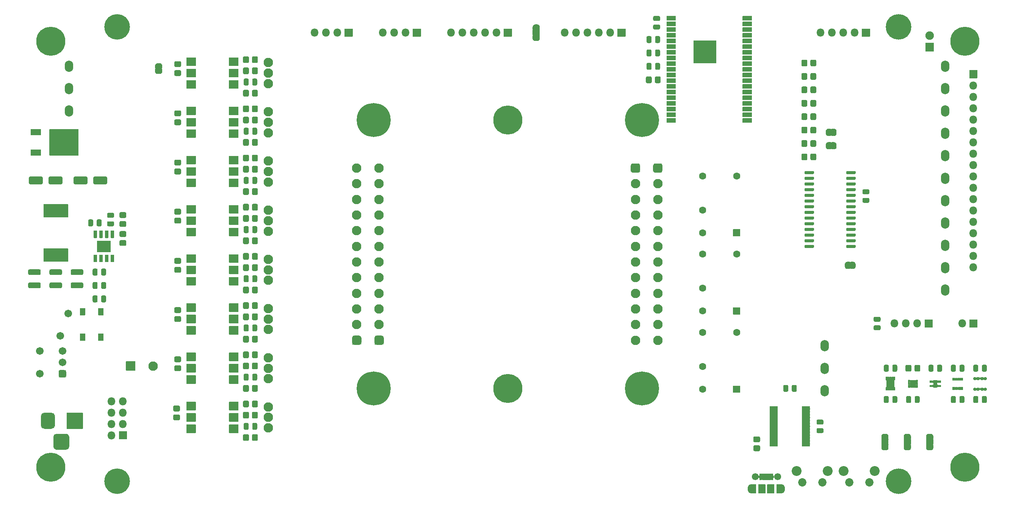
<source format=gbr>
G04 #@! TF.GenerationSoftware,KiCad,Pcbnew,(5.1.9-0-10_14)*
G04 #@! TF.CreationDate,2021-03-25T00:14:59-05:00*
G04 #@! TF.ProjectId,ClimateSprinklerController,436c696d-6174-4655-9370-72696e6b6c65,rev?*
G04 #@! TF.SameCoordinates,Original*
G04 #@! TF.FileFunction,Soldermask,Top*
G04 #@! TF.FilePolarity,Negative*
%FSLAX46Y46*%
G04 Gerber Fmt 4.6, Leading zero omitted, Abs format (unit mm)*
G04 Created by KiCad (PCBNEW (5.1.9-0-10_14)) date 2021-03-25 00:14:59*
%MOMM*%
%LPD*%
G01*
G04 APERTURE LIST*
%ADD10C,2.102000*%
%ADD11C,0.902000*%
%ADD12C,6.502000*%
%ADD13C,7.602000*%
%ADD14C,5.702000*%
%ADD15O,1.902000X2.502000*%
%ADD16O,1.802000X1.802000*%
%ADD17C,1.702000*%
%ADD18C,1.552000*%
%ADD19O,1.302000X2.002000*%
%ADD20C,1.603140*%
%ADD21C,0.100000*%
%ADD22C,2.202000*%
%ADD23C,1.852000*%
%ADD24R,3.100000X2.600000*%
%ADD25C,1.902000*%
G04 APERTURE END LIST*
D10*
X70750000Y-115000000D03*
G36*
G01*
X64699000Y-116000000D02*
X64699000Y-114000000D01*
G75*
G02*
X64750000Y-113949000I51000J0D01*
G01*
X66750000Y-113949000D01*
G75*
G02*
X66801000Y-114000000I0J-51000D01*
G01*
X66801000Y-116000000D01*
G75*
G02*
X66750000Y-116051000I-51000J0D01*
G01*
X64750000Y-116051000D01*
G75*
G02*
X64699000Y-116000000I0J51000D01*
G01*
G37*
D11*
X151697056Y-118302944D03*
X150000000Y-117600000D03*
X148302944Y-118302944D03*
X147600000Y-120000000D03*
X148302944Y-121697056D03*
X150000000Y-122400000D03*
X151697056Y-121697056D03*
X152400000Y-120000000D03*
D12*
X150000000Y-120000000D03*
D11*
X151697056Y-58302944D03*
X150000000Y-57600000D03*
X148302944Y-58302944D03*
X147600000Y-60000000D03*
X148302944Y-61697056D03*
X150000000Y-62400000D03*
X151697056Y-61697056D03*
X152400000Y-60000000D03*
D12*
X150000000Y-60000000D03*
D13*
X180000000Y-120000000D03*
X120000000Y-120000000D03*
X180000000Y-60000000D03*
X120000000Y-60000000D03*
D14*
X237300000Y-140800000D03*
X62700000Y-140800000D03*
G36*
G01*
X182101000Y-47499500D02*
X182101000Y-48500500D01*
G75*
G02*
X181825500Y-48776000I-275500J0D01*
G01*
X181274500Y-48776000D01*
G75*
G02*
X180999000Y-48500500I0J275500D01*
G01*
X180999000Y-47499500D01*
G75*
G02*
X181274500Y-47224000I275500J0D01*
G01*
X181825500Y-47224000D01*
G75*
G02*
X182101000Y-47499500I0J-275500D01*
G01*
G37*
G36*
G01*
X184001000Y-47499500D02*
X184001000Y-48500500D01*
G75*
G02*
X183725500Y-48776000I-275500J0D01*
G01*
X183174500Y-48776000D01*
G75*
G02*
X182899000Y-48500500I0J275500D01*
G01*
X182899000Y-47499500D01*
G75*
G02*
X183174500Y-47224000I275500J0D01*
G01*
X183725500Y-47224000D01*
G75*
G02*
X184001000Y-47499500I0J-275500D01*
G01*
G37*
D15*
X220750000Y-110500000D03*
G36*
G01*
X229160000Y-39569000D02*
X230860000Y-39569000D01*
G75*
G02*
X230911000Y-39620000I0J-51000D01*
G01*
X230911000Y-41320000D01*
G75*
G02*
X230860000Y-41371000I-51000J0D01*
G01*
X229160000Y-41371000D01*
G75*
G02*
X229109000Y-41320000I0J51000D01*
G01*
X229109000Y-39620000D01*
G75*
G02*
X229160000Y-39569000I51000J0D01*
G01*
G37*
D16*
X227470000Y-40470000D03*
X224930000Y-40470000D03*
X222390000Y-40470000D03*
X219850000Y-40470000D03*
D17*
X45420000Y-111670000D03*
X45420000Y-116750000D03*
G36*
G01*
X49649000Y-117175500D02*
X49649000Y-116324500D01*
G75*
G02*
X50074500Y-115899000I425500J0D01*
G01*
X50925500Y-115899000D01*
G75*
G02*
X51351000Y-116324500I0J-425500D01*
G01*
X51351000Y-117175500D01*
G75*
G02*
X50925500Y-117601000I-425500J0D01*
G01*
X50074500Y-117601000D01*
G75*
G02*
X49649000Y-117175500I0J425500D01*
G01*
G37*
X50500000Y-114210000D03*
X50500000Y-111670000D03*
G36*
G01*
X215674000Y-124500000D02*
X215674000Y-124050000D01*
G75*
G02*
X215725000Y-123999000I51000J0D01*
G01*
X217475000Y-123999000D01*
G75*
G02*
X217526000Y-124050000I0J-51000D01*
G01*
X217526000Y-124500000D01*
G75*
G02*
X217475000Y-124551000I-51000J0D01*
G01*
X215725000Y-124551000D01*
G75*
G02*
X215674000Y-124500000I0J51000D01*
G01*
G37*
G36*
G01*
X215674000Y-125150000D02*
X215674000Y-124700000D01*
G75*
G02*
X215725000Y-124649000I51000J0D01*
G01*
X217475000Y-124649000D01*
G75*
G02*
X217526000Y-124700000I0J-51000D01*
G01*
X217526000Y-125150000D01*
G75*
G02*
X217475000Y-125201000I-51000J0D01*
G01*
X215725000Y-125201000D01*
G75*
G02*
X215674000Y-125150000I0J51000D01*
G01*
G37*
G36*
G01*
X215674000Y-125800000D02*
X215674000Y-125350000D01*
G75*
G02*
X215725000Y-125299000I51000J0D01*
G01*
X217475000Y-125299000D01*
G75*
G02*
X217526000Y-125350000I0J-51000D01*
G01*
X217526000Y-125800000D01*
G75*
G02*
X217475000Y-125851000I-51000J0D01*
G01*
X215725000Y-125851000D01*
G75*
G02*
X215674000Y-125800000I0J51000D01*
G01*
G37*
G36*
G01*
X215674000Y-126450000D02*
X215674000Y-126000000D01*
G75*
G02*
X215725000Y-125949000I51000J0D01*
G01*
X217475000Y-125949000D01*
G75*
G02*
X217526000Y-126000000I0J-51000D01*
G01*
X217526000Y-126450000D01*
G75*
G02*
X217475000Y-126501000I-51000J0D01*
G01*
X215725000Y-126501000D01*
G75*
G02*
X215674000Y-126450000I0J51000D01*
G01*
G37*
G36*
G01*
X215674000Y-127100000D02*
X215674000Y-126650000D01*
G75*
G02*
X215725000Y-126599000I51000J0D01*
G01*
X217475000Y-126599000D01*
G75*
G02*
X217526000Y-126650000I0J-51000D01*
G01*
X217526000Y-127100000D01*
G75*
G02*
X217475000Y-127151000I-51000J0D01*
G01*
X215725000Y-127151000D01*
G75*
G02*
X215674000Y-127100000I0J51000D01*
G01*
G37*
G36*
G01*
X215674000Y-127750000D02*
X215674000Y-127300000D01*
G75*
G02*
X215725000Y-127249000I51000J0D01*
G01*
X217475000Y-127249000D01*
G75*
G02*
X217526000Y-127300000I0J-51000D01*
G01*
X217526000Y-127750000D01*
G75*
G02*
X217475000Y-127801000I-51000J0D01*
G01*
X215725000Y-127801000D01*
G75*
G02*
X215674000Y-127750000I0J51000D01*
G01*
G37*
G36*
G01*
X215674000Y-128400000D02*
X215674000Y-127950000D01*
G75*
G02*
X215725000Y-127899000I51000J0D01*
G01*
X217475000Y-127899000D01*
G75*
G02*
X217526000Y-127950000I0J-51000D01*
G01*
X217526000Y-128400000D01*
G75*
G02*
X217475000Y-128451000I-51000J0D01*
G01*
X215725000Y-128451000D01*
G75*
G02*
X215674000Y-128400000I0J51000D01*
G01*
G37*
G36*
G01*
X215674000Y-129050000D02*
X215674000Y-128600000D01*
G75*
G02*
X215725000Y-128549000I51000J0D01*
G01*
X217475000Y-128549000D01*
G75*
G02*
X217526000Y-128600000I0J-51000D01*
G01*
X217526000Y-129050000D01*
G75*
G02*
X217475000Y-129101000I-51000J0D01*
G01*
X215725000Y-129101000D01*
G75*
G02*
X215674000Y-129050000I0J51000D01*
G01*
G37*
G36*
G01*
X215674000Y-129700000D02*
X215674000Y-129250000D01*
G75*
G02*
X215725000Y-129199000I51000J0D01*
G01*
X217475000Y-129199000D01*
G75*
G02*
X217526000Y-129250000I0J-51000D01*
G01*
X217526000Y-129700000D01*
G75*
G02*
X217475000Y-129751000I-51000J0D01*
G01*
X215725000Y-129751000D01*
G75*
G02*
X215674000Y-129700000I0J51000D01*
G01*
G37*
G36*
G01*
X215674000Y-130350000D02*
X215674000Y-129900000D01*
G75*
G02*
X215725000Y-129849000I51000J0D01*
G01*
X217475000Y-129849000D01*
G75*
G02*
X217526000Y-129900000I0J-51000D01*
G01*
X217526000Y-130350000D01*
G75*
G02*
X217475000Y-130401000I-51000J0D01*
G01*
X215725000Y-130401000D01*
G75*
G02*
X215674000Y-130350000I0J51000D01*
G01*
G37*
G36*
G01*
X215674000Y-131000000D02*
X215674000Y-130550000D01*
G75*
G02*
X215725000Y-130499000I51000J0D01*
G01*
X217475000Y-130499000D01*
G75*
G02*
X217526000Y-130550000I0J-51000D01*
G01*
X217526000Y-131000000D01*
G75*
G02*
X217475000Y-131051000I-51000J0D01*
G01*
X215725000Y-131051000D01*
G75*
G02*
X215674000Y-131000000I0J51000D01*
G01*
G37*
G36*
G01*
X215674000Y-131650000D02*
X215674000Y-131200000D01*
G75*
G02*
X215725000Y-131149000I51000J0D01*
G01*
X217475000Y-131149000D01*
G75*
G02*
X217526000Y-131200000I0J-51000D01*
G01*
X217526000Y-131650000D01*
G75*
G02*
X217475000Y-131701000I-51000J0D01*
G01*
X215725000Y-131701000D01*
G75*
G02*
X215674000Y-131650000I0J51000D01*
G01*
G37*
G36*
G01*
X215674000Y-132300000D02*
X215674000Y-131850000D01*
G75*
G02*
X215725000Y-131799000I51000J0D01*
G01*
X217475000Y-131799000D01*
G75*
G02*
X217526000Y-131850000I0J-51000D01*
G01*
X217526000Y-132300000D01*
G75*
G02*
X217475000Y-132351000I-51000J0D01*
G01*
X215725000Y-132351000D01*
G75*
G02*
X215674000Y-132300000I0J51000D01*
G01*
G37*
G36*
G01*
X215674000Y-132950000D02*
X215674000Y-132500000D01*
G75*
G02*
X215725000Y-132449000I51000J0D01*
G01*
X217475000Y-132449000D01*
G75*
G02*
X217526000Y-132500000I0J-51000D01*
G01*
X217526000Y-132950000D01*
G75*
G02*
X217475000Y-133001000I-51000J0D01*
G01*
X215725000Y-133001000D01*
G75*
G02*
X215674000Y-132950000I0J51000D01*
G01*
G37*
G36*
G01*
X208474000Y-132950000D02*
X208474000Y-132500000D01*
G75*
G02*
X208525000Y-132449000I51000J0D01*
G01*
X210275000Y-132449000D01*
G75*
G02*
X210326000Y-132500000I0J-51000D01*
G01*
X210326000Y-132950000D01*
G75*
G02*
X210275000Y-133001000I-51000J0D01*
G01*
X208525000Y-133001000D01*
G75*
G02*
X208474000Y-132950000I0J51000D01*
G01*
G37*
G36*
G01*
X208474000Y-132300000D02*
X208474000Y-131850000D01*
G75*
G02*
X208525000Y-131799000I51000J0D01*
G01*
X210275000Y-131799000D01*
G75*
G02*
X210326000Y-131850000I0J-51000D01*
G01*
X210326000Y-132300000D01*
G75*
G02*
X210275000Y-132351000I-51000J0D01*
G01*
X208525000Y-132351000D01*
G75*
G02*
X208474000Y-132300000I0J51000D01*
G01*
G37*
G36*
G01*
X208474000Y-131650000D02*
X208474000Y-131200000D01*
G75*
G02*
X208525000Y-131149000I51000J0D01*
G01*
X210275000Y-131149000D01*
G75*
G02*
X210326000Y-131200000I0J-51000D01*
G01*
X210326000Y-131650000D01*
G75*
G02*
X210275000Y-131701000I-51000J0D01*
G01*
X208525000Y-131701000D01*
G75*
G02*
X208474000Y-131650000I0J51000D01*
G01*
G37*
G36*
G01*
X208474000Y-131000000D02*
X208474000Y-130550000D01*
G75*
G02*
X208525000Y-130499000I51000J0D01*
G01*
X210275000Y-130499000D01*
G75*
G02*
X210326000Y-130550000I0J-51000D01*
G01*
X210326000Y-131000000D01*
G75*
G02*
X210275000Y-131051000I-51000J0D01*
G01*
X208525000Y-131051000D01*
G75*
G02*
X208474000Y-131000000I0J51000D01*
G01*
G37*
G36*
G01*
X208474000Y-130350000D02*
X208474000Y-129900000D01*
G75*
G02*
X208525000Y-129849000I51000J0D01*
G01*
X210275000Y-129849000D01*
G75*
G02*
X210326000Y-129900000I0J-51000D01*
G01*
X210326000Y-130350000D01*
G75*
G02*
X210275000Y-130401000I-51000J0D01*
G01*
X208525000Y-130401000D01*
G75*
G02*
X208474000Y-130350000I0J51000D01*
G01*
G37*
G36*
G01*
X208474000Y-129700000D02*
X208474000Y-129250000D01*
G75*
G02*
X208525000Y-129199000I51000J0D01*
G01*
X210275000Y-129199000D01*
G75*
G02*
X210326000Y-129250000I0J-51000D01*
G01*
X210326000Y-129700000D01*
G75*
G02*
X210275000Y-129751000I-51000J0D01*
G01*
X208525000Y-129751000D01*
G75*
G02*
X208474000Y-129700000I0J51000D01*
G01*
G37*
G36*
G01*
X208474000Y-129050000D02*
X208474000Y-128600000D01*
G75*
G02*
X208525000Y-128549000I51000J0D01*
G01*
X210275000Y-128549000D01*
G75*
G02*
X210326000Y-128600000I0J-51000D01*
G01*
X210326000Y-129050000D01*
G75*
G02*
X210275000Y-129101000I-51000J0D01*
G01*
X208525000Y-129101000D01*
G75*
G02*
X208474000Y-129050000I0J51000D01*
G01*
G37*
G36*
G01*
X208474000Y-128400000D02*
X208474000Y-127950000D01*
G75*
G02*
X208525000Y-127899000I51000J0D01*
G01*
X210275000Y-127899000D01*
G75*
G02*
X210326000Y-127950000I0J-51000D01*
G01*
X210326000Y-128400000D01*
G75*
G02*
X210275000Y-128451000I-51000J0D01*
G01*
X208525000Y-128451000D01*
G75*
G02*
X208474000Y-128400000I0J51000D01*
G01*
G37*
G36*
G01*
X208474000Y-127750000D02*
X208474000Y-127300000D01*
G75*
G02*
X208525000Y-127249000I51000J0D01*
G01*
X210275000Y-127249000D01*
G75*
G02*
X210326000Y-127300000I0J-51000D01*
G01*
X210326000Y-127750000D01*
G75*
G02*
X210275000Y-127801000I-51000J0D01*
G01*
X208525000Y-127801000D01*
G75*
G02*
X208474000Y-127750000I0J51000D01*
G01*
G37*
G36*
G01*
X208474000Y-127100000D02*
X208474000Y-126650000D01*
G75*
G02*
X208525000Y-126599000I51000J0D01*
G01*
X210275000Y-126599000D01*
G75*
G02*
X210326000Y-126650000I0J-51000D01*
G01*
X210326000Y-127100000D01*
G75*
G02*
X210275000Y-127151000I-51000J0D01*
G01*
X208525000Y-127151000D01*
G75*
G02*
X208474000Y-127100000I0J51000D01*
G01*
G37*
G36*
G01*
X208474000Y-126450000D02*
X208474000Y-126000000D01*
G75*
G02*
X208525000Y-125949000I51000J0D01*
G01*
X210275000Y-125949000D01*
G75*
G02*
X210326000Y-126000000I0J-51000D01*
G01*
X210326000Y-126450000D01*
G75*
G02*
X210275000Y-126501000I-51000J0D01*
G01*
X208525000Y-126501000D01*
G75*
G02*
X208474000Y-126450000I0J51000D01*
G01*
G37*
G36*
G01*
X208474000Y-125800000D02*
X208474000Y-125350000D01*
G75*
G02*
X208525000Y-125299000I51000J0D01*
G01*
X210275000Y-125299000D01*
G75*
G02*
X210326000Y-125350000I0J-51000D01*
G01*
X210326000Y-125800000D01*
G75*
G02*
X210275000Y-125851000I-51000J0D01*
G01*
X208525000Y-125851000D01*
G75*
G02*
X208474000Y-125800000I0J51000D01*
G01*
G37*
G36*
G01*
X208474000Y-125150000D02*
X208474000Y-124700000D01*
G75*
G02*
X208525000Y-124649000I51000J0D01*
G01*
X210275000Y-124649000D01*
G75*
G02*
X210326000Y-124700000I0J-51000D01*
G01*
X210326000Y-125150000D01*
G75*
G02*
X210275000Y-125201000I-51000J0D01*
G01*
X208525000Y-125201000D01*
G75*
G02*
X208474000Y-125150000I0J51000D01*
G01*
G37*
G36*
G01*
X208474000Y-124500000D02*
X208474000Y-124050000D01*
G75*
G02*
X208525000Y-123999000I51000J0D01*
G01*
X210275000Y-123999000D01*
G75*
G02*
X210326000Y-124050000I0J-51000D01*
G01*
X210326000Y-124500000D01*
G75*
G02*
X210275000Y-124551000I-51000J0D01*
G01*
X208525000Y-124551000D01*
G75*
G02*
X208474000Y-124500000I0J51000D01*
G01*
G37*
G36*
G01*
X206079752Y-134051000D02*
X205120248Y-134051000D01*
G75*
G02*
X204849000Y-133779752I0J271248D01*
G01*
X204849000Y-133020248D01*
G75*
G02*
X205120248Y-132749000I271248J0D01*
G01*
X206079752Y-132749000D01*
G75*
G02*
X206351000Y-133020248I0J-271248D01*
G01*
X206351000Y-133779752D01*
G75*
G02*
X206079752Y-134051000I-271248J0D01*
G01*
G37*
G36*
G01*
X206079752Y-132051000D02*
X205120248Y-132051000D01*
G75*
G02*
X204849000Y-131779752I0J271248D01*
G01*
X204849000Y-131020248D01*
G75*
G02*
X205120248Y-130749000I271248J0D01*
G01*
X206079752Y-130749000D01*
G75*
G02*
X206351000Y-131020248I0J-271248D01*
G01*
X206351000Y-131779752D01*
G75*
G02*
X206079752Y-132051000I-271248J0D01*
G01*
G37*
G36*
G01*
X207949000Y-143437500D02*
X207949000Y-141537500D01*
G75*
G02*
X208000000Y-141486500I51000J0D01*
G01*
X209500000Y-141486500D01*
G75*
G02*
X209551000Y-141537500I0J-51000D01*
G01*
X209551000Y-143437500D01*
G75*
G02*
X209500000Y-143488500I-51000J0D01*
G01*
X208000000Y-143488500D01*
G75*
G02*
X207949000Y-143437500I0J51000D01*
G01*
G37*
D18*
X205250000Y-139787500D03*
G36*
G01*
X206849000Y-140462500D02*
X206849000Y-139112500D01*
G75*
G02*
X206900000Y-139061500I51000J0D01*
G01*
X207300000Y-139061500D01*
G75*
G02*
X207351000Y-139112500I0J-51000D01*
G01*
X207351000Y-140462500D01*
G75*
G02*
X207300000Y-140513500I-51000J0D01*
G01*
X206900000Y-140513500D01*
G75*
G02*
X206849000Y-140462500I0J51000D01*
G01*
G37*
G36*
G01*
X206199000Y-140462500D02*
X206199000Y-139112500D01*
G75*
G02*
X206250000Y-139061500I51000J0D01*
G01*
X206650000Y-139061500D01*
G75*
G02*
X206701000Y-139112500I0J-51000D01*
G01*
X206701000Y-140462500D01*
G75*
G02*
X206650000Y-140513500I-51000J0D01*
G01*
X206250000Y-140513500D01*
G75*
G02*
X206199000Y-140462500I0J51000D01*
G01*
G37*
G36*
G01*
X208799000Y-140462500D02*
X208799000Y-139112500D01*
G75*
G02*
X208850000Y-139061500I51000J0D01*
G01*
X209250000Y-139061500D01*
G75*
G02*
X209301000Y-139112500I0J-51000D01*
G01*
X209301000Y-140462500D01*
G75*
G02*
X209250000Y-140513500I-51000J0D01*
G01*
X208850000Y-140513500D01*
G75*
G02*
X208799000Y-140462500I0J51000D01*
G01*
G37*
G36*
G01*
X208149000Y-140462500D02*
X208149000Y-139112500D01*
G75*
G02*
X208200000Y-139061500I51000J0D01*
G01*
X208600000Y-139061500D01*
G75*
G02*
X208651000Y-139112500I0J-51000D01*
G01*
X208651000Y-140462500D01*
G75*
G02*
X208600000Y-140513500I-51000J0D01*
G01*
X208200000Y-140513500D01*
G75*
G02*
X208149000Y-140462500I0J51000D01*
G01*
G37*
G36*
G01*
X207499000Y-140462500D02*
X207499000Y-139112500D01*
G75*
G02*
X207550000Y-139061500I51000J0D01*
G01*
X207950000Y-139061500D01*
G75*
G02*
X208001000Y-139112500I0J-51000D01*
G01*
X208001000Y-140462500D01*
G75*
G02*
X207950000Y-140513500I-51000J0D01*
G01*
X207550000Y-140513500D01*
G75*
G02*
X207499000Y-140462500I0J51000D01*
G01*
G37*
X210250000Y-139787500D03*
G36*
G01*
X205949000Y-143437500D02*
X205949000Y-141537500D01*
G75*
G02*
X206000000Y-141486500I51000J0D01*
G01*
X207500000Y-141486500D01*
G75*
G02*
X207551000Y-141537500I0J-51000D01*
G01*
X207551000Y-143437500D01*
G75*
G02*
X207500000Y-143488500I-51000J0D01*
G01*
X206000000Y-143488500D01*
G75*
G02*
X205949000Y-143437500I0J51000D01*
G01*
G37*
D19*
X204250000Y-142487500D03*
X211250000Y-142487500D03*
G36*
G01*
X209999000Y-143437501D02*
X209999000Y-141537499D01*
G75*
G02*
X210049999Y-141486500I50999J0D01*
G01*
X211250001Y-141486500D01*
G75*
G02*
X211301000Y-141537499I0J-50999D01*
G01*
X211301000Y-143437501D01*
G75*
G02*
X211250001Y-143488500I-50999J0D01*
G01*
X210049999Y-143488500D01*
G75*
G02*
X209999000Y-143437501I0J50999D01*
G01*
G37*
G36*
G01*
X204199000Y-143437501D02*
X204199000Y-141537499D01*
G75*
G02*
X204249999Y-141486500I50999J0D01*
G01*
X205450001Y-141486500D01*
G75*
G02*
X205501000Y-141537499I0J-50999D01*
G01*
X205501000Y-143437501D01*
G75*
G02*
X205450001Y-143488500I-50999J0D01*
G01*
X204249999Y-143488500D01*
G75*
G02*
X204199000Y-143437501I0J50999D01*
G01*
G37*
D15*
X220750000Y-115500000D03*
X220750000Y-120500000D03*
G36*
G01*
X211549000Y-120500500D02*
X211549000Y-119499500D01*
G75*
G02*
X211824500Y-119224000I275500J0D01*
G01*
X212375500Y-119224000D01*
G75*
G02*
X212651000Y-119499500I0J-275500D01*
G01*
X212651000Y-120500500D01*
G75*
G02*
X212375500Y-120776000I-275500J0D01*
G01*
X211824500Y-120776000D01*
G75*
G02*
X211549000Y-120500500I0J275500D01*
G01*
G37*
G36*
G01*
X213449000Y-120500500D02*
X213449000Y-119499500D01*
G75*
G02*
X213724500Y-119224000I275500J0D01*
G01*
X214275500Y-119224000D01*
G75*
G02*
X214551000Y-119499500I0J-275500D01*
G01*
X214551000Y-120500500D01*
G75*
G02*
X214275500Y-120776000I-275500J0D01*
G01*
X213724500Y-120776000D01*
G75*
G02*
X213449000Y-120500500I0J275500D01*
G01*
G37*
G36*
G01*
X220250500Y-128101000D02*
X219249500Y-128101000D01*
G75*
G02*
X218974000Y-127825500I0J275500D01*
G01*
X218974000Y-127274500D01*
G75*
G02*
X219249500Y-126999000I275500J0D01*
G01*
X220250500Y-126999000D01*
G75*
G02*
X220526000Y-127274500I0J-275500D01*
G01*
X220526000Y-127825500D01*
G75*
G02*
X220250500Y-128101000I-275500J0D01*
G01*
G37*
G36*
G01*
X220250500Y-130001000D02*
X219249500Y-130001000D01*
G75*
G02*
X218974000Y-129725500I0J275500D01*
G01*
X218974000Y-129174500D01*
G75*
G02*
X219249500Y-128899000I275500J0D01*
G01*
X220250500Y-128899000D01*
G75*
G02*
X220526000Y-129174500I0J-275500D01*
G01*
X220526000Y-129725500D01*
G75*
G02*
X220250500Y-130001000I-275500J0D01*
G01*
G37*
D14*
X237300000Y-39200000D03*
X62700000Y-39200000D03*
G36*
G01*
X257001000Y-120024500D02*
X257001000Y-120350500D01*
G75*
G02*
X256850500Y-120501000I-150500J0D01*
G01*
X256549500Y-120501000D01*
G75*
G02*
X256399000Y-120350500I0J150500D01*
G01*
X256399000Y-120024500D01*
G75*
G02*
X256549500Y-119874000I150500J0D01*
G01*
X256850500Y-119874000D01*
G75*
G02*
X257001000Y-120024500I0J-150500D01*
G01*
G37*
G36*
G01*
X256201000Y-120024500D02*
X256201000Y-120350500D01*
G75*
G02*
X256050500Y-120501000I-150500J0D01*
G01*
X255749500Y-120501000D01*
G75*
G02*
X255599000Y-120350500I0J150500D01*
G01*
X255599000Y-120024500D01*
G75*
G02*
X255749500Y-119874000I150500J0D01*
G01*
X256050500Y-119874000D01*
G75*
G02*
X256201000Y-120024500I0J-150500D01*
G01*
G37*
G36*
G01*
X255401000Y-120024500D02*
X255401000Y-120350500D01*
G75*
G02*
X255250500Y-120501000I-150500J0D01*
G01*
X254949500Y-120501000D01*
G75*
G02*
X254799000Y-120350500I0J150500D01*
G01*
X254799000Y-120024500D01*
G75*
G02*
X254949500Y-119874000I150500J0D01*
G01*
X255250500Y-119874000D01*
G75*
G02*
X255401000Y-120024500I0J-150500D01*
G01*
G37*
G36*
G01*
X254601000Y-120024500D02*
X254601000Y-120350500D01*
G75*
G02*
X254450500Y-120501000I-150500J0D01*
G01*
X254149500Y-120501000D01*
G75*
G02*
X253999000Y-120350500I0J150500D01*
G01*
X253999000Y-120024500D01*
G75*
G02*
X254149500Y-119874000I150500J0D01*
G01*
X254450500Y-119874000D01*
G75*
G02*
X254601000Y-120024500I0J-150500D01*
G01*
G37*
G36*
G01*
X254601000Y-117649500D02*
X254601000Y-117975500D01*
G75*
G02*
X254450500Y-118126000I-150500J0D01*
G01*
X254149500Y-118126000D01*
G75*
G02*
X253999000Y-117975500I0J150500D01*
G01*
X253999000Y-117649500D01*
G75*
G02*
X254149500Y-117499000I150500J0D01*
G01*
X254450500Y-117499000D01*
G75*
G02*
X254601000Y-117649500I0J-150500D01*
G01*
G37*
G36*
G01*
X255401000Y-117649500D02*
X255401000Y-117975500D01*
G75*
G02*
X255250500Y-118126000I-150500J0D01*
G01*
X254949500Y-118126000D01*
G75*
G02*
X254799000Y-117975500I0J150500D01*
G01*
X254799000Y-117649500D01*
G75*
G02*
X254949500Y-117499000I150500J0D01*
G01*
X255250500Y-117499000D01*
G75*
G02*
X255401000Y-117649500I0J-150500D01*
G01*
G37*
G36*
G01*
X256201000Y-117649500D02*
X256201000Y-117975500D01*
G75*
G02*
X256050500Y-118126000I-150500J0D01*
G01*
X255749500Y-118126000D01*
G75*
G02*
X255599000Y-117975500I0J150500D01*
G01*
X255599000Y-117649500D01*
G75*
G02*
X255749500Y-117499000I150500J0D01*
G01*
X256050500Y-117499000D01*
G75*
G02*
X256201000Y-117649500I0J-150500D01*
G01*
G37*
G36*
G01*
X257001000Y-117649500D02*
X257001000Y-117975500D01*
G75*
G02*
X256850500Y-118126000I-150500J0D01*
G01*
X256549500Y-118126000D01*
G75*
G02*
X256399000Y-117975500I0J150500D01*
G01*
X256399000Y-117649500D01*
G75*
G02*
X256549500Y-117499000I150500J0D01*
G01*
X256850500Y-117499000D01*
G75*
G02*
X257001000Y-117649500I0J-150500D01*
G01*
G37*
D20*
X193500000Y-107500000D03*
X201120000Y-107500000D03*
X193500000Y-115120000D03*
X193500000Y-120200000D03*
G36*
G01*
X201870570Y-121001570D02*
X200369430Y-121001570D01*
G75*
G02*
X200318430Y-120950570I0J51000D01*
G01*
X200318430Y-119449430D01*
G75*
G02*
X200369430Y-119398430I51000J0D01*
G01*
X201870570Y-119398430D01*
G75*
G02*
X201921570Y-119449430I0J-51000D01*
G01*
X201921570Y-120950570D01*
G75*
G02*
X201870570Y-121001570I-51000J0D01*
G01*
G37*
X193500000Y-90000000D03*
X201120000Y-90000000D03*
X193500000Y-97620000D03*
X193500000Y-102700000D03*
G36*
G01*
X201870570Y-103501570D02*
X200369430Y-103501570D01*
G75*
G02*
X200318430Y-103450570I0J51000D01*
G01*
X200318430Y-101949430D01*
G75*
G02*
X200369430Y-101898430I51000J0D01*
G01*
X201870570Y-101898430D01*
G75*
G02*
X201921570Y-101949430I0J-51000D01*
G01*
X201921570Y-103450570D01*
G75*
G02*
X201870570Y-103501570I-51000J0D01*
G01*
G37*
X193500000Y-72500000D03*
X201120000Y-72500000D03*
X193500000Y-80120000D03*
X193500000Y-85200000D03*
G36*
G01*
X201870570Y-86001570D02*
X200369430Y-86001570D01*
G75*
G02*
X200318430Y-85950570I0J51000D01*
G01*
X200318430Y-84449430D01*
G75*
G02*
X200369430Y-84398430I51000J0D01*
G01*
X201870570Y-84398430D01*
G75*
G02*
X201921570Y-84449430I0J-51000D01*
G01*
X201921570Y-85950570D01*
G75*
G02*
X201870570Y-86001570I-51000J0D01*
G01*
G37*
D21*
G36*
X243449602Y-130693888D02*
G01*
X243449602Y-130675466D01*
X243449848Y-130670467D01*
X243454658Y-130621636D01*
X243455392Y-130616686D01*
X243464964Y-130568561D01*
X243466180Y-130563705D01*
X243480424Y-130516750D01*
X243482110Y-130512039D01*
X243500887Y-130466706D01*
X243503027Y-130462180D01*
X243526158Y-130418907D01*
X243528731Y-130414616D01*
X243555991Y-130373817D01*
X243558973Y-130369796D01*
X243590101Y-130331867D01*
X243593462Y-130328159D01*
X243628159Y-130293462D01*
X243631867Y-130290101D01*
X243669796Y-130258973D01*
X243673817Y-130255991D01*
X243714616Y-130228731D01*
X243718907Y-130226158D01*
X243762180Y-130203027D01*
X243766706Y-130200887D01*
X243812039Y-130182110D01*
X243816750Y-130180424D01*
X243863705Y-130166180D01*
X243868561Y-130164964D01*
X243916686Y-130155392D01*
X243921636Y-130154658D01*
X243970467Y-130149848D01*
X243975466Y-130149602D01*
X243993888Y-130149602D01*
X244000000Y-130149000D01*
X244500000Y-130149000D01*
X244506112Y-130149602D01*
X244524534Y-130149602D01*
X244529533Y-130149848D01*
X244578364Y-130154658D01*
X244583314Y-130155392D01*
X244631439Y-130164964D01*
X244636295Y-130166180D01*
X244683250Y-130180424D01*
X244687961Y-130182110D01*
X244733294Y-130200887D01*
X244737820Y-130203027D01*
X244781093Y-130226158D01*
X244785384Y-130228731D01*
X244826183Y-130255991D01*
X244830204Y-130258973D01*
X244868133Y-130290101D01*
X244871841Y-130293462D01*
X244906538Y-130328159D01*
X244909899Y-130331867D01*
X244941027Y-130369796D01*
X244944009Y-130373817D01*
X244971269Y-130414616D01*
X244973842Y-130418907D01*
X244996973Y-130462180D01*
X244999113Y-130466706D01*
X245017890Y-130512039D01*
X245019576Y-130516750D01*
X245033820Y-130563705D01*
X245035036Y-130568561D01*
X245044608Y-130616686D01*
X245045342Y-130621636D01*
X245050152Y-130670467D01*
X245050398Y-130675466D01*
X245050398Y-130693888D01*
X245051000Y-130700000D01*
X245051000Y-131250000D01*
X245050020Y-131259950D01*
X245047118Y-131269517D01*
X245042405Y-131278334D01*
X245036062Y-131286062D01*
X245028334Y-131292405D01*
X245019517Y-131297118D01*
X245009950Y-131300020D01*
X245000000Y-131301000D01*
X243500000Y-131301000D01*
X243490050Y-131300020D01*
X243480483Y-131297118D01*
X243471666Y-131292405D01*
X243463938Y-131286062D01*
X243457595Y-131278334D01*
X243452882Y-131269517D01*
X243449980Y-131259950D01*
X243449000Y-131250000D01*
X243449000Y-130700000D01*
X243449602Y-130693888D01*
G37*
G36*
G01*
X245000000Y-132551000D02*
X243500000Y-132551000D01*
G75*
G02*
X243449000Y-132500000I0J51000D01*
G01*
X243449000Y-131500000D01*
G75*
G02*
X243500000Y-131449000I51000J0D01*
G01*
X245000000Y-131449000D01*
G75*
G02*
X245051000Y-131500000I0J-51000D01*
G01*
X245051000Y-132500000D01*
G75*
G02*
X245000000Y-132551000I-51000J0D01*
G01*
G37*
G36*
X243449980Y-132740050D02*
G01*
X243452882Y-132730483D01*
X243457595Y-132721666D01*
X243463938Y-132713938D01*
X243471666Y-132707595D01*
X243480483Y-132702882D01*
X243490050Y-132699980D01*
X243500000Y-132699000D01*
X245000000Y-132699000D01*
X245009950Y-132699980D01*
X245019517Y-132702882D01*
X245028334Y-132707595D01*
X245036062Y-132713938D01*
X245042405Y-132721666D01*
X245047118Y-132730483D01*
X245050020Y-132740050D01*
X245051000Y-132750000D01*
X245051000Y-133300000D01*
X245050398Y-133306112D01*
X245050398Y-133324534D01*
X245050152Y-133329533D01*
X245045342Y-133378364D01*
X245044608Y-133383314D01*
X245035036Y-133431439D01*
X245033820Y-133436295D01*
X245019576Y-133483250D01*
X245017890Y-133487961D01*
X244999113Y-133533294D01*
X244996973Y-133537820D01*
X244973842Y-133581093D01*
X244971269Y-133585384D01*
X244944009Y-133626183D01*
X244941027Y-133630204D01*
X244909899Y-133668133D01*
X244906538Y-133671841D01*
X244871841Y-133706538D01*
X244868133Y-133709899D01*
X244830204Y-133741027D01*
X244826183Y-133744009D01*
X244785384Y-133771269D01*
X244781093Y-133773842D01*
X244737820Y-133796973D01*
X244733294Y-133799113D01*
X244687961Y-133817890D01*
X244683250Y-133819576D01*
X244636295Y-133833820D01*
X244631439Y-133835036D01*
X244583314Y-133844608D01*
X244578364Y-133845342D01*
X244529533Y-133850152D01*
X244524534Y-133850398D01*
X244506112Y-133850398D01*
X244500000Y-133851000D01*
X244000000Y-133851000D01*
X243993888Y-133850398D01*
X243975466Y-133850398D01*
X243970467Y-133850152D01*
X243921636Y-133845342D01*
X243916686Y-133844608D01*
X243868561Y-133835036D01*
X243863705Y-133833820D01*
X243816750Y-133819576D01*
X243812039Y-133817890D01*
X243766706Y-133799113D01*
X243762180Y-133796973D01*
X243718907Y-133773842D01*
X243714616Y-133771269D01*
X243673817Y-133744009D01*
X243669796Y-133741027D01*
X243631867Y-133709899D01*
X243628159Y-133706538D01*
X243593462Y-133671841D01*
X243590101Y-133668133D01*
X243558973Y-133630204D01*
X243555991Y-133626183D01*
X243528731Y-133585384D01*
X243526158Y-133581093D01*
X243503027Y-133537820D01*
X243500887Y-133533294D01*
X243482110Y-133487961D01*
X243480424Y-133483250D01*
X243466180Y-133436295D01*
X243464964Y-133431439D01*
X243455392Y-133383314D01*
X243454658Y-133378364D01*
X243449848Y-133329533D01*
X243449602Y-133324534D01*
X243449602Y-133306112D01*
X243449000Y-133300000D01*
X243449000Y-132750000D01*
X243449980Y-132740050D01*
G37*
D16*
X122060000Y-40470000D03*
X124600000Y-40470000D03*
X127140000Y-40470000D03*
G36*
G01*
X128830000Y-39569000D02*
X130530000Y-39569000D01*
G75*
G02*
X130581000Y-39620000I0J-51000D01*
G01*
X130581000Y-41320000D01*
G75*
G02*
X130530000Y-41371000I-51000J0D01*
G01*
X128830000Y-41371000D01*
G75*
G02*
X128779000Y-41320000I0J51000D01*
G01*
X128779000Y-39620000D01*
G75*
G02*
X128830000Y-39569000I51000J0D01*
G01*
G37*
G36*
G01*
X253999000Y-116000500D02*
X253999000Y-114999500D01*
G75*
G02*
X254274500Y-114724000I275500J0D01*
G01*
X254825500Y-114724000D01*
G75*
G02*
X255101000Y-114999500I0J-275500D01*
G01*
X255101000Y-116000500D01*
G75*
G02*
X254825500Y-116276000I-275500J0D01*
G01*
X254274500Y-116276000D01*
G75*
G02*
X253999000Y-116000500I0J275500D01*
G01*
G37*
G36*
G01*
X255899000Y-116000500D02*
X255899000Y-114999500D01*
G75*
G02*
X256174500Y-114724000I275500J0D01*
G01*
X256725500Y-114724000D01*
G75*
G02*
X257001000Y-114999500I0J-275500D01*
G01*
X257001000Y-116000500D01*
G75*
G02*
X256725500Y-116276000I-275500J0D01*
G01*
X256174500Y-116276000D01*
G75*
G02*
X255899000Y-116000500I0J275500D01*
G01*
G37*
G36*
G01*
X253999000Y-123000500D02*
X253999000Y-121999500D01*
G75*
G02*
X254274500Y-121724000I275500J0D01*
G01*
X254825500Y-121724000D01*
G75*
G02*
X255101000Y-121999500I0J-275500D01*
G01*
X255101000Y-123000500D01*
G75*
G02*
X254825500Y-123276000I-275500J0D01*
G01*
X254274500Y-123276000D01*
G75*
G02*
X253999000Y-123000500I0J275500D01*
G01*
G37*
G36*
G01*
X255899000Y-123000500D02*
X255899000Y-121999500D01*
G75*
G02*
X256174500Y-121724000I275500J0D01*
G01*
X256725500Y-121724000D01*
G75*
G02*
X257001000Y-121999500I0J-275500D01*
G01*
X257001000Y-123000500D01*
G75*
G02*
X256725500Y-123276000I-275500J0D01*
G01*
X256174500Y-123276000D01*
G75*
G02*
X255899000Y-123000500I0J275500D01*
G01*
G37*
G36*
G01*
X185449000Y-37695000D02*
X185449000Y-36795000D01*
G75*
G02*
X185500000Y-36744000I51000J0D01*
G01*
X187500000Y-36744000D01*
G75*
G02*
X187551000Y-36795000I0J-51000D01*
G01*
X187551000Y-37695000D01*
G75*
G02*
X187500000Y-37746000I-51000J0D01*
G01*
X185500000Y-37746000D01*
G75*
G02*
X185449000Y-37695000I0J51000D01*
G01*
G37*
G36*
G01*
X185449000Y-38965000D02*
X185449000Y-38065000D01*
G75*
G02*
X185500000Y-38014000I51000J0D01*
G01*
X187500000Y-38014000D01*
G75*
G02*
X187551000Y-38065000I0J-51000D01*
G01*
X187551000Y-38965000D01*
G75*
G02*
X187500000Y-39016000I-51000J0D01*
G01*
X185500000Y-39016000D01*
G75*
G02*
X185449000Y-38965000I0J51000D01*
G01*
G37*
G36*
G01*
X185449000Y-40235000D02*
X185449000Y-39335000D01*
G75*
G02*
X185500000Y-39284000I51000J0D01*
G01*
X187500000Y-39284000D01*
G75*
G02*
X187551000Y-39335000I0J-51000D01*
G01*
X187551000Y-40235000D01*
G75*
G02*
X187500000Y-40286000I-51000J0D01*
G01*
X185500000Y-40286000D01*
G75*
G02*
X185449000Y-40235000I0J51000D01*
G01*
G37*
G36*
G01*
X185449000Y-41505000D02*
X185449000Y-40605000D01*
G75*
G02*
X185500000Y-40554000I51000J0D01*
G01*
X187500000Y-40554000D01*
G75*
G02*
X187551000Y-40605000I0J-51000D01*
G01*
X187551000Y-41505000D01*
G75*
G02*
X187500000Y-41556000I-51000J0D01*
G01*
X185500000Y-41556000D01*
G75*
G02*
X185449000Y-41505000I0J51000D01*
G01*
G37*
G36*
G01*
X185449000Y-42775000D02*
X185449000Y-41875000D01*
G75*
G02*
X185500000Y-41824000I51000J0D01*
G01*
X187500000Y-41824000D01*
G75*
G02*
X187551000Y-41875000I0J-51000D01*
G01*
X187551000Y-42775000D01*
G75*
G02*
X187500000Y-42826000I-51000J0D01*
G01*
X185500000Y-42826000D01*
G75*
G02*
X185449000Y-42775000I0J51000D01*
G01*
G37*
G36*
G01*
X185449000Y-44045000D02*
X185449000Y-43145000D01*
G75*
G02*
X185500000Y-43094000I51000J0D01*
G01*
X187500000Y-43094000D01*
G75*
G02*
X187551000Y-43145000I0J-51000D01*
G01*
X187551000Y-44045000D01*
G75*
G02*
X187500000Y-44096000I-51000J0D01*
G01*
X185500000Y-44096000D01*
G75*
G02*
X185449000Y-44045000I0J51000D01*
G01*
G37*
G36*
G01*
X185449000Y-45315000D02*
X185449000Y-44415000D01*
G75*
G02*
X185500000Y-44364000I51000J0D01*
G01*
X187500000Y-44364000D01*
G75*
G02*
X187551000Y-44415000I0J-51000D01*
G01*
X187551000Y-45315000D01*
G75*
G02*
X187500000Y-45366000I-51000J0D01*
G01*
X185500000Y-45366000D01*
G75*
G02*
X185449000Y-45315000I0J51000D01*
G01*
G37*
G36*
G01*
X185449000Y-46585000D02*
X185449000Y-45685000D01*
G75*
G02*
X185500000Y-45634000I51000J0D01*
G01*
X187500000Y-45634000D01*
G75*
G02*
X187551000Y-45685000I0J-51000D01*
G01*
X187551000Y-46585000D01*
G75*
G02*
X187500000Y-46636000I-51000J0D01*
G01*
X185500000Y-46636000D01*
G75*
G02*
X185449000Y-46585000I0J51000D01*
G01*
G37*
G36*
G01*
X185449000Y-47855000D02*
X185449000Y-46955000D01*
G75*
G02*
X185500000Y-46904000I51000J0D01*
G01*
X187500000Y-46904000D01*
G75*
G02*
X187551000Y-46955000I0J-51000D01*
G01*
X187551000Y-47855000D01*
G75*
G02*
X187500000Y-47906000I-51000J0D01*
G01*
X185500000Y-47906000D01*
G75*
G02*
X185449000Y-47855000I0J51000D01*
G01*
G37*
G36*
G01*
X185449000Y-49125000D02*
X185449000Y-48225000D01*
G75*
G02*
X185500000Y-48174000I51000J0D01*
G01*
X187500000Y-48174000D01*
G75*
G02*
X187551000Y-48225000I0J-51000D01*
G01*
X187551000Y-49125000D01*
G75*
G02*
X187500000Y-49176000I-51000J0D01*
G01*
X185500000Y-49176000D01*
G75*
G02*
X185449000Y-49125000I0J51000D01*
G01*
G37*
G36*
G01*
X185449000Y-50395000D02*
X185449000Y-49495000D01*
G75*
G02*
X185500000Y-49444000I51000J0D01*
G01*
X187500000Y-49444000D01*
G75*
G02*
X187551000Y-49495000I0J-51000D01*
G01*
X187551000Y-50395000D01*
G75*
G02*
X187500000Y-50446000I-51000J0D01*
G01*
X185500000Y-50446000D01*
G75*
G02*
X185449000Y-50395000I0J51000D01*
G01*
G37*
G36*
G01*
X185449000Y-51665000D02*
X185449000Y-50765000D01*
G75*
G02*
X185500000Y-50714000I51000J0D01*
G01*
X187500000Y-50714000D01*
G75*
G02*
X187551000Y-50765000I0J-51000D01*
G01*
X187551000Y-51665000D01*
G75*
G02*
X187500000Y-51716000I-51000J0D01*
G01*
X185500000Y-51716000D01*
G75*
G02*
X185449000Y-51665000I0J51000D01*
G01*
G37*
G36*
G01*
X185449000Y-52935000D02*
X185449000Y-52035000D01*
G75*
G02*
X185500000Y-51984000I51000J0D01*
G01*
X187500000Y-51984000D01*
G75*
G02*
X187551000Y-52035000I0J-51000D01*
G01*
X187551000Y-52935000D01*
G75*
G02*
X187500000Y-52986000I-51000J0D01*
G01*
X185500000Y-52986000D01*
G75*
G02*
X185449000Y-52935000I0J51000D01*
G01*
G37*
G36*
G01*
X185449000Y-54205000D02*
X185449000Y-53305000D01*
G75*
G02*
X185500000Y-53254000I51000J0D01*
G01*
X187500000Y-53254000D01*
G75*
G02*
X187551000Y-53305000I0J-51000D01*
G01*
X187551000Y-54205000D01*
G75*
G02*
X187500000Y-54256000I-51000J0D01*
G01*
X185500000Y-54256000D01*
G75*
G02*
X185449000Y-54205000I0J51000D01*
G01*
G37*
G36*
G01*
X185449000Y-55475000D02*
X185449000Y-54575000D01*
G75*
G02*
X185500000Y-54524000I51000J0D01*
G01*
X187500000Y-54524000D01*
G75*
G02*
X187551000Y-54575000I0J-51000D01*
G01*
X187551000Y-55475000D01*
G75*
G02*
X187500000Y-55526000I-51000J0D01*
G01*
X185500000Y-55526000D01*
G75*
G02*
X185449000Y-55475000I0J51000D01*
G01*
G37*
G36*
G01*
X185449000Y-56745000D02*
X185449000Y-55845000D01*
G75*
G02*
X185500000Y-55794000I51000J0D01*
G01*
X187500000Y-55794000D01*
G75*
G02*
X187551000Y-55845000I0J-51000D01*
G01*
X187551000Y-56745000D01*
G75*
G02*
X187500000Y-56796000I-51000J0D01*
G01*
X185500000Y-56796000D01*
G75*
G02*
X185449000Y-56745000I0J51000D01*
G01*
G37*
G36*
G01*
X185449000Y-58015000D02*
X185449000Y-57115000D01*
G75*
G02*
X185500000Y-57064000I51000J0D01*
G01*
X187500000Y-57064000D01*
G75*
G02*
X187551000Y-57115000I0J-51000D01*
G01*
X187551000Y-58015000D01*
G75*
G02*
X187500000Y-58066000I-51000J0D01*
G01*
X185500000Y-58066000D01*
G75*
G02*
X185449000Y-58015000I0J51000D01*
G01*
G37*
G36*
G01*
X185449000Y-59285000D02*
X185449000Y-58385000D01*
G75*
G02*
X185500000Y-58334000I51000J0D01*
G01*
X187500000Y-58334000D01*
G75*
G02*
X187551000Y-58385000I0J-51000D01*
G01*
X187551000Y-59285000D01*
G75*
G02*
X187500000Y-59336000I-51000J0D01*
G01*
X185500000Y-59336000D01*
G75*
G02*
X185449000Y-59285000I0J51000D01*
G01*
G37*
G36*
G01*
X185449000Y-60555000D02*
X185449000Y-59655000D01*
G75*
G02*
X185500000Y-59604000I51000J0D01*
G01*
X187500000Y-59604000D01*
G75*
G02*
X187551000Y-59655000I0J-51000D01*
G01*
X187551000Y-60555000D01*
G75*
G02*
X187500000Y-60606000I-51000J0D01*
G01*
X185500000Y-60606000D01*
G75*
G02*
X185449000Y-60555000I0J51000D01*
G01*
G37*
G36*
G01*
X202449000Y-60555000D02*
X202449000Y-59655000D01*
G75*
G02*
X202500000Y-59604000I51000J0D01*
G01*
X204500000Y-59604000D01*
G75*
G02*
X204551000Y-59655000I0J-51000D01*
G01*
X204551000Y-60555000D01*
G75*
G02*
X204500000Y-60606000I-51000J0D01*
G01*
X202500000Y-60606000D01*
G75*
G02*
X202449000Y-60555000I0J51000D01*
G01*
G37*
G36*
G01*
X202449000Y-59285000D02*
X202449000Y-58385000D01*
G75*
G02*
X202500000Y-58334000I51000J0D01*
G01*
X204500000Y-58334000D01*
G75*
G02*
X204551000Y-58385000I0J-51000D01*
G01*
X204551000Y-59285000D01*
G75*
G02*
X204500000Y-59336000I-51000J0D01*
G01*
X202500000Y-59336000D01*
G75*
G02*
X202449000Y-59285000I0J51000D01*
G01*
G37*
G36*
G01*
X202449000Y-58015000D02*
X202449000Y-57115000D01*
G75*
G02*
X202500000Y-57064000I51000J0D01*
G01*
X204500000Y-57064000D01*
G75*
G02*
X204551000Y-57115000I0J-51000D01*
G01*
X204551000Y-58015000D01*
G75*
G02*
X204500000Y-58066000I-51000J0D01*
G01*
X202500000Y-58066000D01*
G75*
G02*
X202449000Y-58015000I0J51000D01*
G01*
G37*
G36*
G01*
X202449000Y-56745000D02*
X202449000Y-55845000D01*
G75*
G02*
X202500000Y-55794000I51000J0D01*
G01*
X204500000Y-55794000D01*
G75*
G02*
X204551000Y-55845000I0J-51000D01*
G01*
X204551000Y-56745000D01*
G75*
G02*
X204500000Y-56796000I-51000J0D01*
G01*
X202500000Y-56796000D01*
G75*
G02*
X202449000Y-56745000I0J51000D01*
G01*
G37*
G36*
G01*
X202449000Y-55475000D02*
X202449000Y-54575000D01*
G75*
G02*
X202500000Y-54524000I51000J0D01*
G01*
X204500000Y-54524000D01*
G75*
G02*
X204551000Y-54575000I0J-51000D01*
G01*
X204551000Y-55475000D01*
G75*
G02*
X204500000Y-55526000I-51000J0D01*
G01*
X202500000Y-55526000D01*
G75*
G02*
X202449000Y-55475000I0J51000D01*
G01*
G37*
G36*
G01*
X202449000Y-54205000D02*
X202449000Y-53305000D01*
G75*
G02*
X202500000Y-53254000I51000J0D01*
G01*
X204500000Y-53254000D01*
G75*
G02*
X204551000Y-53305000I0J-51000D01*
G01*
X204551000Y-54205000D01*
G75*
G02*
X204500000Y-54256000I-51000J0D01*
G01*
X202500000Y-54256000D01*
G75*
G02*
X202449000Y-54205000I0J51000D01*
G01*
G37*
G36*
G01*
X202449000Y-52935000D02*
X202449000Y-52035000D01*
G75*
G02*
X202500000Y-51984000I51000J0D01*
G01*
X204500000Y-51984000D01*
G75*
G02*
X204551000Y-52035000I0J-51000D01*
G01*
X204551000Y-52935000D01*
G75*
G02*
X204500000Y-52986000I-51000J0D01*
G01*
X202500000Y-52986000D01*
G75*
G02*
X202449000Y-52935000I0J51000D01*
G01*
G37*
G36*
G01*
X202449000Y-51665000D02*
X202449000Y-50765000D01*
G75*
G02*
X202500000Y-50714000I51000J0D01*
G01*
X204500000Y-50714000D01*
G75*
G02*
X204551000Y-50765000I0J-51000D01*
G01*
X204551000Y-51665000D01*
G75*
G02*
X204500000Y-51716000I-51000J0D01*
G01*
X202500000Y-51716000D01*
G75*
G02*
X202449000Y-51665000I0J51000D01*
G01*
G37*
G36*
G01*
X202449000Y-50395000D02*
X202449000Y-49495000D01*
G75*
G02*
X202500000Y-49444000I51000J0D01*
G01*
X204500000Y-49444000D01*
G75*
G02*
X204551000Y-49495000I0J-51000D01*
G01*
X204551000Y-50395000D01*
G75*
G02*
X204500000Y-50446000I-51000J0D01*
G01*
X202500000Y-50446000D01*
G75*
G02*
X202449000Y-50395000I0J51000D01*
G01*
G37*
G36*
G01*
X202449000Y-49125000D02*
X202449000Y-48225000D01*
G75*
G02*
X202500000Y-48174000I51000J0D01*
G01*
X204500000Y-48174000D01*
G75*
G02*
X204551000Y-48225000I0J-51000D01*
G01*
X204551000Y-49125000D01*
G75*
G02*
X204500000Y-49176000I-51000J0D01*
G01*
X202500000Y-49176000D01*
G75*
G02*
X202449000Y-49125000I0J51000D01*
G01*
G37*
G36*
G01*
X202449000Y-47855000D02*
X202449000Y-46955000D01*
G75*
G02*
X202500000Y-46904000I51000J0D01*
G01*
X204500000Y-46904000D01*
G75*
G02*
X204551000Y-46955000I0J-51000D01*
G01*
X204551000Y-47855000D01*
G75*
G02*
X204500000Y-47906000I-51000J0D01*
G01*
X202500000Y-47906000D01*
G75*
G02*
X202449000Y-47855000I0J51000D01*
G01*
G37*
G36*
G01*
X202449000Y-46585000D02*
X202449000Y-45685000D01*
G75*
G02*
X202500000Y-45634000I51000J0D01*
G01*
X204500000Y-45634000D01*
G75*
G02*
X204551000Y-45685000I0J-51000D01*
G01*
X204551000Y-46585000D01*
G75*
G02*
X204500000Y-46636000I-51000J0D01*
G01*
X202500000Y-46636000D01*
G75*
G02*
X202449000Y-46585000I0J51000D01*
G01*
G37*
G36*
G01*
X202449000Y-45315000D02*
X202449000Y-44415000D01*
G75*
G02*
X202500000Y-44364000I51000J0D01*
G01*
X204500000Y-44364000D01*
G75*
G02*
X204551000Y-44415000I0J-51000D01*
G01*
X204551000Y-45315000D01*
G75*
G02*
X204500000Y-45366000I-51000J0D01*
G01*
X202500000Y-45366000D01*
G75*
G02*
X202449000Y-45315000I0J51000D01*
G01*
G37*
G36*
G01*
X202449000Y-44045000D02*
X202449000Y-43145000D01*
G75*
G02*
X202500000Y-43094000I51000J0D01*
G01*
X204500000Y-43094000D01*
G75*
G02*
X204551000Y-43145000I0J-51000D01*
G01*
X204551000Y-44045000D01*
G75*
G02*
X204500000Y-44096000I-51000J0D01*
G01*
X202500000Y-44096000D01*
G75*
G02*
X202449000Y-44045000I0J51000D01*
G01*
G37*
G36*
G01*
X202449000Y-42775000D02*
X202449000Y-41875000D01*
G75*
G02*
X202500000Y-41824000I51000J0D01*
G01*
X204500000Y-41824000D01*
G75*
G02*
X204551000Y-41875000I0J-51000D01*
G01*
X204551000Y-42775000D01*
G75*
G02*
X204500000Y-42826000I-51000J0D01*
G01*
X202500000Y-42826000D01*
G75*
G02*
X202449000Y-42775000I0J51000D01*
G01*
G37*
G36*
G01*
X202449000Y-41505000D02*
X202449000Y-40605000D01*
G75*
G02*
X202500000Y-40554000I51000J0D01*
G01*
X204500000Y-40554000D01*
G75*
G02*
X204551000Y-40605000I0J-51000D01*
G01*
X204551000Y-41505000D01*
G75*
G02*
X204500000Y-41556000I-51000J0D01*
G01*
X202500000Y-41556000D01*
G75*
G02*
X202449000Y-41505000I0J51000D01*
G01*
G37*
G36*
G01*
X202449000Y-40235000D02*
X202449000Y-39335000D01*
G75*
G02*
X202500000Y-39284000I51000J0D01*
G01*
X204500000Y-39284000D01*
G75*
G02*
X204551000Y-39335000I0J-51000D01*
G01*
X204551000Y-40235000D01*
G75*
G02*
X204500000Y-40286000I-51000J0D01*
G01*
X202500000Y-40286000D01*
G75*
G02*
X202449000Y-40235000I0J51000D01*
G01*
G37*
G36*
G01*
X202449000Y-38965000D02*
X202449000Y-38065000D01*
G75*
G02*
X202500000Y-38014000I51000J0D01*
G01*
X204500000Y-38014000D01*
G75*
G02*
X204551000Y-38065000I0J-51000D01*
G01*
X204551000Y-38965000D01*
G75*
G02*
X204500000Y-39016000I-51000J0D01*
G01*
X202500000Y-39016000D01*
G75*
G02*
X202449000Y-38965000I0J51000D01*
G01*
G37*
G36*
G01*
X202449000Y-37695000D02*
X202449000Y-36795000D01*
G75*
G02*
X202500000Y-36744000I51000J0D01*
G01*
X204500000Y-36744000D01*
G75*
G02*
X204551000Y-36795000I0J-51000D01*
G01*
X204551000Y-37695000D01*
G75*
G02*
X204500000Y-37746000I-51000J0D01*
G01*
X202500000Y-37746000D01*
G75*
G02*
X202449000Y-37695000I0J51000D01*
G01*
G37*
G36*
G01*
X191449000Y-47245000D02*
X191449000Y-42245000D01*
G75*
G02*
X191500000Y-42194000I51000J0D01*
G01*
X196500000Y-42194000D01*
G75*
G02*
X196551000Y-42245000I0J-51000D01*
G01*
X196551000Y-47245000D01*
G75*
G02*
X196500000Y-47296000I-51000J0D01*
G01*
X191500000Y-47296000D01*
G75*
G02*
X191449000Y-47245000I0J51000D01*
G01*
G37*
D11*
X196000000Y-42745000D03*
X196000000Y-43745000D03*
X196000000Y-44745000D03*
X196000000Y-45745000D03*
X196000000Y-46745000D03*
X195000000Y-42745000D03*
X195000000Y-43745000D03*
X195000000Y-44745000D03*
X195000000Y-45745000D03*
X195000000Y-46745000D03*
X194000000Y-42745000D03*
X194000000Y-43745000D03*
X194000000Y-44745000D03*
X194000000Y-45745000D03*
X194000000Y-46745000D03*
X193000000Y-42745000D03*
X193000000Y-43745000D03*
X193000000Y-44745000D03*
X193000000Y-45745000D03*
X193000000Y-46745000D03*
X192000000Y-42745000D03*
X192000000Y-43745000D03*
X192000000Y-44745000D03*
X192000000Y-45745000D03*
X192000000Y-46745000D03*
G36*
G01*
X234609000Y-118277000D02*
X236309000Y-118277000D01*
G75*
G02*
X236360000Y-118328000I0J-51000D01*
G01*
X236360000Y-119578000D01*
G75*
G02*
X236309000Y-119629000I-51000J0D01*
G01*
X234609000Y-119629000D01*
G75*
G02*
X234558000Y-119578000I0J51000D01*
G01*
X234558000Y-118328000D01*
G75*
G02*
X234609000Y-118277000I51000J0D01*
G01*
G37*
G36*
G01*
X236034000Y-119737000D02*
X236484000Y-119737000D01*
G75*
G02*
X236535000Y-119788000I0J-51000D01*
G01*
X236535000Y-120418000D01*
G75*
G02*
X236484000Y-120469000I-51000J0D01*
G01*
X236034000Y-120469000D01*
G75*
G02*
X235983000Y-120418000I0J51000D01*
G01*
X235983000Y-119788000D01*
G75*
G02*
X236034000Y-119737000I51000J0D01*
G01*
G37*
G36*
G01*
X235234000Y-119737000D02*
X235684000Y-119737000D01*
G75*
G02*
X235735000Y-119788000I0J-51000D01*
G01*
X235735000Y-120418000D01*
G75*
G02*
X235684000Y-120469000I-51000J0D01*
G01*
X235234000Y-120469000D01*
G75*
G02*
X235183000Y-120418000I0J51000D01*
G01*
X235183000Y-119788000D01*
G75*
G02*
X235234000Y-119737000I51000J0D01*
G01*
G37*
G36*
G01*
X234434000Y-119737000D02*
X234884000Y-119737000D01*
G75*
G02*
X234935000Y-119788000I0J-51000D01*
G01*
X234935000Y-120418000D01*
G75*
G02*
X234884000Y-120469000I-51000J0D01*
G01*
X234434000Y-120469000D01*
G75*
G02*
X234383000Y-120418000I0J51000D01*
G01*
X234383000Y-119788000D01*
G75*
G02*
X234434000Y-119737000I51000J0D01*
G01*
G37*
G36*
G01*
X234434000Y-117437000D02*
X234884000Y-117437000D01*
G75*
G02*
X234935000Y-117488000I0J-51000D01*
G01*
X234935000Y-118118000D01*
G75*
G02*
X234884000Y-118169000I-51000J0D01*
G01*
X234434000Y-118169000D01*
G75*
G02*
X234383000Y-118118000I0J51000D01*
G01*
X234383000Y-117488000D01*
G75*
G02*
X234434000Y-117437000I51000J0D01*
G01*
G37*
G36*
G01*
X235234000Y-117437000D02*
X235684000Y-117437000D01*
G75*
G02*
X235735000Y-117488000I0J-51000D01*
G01*
X235735000Y-118118000D01*
G75*
G02*
X235684000Y-118169000I-51000J0D01*
G01*
X235234000Y-118169000D01*
G75*
G02*
X235183000Y-118118000I0J51000D01*
G01*
X235183000Y-117488000D01*
G75*
G02*
X235234000Y-117437000I51000J0D01*
G01*
G37*
G36*
G01*
X236034000Y-117437000D02*
X236484000Y-117437000D01*
G75*
G02*
X236535000Y-117488000I0J-51000D01*
G01*
X236535000Y-118118000D01*
G75*
G02*
X236484000Y-118169000I-51000J0D01*
G01*
X236034000Y-118169000D01*
G75*
G02*
X235983000Y-118118000I0J51000D01*
G01*
X235983000Y-117488000D01*
G75*
G02*
X236034000Y-117437000I51000J0D01*
G01*
G37*
G36*
G01*
X242151000Y-115020248D02*
X242151000Y-115979752D01*
G75*
G02*
X241879752Y-116251000I-271248J0D01*
G01*
X241120248Y-116251000D01*
G75*
G02*
X240849000Y-115979752I0J271248D01*
G01*
X240849000Y-115020248D01*
G75*
G02*
X241120248Y-114749000I271248J0D01*
G01*
X241879752Y-114749000D01*
G75*
G02*
X242151000Y-115020248I0J-271248D01*
G01*
G37*
G36*
G01*
X240151000Y-115020248D02*
X240151000Y-115979752D01*
G75*
G02*
X239879752Y-116251000I-271248J0D01*
G01*
X239120248Y-116251000D01*
G75*
G02*
X238849000Y-115979752I0J271248D01*
G01*
X238849000Y-115020248D01*
G75*
G02*
X239120248Y-114749000I271248J0D01*
G01*
X239879752Y-114749000D01*
G75*
G02*
X240151000Y-115020248I0J-271248D01*
G01*
G37*
G36*
G01*
X235899000Y-116000500D02*
X235899000Y-114999500D01*
G75*
G02*
X236174500Y-114724000I275500J0D01*
G01*
X236725500Y-114724000D01*
G75*
G02*
X237001000Y-114999500I0J-275500D01*
G01*
X237001000Y-116000500D01*
G75*
G02*
X236725500Y-116276000I-275500J0D01*
G01*
X236174500Y-116276000D01*
G75*
G02*
X235899000Y-116000500I0J275500D01*
G01*
G37*
G36*
G01*
X233999000Y-116000500D02*
X233999000Y-114999500D01*
G75*
G02*
X234274500Y-114724000I275500J0D01*
G01*
X234825500Y-114724000D01*
G75*
G02*
X235101000Y-114999500I0J-275500D01*
G01*
X235101000Y-116000500D01*
G75*
G02*
X234825500Y-116276000I-275500J0D01*
G01*
X234274500Y-116276000D01*
G75*
G02*
X233999000Y-116000500I0J275500D01*
G01*
G37*
G36*
G01*
X233999000Y-123000500D02*
X233999000Y-121999500D01*
G75*
G02*
X234274500Y-121724000I275500J0D01*
G01*
X234825500Y-121724000D01*
G75*
G02*
X235101000Y-121999500I0J-275500D01*
G01*
X235101000Y-123000500D01*
G75*
G02*
X234825500Y-123276000I-275500J0D01*
G01*
X234274500Y-123276000D01*
G75*
G02*
X233999000Y-123000500I0J275500D01*
G01*
G37*
G36*
G01*
X235899000Y-123000500D02*
X235899000Y-121999500D01*
G75*
G02*
X236174500Y-121724000I275500J0D01*
G01*
X236725500Y-121724000D01*
G75*
G02*
X237001000Y-121999500I0J-275500D01*
G01*
X237001000Y-123000500D01*
G75*
G02*
X236725500Y-123276000I-275500J0D01*
G01*
X236174500Y-123276000D01*
G75*
G02*
X235899000Y-123000500I0J275500D01*
G01*
G37*
G36*
G01*
X215599000Y-68729752D02*
X215599000Y-67770248D01*
G75*
G02*
X215870248Y-67499000I271248J0D01*
G01*
X216629752Y-67499000D01*
G75*
G02*
X216901000Y-67770248I0J-271248D01*
G01*
X216901000Y-68729752D01*
G75*
G02*
X216629752Y-69001000I-271248J0D01*
G01*
X215870248Y-69001000D01*
G75*
G02*
X215599000Y-68729752I0J271248D01*
G01*
G37*
G36*
G01*
X217599000Y-68729752D02*
X217599000Y-67770248D01*
G75*
G02*
X217870248Y-67499000I271248J0D01*
G01*
X218629752Y-67499000D01*
G75*
G02*
X218901000Y-67770248I0J-271248D01*
G01*
X218901000Y-68729752D01*
G75*
G02*
X218629752Y-69001000I-271248J0D01*
G01*
X217870248Y-69001000D01*
G75*
G02*
X217599000Y-68729752I0J271248D01*
G01*
G37*
G36*
G01*
X215599000Y-65729752D02*
X215599000Y-64770248D01*
G75*
G02*
X215870248Y-64499000I271248J0D01*
G01*
X216629752Y-64499000D01*
G75*
G02*
X216901000Y-64770248I0J-271248D01*
G01*
X216901000Y-65729752D01*
G75*
G02*
X216629752Y-66001000I-271248J0D01*
G01*
X215870248Y-66001000D01*
G75*
G02*
X215599000Y-65729752I0J271248D01*
G01*
G37*
G36*
G01*
X217599000Y-65729752D02*
X217599000Y-64770248D01*
G75*
G02*
X217870248Y-64499000I271248J0D01*
G01*
X218629752Y-64499000D01*
G75*
G02*
X218901000Y-64770248I0J-271248D01*
G01*
X218901000Y-65729752D01*
G75*
G02*
X218629752Y-66001000I-271248J0D01*
G01*
X217870248Y-66001000D01*
G75*
G02*
X217599000Y-65729752I0J271248D01*
G01*
G37*
G36*
G01*
X92151000Y-125520248D02*
X92151000Y-126479752D01*
G75*
G02*
X91879752Y-126751000I-271248J0D01*
G01*
X91120248Y-126751000D01*
G75*
G02*
X90849000Y-126479752I0J271248D01*
G01*
X90849000Y-125520248D01*
G75*
G02*
X91120248Y-125249000I271248J0D01*
G01*
X91879752Y-125249000D01*
G75*
G02*
X92151000Y-125520248I0J-271248D01*
G01*
G37*
G36*
G01*
X94151000Y-125520248D02*
X94151000Y-126479752D01*
G75*
G02*
X93879752Y-126751000I-271248J0D01*
G01*
X93120248Y-126751000D01*
G75*
G02*
X92849000Y-126479752I0J271248D01*
G01*
X92849000Y-125520248D01*
G75*
G02*
X93120248Y-125249000I271248J0D01*
G01*
X93879752Y-125249000D01*
G75*
G02*
X94151000Y-125520248I0J-271248D01*
G01*
G37*
G36*
G01*
X92151000Y-114520248D02*
X92151000Y-115479752D01*
G75*
G02*
X91879752Y-115751000I-271248J0D01*
G01*
X91120248Y-115751000D01*
G75*
G02*
X90849000Y-115479752I0J271248D01*
G01*
X90849000Y-114520248D01*
G75*
G02*
X91120248Y-114249000I271248J0D01*
G01*
X91879752Y-114249000D01*
G75*
G02*
X92151000Y-114520248I0J-271248D01*
G01*
G37*
G36*
G01*
X94151000Y-114520248D02*
X94151000Y-115479752D01*
G75*
G02*
X93879752Y-115751000I-271248J0D01*
G01*
X93120248Y-115751000D01*
G75*
G02*
X92849000Y-115479752I0J271248D01*
G01*
X92849000Y-114520248D01*
G75*
G02*
X93120248Y-114249000I271248J0D01*
G01*
X93879752Y-114249000D01*
G75*
G02*
X94151000Y-114520248I0J-271248D01*
G01*
G37*
G36*
G01*
X92151000Y-103520248D02*
X92151000Y-104479752D01*
G75*
G02*
X91879752Y-104751000I-271248J0D01*
G01*
X91120248Y-104751000D01*
G75*
G02*
X90849000Y-104479752I0J271248D01*
G01*
X90849000Y-103520248D01*
G75*
G02*
X91120248Y-103249000I271248J0D01*
G01*
X91879752Y-103249000D01*
G75*
G02*
X92151000Y-103520248I0J-271248D01*
G01*
G37*
G36*
G01*
X94151000Y-103520248D02*
X94151000Y-104479752D01*
G75*
G02*
X93879752Y-104751000I-271248J0D01*
G01*
X93120248Y-104751000D01*
G75*
G02*
X92849000Y-104479752I0J271248D01*
G01*
X92849000Y-103520248D01*
G75*
G02*
X93120248Y-103249000I271248J0D01*
G01*
X93879752Y-103249000D01*
G75*
G02*
X94151000Y-103520248I0J-271248D01*
G01*
G37*
G36*
G01*
X92151000Y-92520248D02*
X92151000Y-93479752D01*
G75*
G02*
X91879752Y-93751000I-271248J0D01*
G01*
X91120248Y-93751000D01*
G75*
G02*
X90849000Y-93479752I0J271248D01*
G01*
X90849000Y-92520248D01*
G75*
G02*
X91120248Y-92249000I271248J0D01*
G01*
X91879752Y-92249000D01*
G75*
G02*
X92151000Y-92520248I0J-271248D01*
G01*
G37*
G36*
G01*
X94151000Y-92520248D02*
X94151000Y-93479752D01*
G75*
G02*
X93879752Y-93751000I-271248J0D01*
G01*
X93120248Y-93751000D01*
G75*
G02*
X92849000Y-93479752I0J271248D01*
G01*
X92849000Y-92520248D01*
G75*
G02*
X93120248Y-92249000I271248J0D01*
G01*
X93879752Y-92249000D01*
G75*
G02*
X94151000Y-92520248I0J-271248D01*
G01*
G37*
G36*
G01*
X92151000Y-81520248D02*
X92151000Y-82479752D01*
G75*
G02*
X91879752Y-82751000I-271248J0D01*
G01*
X91120248Y-82751000D01*
G75*
G02*
X90849000Y-82479752I0J271248D01*
G01*
X90849000Y-81520248D01*
G75*
G02*
X91120248Y-81249000I271248J0D01*
G01*
X91879752Y-81249000D01*
G75*
G02*
X92151000Y-81520248I0J-271248D01*
G01*
G37*
G36*
G01*
X94151000Y-81520248D02*
X94151000Y-82479752D01*
G75*
G02*
X93879752Y-82751000I-271248J0D01*
G01*
X93120248Y-82751000D01*
G75*
G02*
X92849000Y-82479752I0J271248D01*
G01*
X92849000Y-81520248D01*
G75*
G02*
X93120248Y-81249000I271248J0D01*
G01*
X93879752Y-81249000D01*
G75*
G02*
X94151000Y-81520248I0J-271248D01*
G01*
G37*
G36*
G01*
X92151000Y-70520248D02*
X92151000Y-71479752D01*
G75*
G02*
X91879752Y-71751000I-271248J0D01*
G01*
X91120248Y-71751000D01*
G75*
G02*
X90849000Y-71479752I0J271248D01*
G01*
X90849000Y-70520248D01*
G75*
G02*
X91120248Y-70249000I271248J0D01*
G01*
X91879752Y-70249000D01*
G75*
G02*
X92151000Y-70520248I0J-271248D01*
G01*
G37*
G36*
G01*
X94151000Y-70520248D02*
X94151000Y-71479752D01*
G75*
G02*
X93879752Y-71751000I-271248J0D01*
G01*
X93120248Y-71751000D01*
G75*
G02*
X92849000Y-71479752I0J271248D01*
G01*
X92849000Y-70520248D01*
G75*
G02*
X93120248Y-70249000I271248J0D01*
G01*
X93879752Y-70249000D01*
G75*
G02*
X94151000Y-70520248I0J-271248D01*
G01*
G37*
G36*
G01*
X92151000Y-59520248D02*
X92151000Y-60479752D01*
G75*
G02*
X91879752Y-60751000I-271248J0D01*
G01*
X91120248Y-60751000D01*
G75*
G02*
X90849000Y-60479752I0J271248D01*
G01*
X90849000Y-59520248D01*
G75*
G02*
X91120248Y-59249000I271248J0D01*
G01*
X91879752Y-59249000D01*
G75*
G02*
X92151000Y-59520248I0J-271248D01*
G01*
G37*
G36*
G01*
X94151000Y-59520248D02*
X94151000Y-60479752D01*
G75*
G02*
X93879752Y-60751000I-271248J0D01*
G01*
X93120248Y-60751000D01*
G75*
G02*
X92849000Y-60479752I0J271248D01*
G01*
X92849000Y-59520248D01*
G75*
G02*
X93120248Y-59249000I271248J0D01*
G01*
X93879752Y-59249000D01*
G75*
G02*
X94151000Y-59520248I0J-271248D01*
G01*
G37*
G36*
G01*
X92151000Y-48520248D02*
X92151000Y-49479752D01*
G75*
G02*
X91879752Y-49751000I-271248J0D01*
G01*
X91120248Y-49751000D01*
G75*
G02*
X90849000Y-49479752I0J271248D01*
G01*
X90849000Y-48520248D01*
G75*
G02*
X91120248Y-48249000I271248J0D01*
G01*
X91879752Y-48249000D01*
G75*
G02*
X92151000Y-48520248I0J-271248D01*
G01*
G37*
G36*
G01*
X94151000Y-48520248D02*
X94151000Y-49479752D01*
G75*
G02*
X93879752Y-49751000I-271248J0D01*
G01*
X93120248Y-49751000D01*
G75*
G02*
X92849000Y-49479752I0J271248D01*
G01*
X92849000Y-48520248D01*
G75*
G02*
X93120248Y-48249000I271248J0D01*
G01*
X93879752Y-48249000D01*
G75*
G02*
X94151000Y-48520248I0J-271248D01*
G01*
G37*
G36*
G01*
X92849000Y-131479752D02*
X92849000Y-130520248D01*
G75*
G02*
X93120248Y-130249000I271248J0D01*
G01*
X93879752Y-130249000D01*
G75*
G02*
X94151000Y-130520248I0J-271248D01*
G01*
X94151000Y-131479752D01*
G75*
G02*
X93879752Y-131751000I-271248J0D01*
G01*
X93120248Y-131751000D01*
G75*
G02*
X92849000Y-131479752I0J271248D01*
G01*
G37*
G36*
G01*
X90849000Y-131479752D02*
X90849000Y-130520248D01*
G75*
G02*
X91120248Y-130249000I271248J0D01*
G01*
X91879752Y-130249000D01*
G75*
G02*
X92151000Y-130520248I0J-271248D01*
G01*
X92151000Y-131479752D01*
G75*
G02*
X91879752Y-131751000I-271248J0D01*
G01*
X91120248Y-131751000D01*
G75*
G02*
X90849000Y-131479752I0J271248D01*
G01*
G37*
G36*
G01*
X92849000Y-120479752D02*
X92849000Y-119520248D01*
G75*
G02*
X93120248Y-119249000I271248J0D01*
G01*
X93879752Y-119249000D01*
G75*
G02*
X94151000Y-119520248I0J-271248D01*
G01*
X94151000Y-120479752D01*
G75*
G02*
X93879752Y-120751000I-271248J0D01*
G01*
X93120248Y-120751000D01*
G75*
G02*
X92849000Y-120479752I0J271248D01*
G01*
G37*
G36*
G01*
X90849000Y-120479752D02*
X90849000Y-119520248D01*
G75*
G02*
X91120248Y-119249000I271248J0D01*
G01*
X91879752Y-119249000D01*
G75*
G02*
X92151000Y-119520248I0J-271248D01*
G01*
X92151000Y-120479752D01*
G75*
G02*
X91879752Y-120751000I-271248J0D01*
G01*
X91120248Y-120751000D01*
G75*
G02*
X90849000Y-120479752I0J271248D01*
G01*
G37*
G36*
G01*
X92849000Y-109479752D02*
X92849000Y-108520248D01*
G75*
G02*
X93120248Y-108249000I271248J0D01*
G01*
X93879752Y-108249000D01*
G75*
G02*
X94151000Y-108520248I0J-271248D01*
G01*
X94151000Y-109479752D01*
G75*
G02*
X93879752Y-109751000I-271248J0D01*
G01*
X93120248Y-109751000D01*
G75*
G02*
X92849000Y-109479752I0J271248D01*
G01*
G37*
G36*
G01*
X90849000Y-109479752D02*
X90849000Y-108520248D01*
G75*
G02*
X91120248Y-108249000I271248J0D01*
G01*
X91879752Y-108249000D01*
G75*
G02*
X92151000Y-108520248I0J-271248D01*
G01*
X92151000Y-109479752D01*
G75*
G02*
X91879752Y-109751000I-271248J0D01*
G01*
X91120248Y-109751000D01*
G75*
G02*
X90849000Y-109479752I0J271248D01*
G01*
G37*
G36*
G01*
X92849000Y-98479752D02*
X92849000Y-97520248D01*
G75*
G02*
X93120248Y-97249000I271248J0D01*
G01*
X93879752Y-97249000D01*
G75*
G02*
X94151000Y-97520248I0J-271248D01*
G01*
X94151000Y-98479752D01*
G75*
G02*
X93879752Y-98751000I-271248J0D01*
G01*
X93120248Y-98751000D01*
G75*
G02*
X92849000Y-98479752I0J271248D01*
G01*
G37*
G36*
G01*
X90849000Y-98479752D02*
X90849000Y-97520248D01*
G75*
G02*
X91120248Y-97249000I271248J0D01*
G01*
X91879752Y-97249000D01*
G75*
G02*
X92151000Y-97520248I0J-271248D01*
G01*
X92151000Y-98479752D01*
G75*
G02*
X91879752Y-98751000I-271248J0D01*
G01*
X91120248Y-98751000D01*
G75*
G02*
X90849000Y-98479752I0J271248D01*
G01*
G37*
G36*
G01*
X92849000Y-87479752D02*
X92849000Y-86520248D01*
G75*
G02*
X93120248Y-86249000I271248J0D01*
G01*
X93879752Y-86249000D01*
G75*
G02*
X94151000Y-86520248I0J-271248D01*
G01*
X94151000Y-87479752D01*
G75*
G02*
X93879752Y-87751000I-271248J0D01*
G01*
X93120248Y-87751000D01*
G75*
G02*
X92849000Y-87479752I0J271248D01*
G01*
G37*
G36*
G01*
X90849000Y-87479752D02*
X90849000Y-86520248D01*
G75*
G02*
X91120248Y-86249000I271248J0D01*
G01*
X91879752Y-86249000D01*
G75*
G02*
X92151000Y-86520248I0J-271248D01*
G01*
X92151000Y-87479752D01*
G75*
G02*
X91879752Y-87751000I-271248J0D01*
G01*
X91120248Y-87751000D01*
G75*
G02*
X90849000Y-87479752I0J271248D01*
G01*
G37*
G36*
G01*
X92849000Y-76479752D02*
X92849000Y-75520248D01*
G75*
G02*
X93120248Y-75249000I271248J0D01*
G01*
X93879752Y-75249000D01*
G75*
G02*
X94151000Y-75520248I0J-271248D01*
G01*
X94151000Y-76479752D01*
G75*
G02*
X93879752Y-76751000I-271248J0D01*
G01*
X93120248Y-76751000D01*
G75*
G02*
X92849000Y-76479752I0J271248D01*
G01*
G37*
G36*
G01*
X90849000Y-76479752D02*
X90849000Y-75520248D01*
G75*
G02*
X91120248Y-75249000I271248J0D01*
G01*
X91879752Y-75249000D01*
G75*
G02*
X92151000Y-75520248I0J-271248D01*
G01*
X92151000Y-76479752D01*
G75*
G02*
X91879752Y-76751000I-271248J0D01*
G01*
X91120248Y-76751000D01*
G75*
G02*
X90849000Y-76479752I0J271248D01*
G01*
G37*
G36*
G01*
X92849000Y-65479752D02*
X92849000Y-64520248D01*
G75*
G02*
X93120248Y-64249000I271248J0D01*
G01*
X93879752Y-64249000D01*
G75*
G02*
X94151000Y-64520248I0J-271248D01*
G01*
X94151000Y-65479752D01*
G75*
G02*
X93879752Y-65751000I-271248J0D01*
G01*
X93120248Y-65751000D01*
G75*
G02*
X92849000Y-65479752I0J271248D01*
G01*
G37*
G36*
G01*
X90849000Y-65479752D02*
X90849000Y-64520248D01*
G75*
G02*
X91120248Y-64249000I271248J0D01*
G01*
X91879752Y-64249000D01*
G75*
G02*
X92151000Y-64520248I0J-271248D01*
G01*
X92151000Y-65479752D01*
G75*
G02*
X91879752Y-65751000I-271248J0D01*
G01*
X91120248Y-65751000D01*
G75*
G02*
X90849000Y-65479752I0J271248D01*
G01*
G37*
G36*
G01*
X92849000Y-54479752D02*
X92849000Y-53520248D01*
G75*
G02*
X93120248Y-53249000I271248J0D01*
G01*
X93879752Y-53249000D01*
G75*
G02*
X94151000Y-53520248I0J-271248D01*
G01*
X94151000Y-54479752D01*
G75*
G02*
X93879752Y-54751000I-271248J0D01*
G01*
X93120248Y-54751000D01*
G75*
G02*
X92849000Y-54479752I0J271248D01*
G01*
G37*
G36*
G01*
X90849000Y-54479752D02*
X90849000Y-53520248D01*
G75*
G02*
X91120248Y-53249000I271248J0D01*
G01*
X91879752Y-53249000D01*
G75*
G02*
X92151000Y-53520248I0J-271248D01*
G01*
X92151000Y-54479752D01*
G75*
G02*
X91879752Y-54751000I-271248J0D01*
G01*
X91120248Y-54751000D01*
G75*
G02*
X90849000Y-54479752I0J271248D01*
G01*
G37*
G36*
G01*
X92151000Y-123020248D02*
X92151000Y-123979752D01*
G75*
G02*
X91879752Y-124251000I-271248J0D01*
G01*
X91120248Y-124251000D01*
G75*
G02*
X90849000Y-123979752I0J271248D01*
G01*
X90849000Y-123020248D01*
G75*
G02*
X91120248Y-122749000I271248J0D01*
G01*
X91879752Y-122749000D01*
G75*
G02*
X92151000Y-123020248I0J-271248D01*
G01*
G37*
G36*
G01*
X94151000Y-123020248D02*
X94151000Y-123979752D01*
G75*
G02*
X93879752Y-124251000I-271248J0D01*
G01*
X93120248Y-124251000D01*
G75*
G02*
X92849000Y-123979752I0J271248D01*
G01*
X92849000Y-123020248D01*
G75*
G02*
X93120248Y-122749000I271248J0D01*
G01*
X93879752Y-122749000D01*
G75*
G02*
X94151000Y-123020248I0J-271248D01*
G01*
G37*
G36*
G01*
X92151000Y-112020248D02*
X92151000Y-112979752D01*
G75*
G02*
X91879752Y-113251000I-271248J0D01*
G01*
X91120248Y-113251000D01*
G75*
G02*
X90849000Y-112979752I0J271248D01*
G01*
X90849000Y-112020248D01*
G75*
G02*
X91120248Y-111749000I271248J0D01*
G01*
X91879752Y-111749000D01*
G75*
G02*
X92151000Y-112020248I0J-271248D01*
G01*
G37*
G36*
G01*
X94151000Y-112020248D02*
X94151000Y-112979752D01*
G75*
G02*
X93879752Y-113251000I-271248J0D01*
G01*
X93120248Y-113251000D01*
G75*
G02*
X92849000Y-112979752I0J271248D01*
G01*
X92849000Y-112020248D01*
G75*
G02*
X93120248Y-111749000I271248J0D01*
G01*
X93879752Y-111749000D01*
G75*
G02*
X94151000Y-112020248I0J-271248D01*
G01*
G37*
G36*
G01*
X92151000Y-101020248D02*
X92151000Y-101979752D01*
G75*
G02*
X91879752Y-102251000I-271248J0D01*
G01*
X91120248Y-102251000D01*
G75*
G02*
X90849000Y-101979752I0J271248D01*
G01*
X90849000Y-101020248D01*
G75*
G02*
X91120248Y-100749000I271248J0D01*
G01*
X91879752Y-100749000D01*
G75*
G02*
X92151000Y-101020248I0J-271248D01*
G01*
G37*
G36*
G01*
X94151000Y-101020248D02*
X94151000Y-101979752D01*
G75*
G02*
X93879752Y-102251000I-271248J0D01*
G01*
X93120248Y-102251000D01*
G75*
G02*
X92849000Y-101979752I0J271248D01*
G01*
X92849000Y-101020248D01*
G75*
G02*
X93120248Y-100749000I271248J0D01*
G01*
X93879752Y-100749000D01*
G75*
G02*
X94151000Y-101020248I0J-271248D01*
G01*
G37*
G36*
G01*
X92151000Y-90020248D02*
X92151000Y-90979752D01*
G75*
G02*
X91879752Y-91251000I-271248J0D01*
G01*
X91120248Y-91251000D01*
G75*
G02*
X90849000Y-90979752I0J271248D01*
G01*
X90849000Y-90020248D01*
G75*
G02*
X91120248Y-89749000I271248J0D01*
G01*
X91879752Y-89749000D01*
G75*
G02*
X92151000Y-90020248I0J-271248D01*
G01*
G37*
G36*
G01*
X94151000Y-90020248D02*
X94151000Y-90979752D01*
G75*
G02*
X93879752Y-91251000I-271248J0D01*
G01*
X93120248Y-91251000D01*
G75*
G02*
X92849000Y-90979752I0J271248D01*
G01*
X92849000Y-90020248D01*
G75*
G02*
X93120248Y-89749000I271248J0D01*
G01*
X93879752Y-89749000D01*
G75*
G02*
X94151000Y-90020248I0J-271248D01*
G01*
G37*
G36*
G01*
X92151000Y-79020248D02*
X92151000Y-79979752D01*
G75*
G02*
X91879752Y-80251000I-271248J0D01*
G01*
X91120248Y-80251000D01*
G75*
G02*
X90849000Y-79979752I0J271248D01*
G01*
X90849000Y-79020248D01*
G75*
G02*
X91120248Y-78749000I271248J0D01*
G01*
X91879752Y-78749000D01*
G75*
G02*
X92151000Y-79020248I0J-271248D01*
G01*
G37*
G36*
G01*
X94151000Y-79020248D02*
X94151000Y-79979752D01*
G75*
G02*
X93879752Y-80251000I-271248J0D01*
G01*
X93120248Y-80251000D01*
G75*
G02*
X92849000Y-79979752I0J271248D01*
G01*
X92849000Y-79020248D01*
G75*
G02*
X93120248Y-78749000I271248J0D01*
G01*
X93879752Y-78749000D01*
G75*
G02*
X94151000Y-79020248I0J-271248D01*
G01*
G37*
G36*
G01*
X92151000Y-68020248D02*
X92151000Y-68979752D01*
G75*
G02*
X91879752Y-69251000I-271248J0D01*
G01*
X91120248Y-69251000D01*
G75*
G02*
X90849000Y-68979752I0J271248D01*
G01*
X90849000Y-68020248D01*
G75*
G02*
X91120248Y-67749000I271248J0D01*
G01*
X91879752Y-67749000D01*
G75*
G02*
X92151000Y-68020248I0J-271248D01*
G01*
G37*
G36*
G01*
X94151000Y-68020248D02*
X94151000Y-68979752D01*
G75*
G02*
X93879752Y-69251000I-271248J0D01*
G01*
X93120248Y-69251000D01*
G75*
G02*
X92849000Y-68979752I0J271248D01*
G01*
X92849000Y-68020248D01*
G75*
G02*
X93120248Y-67749000I271248J0D01*
G01*
X93879752Y-67749000D01*
G75*
G02*
X94151000Y-68020248I0J-271248D01*
G01*
G37*
G36*
G01*
X92151000Y-57020248D02*
X92151000Y-57979752D01*
G75*
G02*
X91879752Y-58251000I-271248J0D01*
G01*
X91120248Y-58251000D01*
G75*
G02*
X90849000Y-57979752I0J271248D01*
G01*
X90849000Y-57020248D01*
G75*
G02*
X91120248Y-56749000I271248J0D01*
G01*
X91879752Y-56749000D01*
G75*
G02*
X92151000Y-57020248I0J-271248D01*
G01*
G37*
G36*
G01*
X94151000Y-57020248D02*
X94151000Y-57979752D01*
G75*
G02*
X93879752Y-58251000I-271248J0D01*
G01*
X93120248Y-58251000D01*
G75*
G02*
X92849000Y-57979752I0J271248D01*
G01*
X92849000Y-57020248D01*
G75*
G02*
X93120248Y-56749000I271248J0D01*
G01*
X93879752Y-56749000D01*
G75*
G02*
X94151000Y-57020248I0J-271248D01*
G01*
G37*
G36*
G01*
X92151000Y-46020248D02*
X92151000Y-46979752D01*
G75*
G02*
X91879752Y-47251000I-271248J0D01*
G01*
X91120248Y-47251000D01*
G75*
G02*
X90849000Y-46979752I0J271248D01*
G01*
X90849000Y-46020248D01*
G75*
G02*
X91120248Y-45749000I271248J0D01*
G01*
X91879752Y-45749000D01*
G75*
G02*
X92151000Y-46020248I0J-271248D01*
G01*
G37*
G36*
G01*
X94151000Y-46020248D02*
X94151000Y-46979752D01*
G75*
G02*
X93879752Y-47251000I-271248J0D01*
G01*
X93120248Y-47251000D01*
G75*
G02*
X92849000Y-46979752I0J271248D01*
G01*
X92849000Y-46020248D01*
G75*
G02*
X93120248Y-45749000I271248J0D01*
G01*
X93879752Y-45749000D01*
G75*
G02*
X94151000Y-46020248I0J-271248D01*
G01*
G37*
G36*
G01*
X76480184Y-125151000D02*
X75519816Y-125151000D01*
G75*
G02*
X75249000Y-124880184I0J270816D01*
G01*
X75249000Y-124119816D01*
G75*
G02*
X75519816Y-123849000I270816J0D01*
G01*
X76480184Y-123849000D01*
G75*
G02*
X76751000Y-124119816I0J-270816D01*
G01*
X76751000Y-124880184D01*
G75*
G02*
X76480184Y-125151000I-270816J0D01*
G01*
G37*
G36*
G01*
X76480184Y-127151000D02*
X75519816Y-127151000D01*
G75*
G02*
X75249000Y-126880184I0J270816D01*
G01*
X75249000Y-126119816D01*
G75*
G02*
X75519816Y-125849000I270816J0D01*
G01*
X76480184Y-125849000D01*
G75*
G02*
X76751000Y-126119816I0J-270816D01*
G01*
X76751000Y-126880184D01*
G75*
G02*
X76480184Y-127151000I-270816J0D01*
G01*
G37*
G36*
G01*
X76730184Y-114151000D02*
X75769816Y-114151000D01*
G75*
G02*
X75499000Y-113880184I0J270816D01*
G01*
X75499000Y-113119816D01*
G75*
G02*
X75769816Y-112849000I270816J0D01*
G01*
X76730184Y-112849000D01*
G75*
G02*
X77001000Y-113119816I0J-270816D01*
G01*
X77001000Y-113880184D01*
G75*
G02*
X76730184Y-114151000I-270816J0D01*
G01*
G37*
G36*
G01*
X76730184Y-116151000D02*
X75769816Y-116151000D01*
G75*
G02*
X75499000Y-115880184I0J270816D01*
G01*
X75499000Y-115119816D01*
G75*
G02*
X75769816Y-114849000I270816J0D01*
G01*
X76730184Y-114849000D01*
G75*
G02*
X77001000Y-115119816I0J-270816D01*
G01*
X77001000Y-115880184D01*
G75*
G02*
X76730184Y-116151000I-270816J0D01*
G01*
G37*
G36*
G01*
X76730184Y-103151000D02*
X75769816Y-103151000D01*
G75*
G02*
X75499000Y-102880184I0J270816D01*
G01*
X75499000Y-102119816D01*
G75*
G02*
X75769816Y-101849000I270816J0D01*
G01*
X76730184Y-101849000D01*
G75*
G02*
X77001000Y-102119816I0J-270816D01*
G01*
X77001000Y-102880184D01*
G75*
G02*
X76730184Y-103151000I-270816J0D01*
G01*
G37*
G36*
G01*
X76730184Y-105151000D02*
X75769816Y-105151000D01*
G75*
G02*
X75499000Y-104880184I0J270816D01*
G01*
X75499000Y-104119816D01*
G75*
G02*
X75769816Y-103849000I270816J0D01*
G01*
X76730184Y-103849000D01*
G75*
G02*
X77001000Y-104119816I0J-270816D01*
G01*
X77001000Y-104880184D01*
G75*
G02*
X76730184Y-105151000I-270816J0D01*
G01*
G37*
G36*
G01*
X76730184Y-92151000D02*
X75769816Y-92151000D01*
G75*
G02*
X75499000Y-91880184I0J270816D01*
G01*
X75499000Y-91119816D01*
G75*
G02*
X75769816Y-90849000I270816J0D01*
G01*
X76730184Y-90849000D01*
G75*
G02*
X77001000Y-91119816I0J-270816D01*
G01*
X77001000Y-91880184D01*
G75*
G02*
X76730184Y-92151000I-270816J0D01*
G01*
G37*
G36*
G01*
X76730184Y-94151000D02*
X75769816Y-94151000D01*
G75*
G02*
X75499000Y-93880184I0J270816D01*
G01*
X75499000Y-93119816D01*
G75*
G02*
X75769816Y-92849000I270816J0D01*
G01*
X76730184Y-92849000D01*
G75*
G02*
X77001000Y-93119816I0J-270816D01*
G01*
X77001000Y-93880184D01*
G75*
G02*
X76730184Y-94151000I-270816J0D01*
G01*
G37*
G36*
G01*
X76730184Y-81151000D02*
X75769816Y-81151000D01*
G75*
G02*
X75499000Y-80880184I0J270816D01*
G01*
X75499000Y-80119816D01*
G75*
G02*
X75769816Y-79849000I270816J0D01*
G01*
X76730184Y-79849000D01*
G75*
G02*
X77001000Y-80119816I0J-270816D01*
G01*
X77001000Y-80880184D01*
G75*
G02*
X76730184Y-81151000I-270816J0D01*
G01*
G37*
G36*
G01*
X76730184Y-83151000D02*
X75769816Y-83151000D01*
G75*
G02*
X75499000Y-82880184I0J270816D01*
G01*
X75499000Y-82119816D01*
G75*
G02*
X75769816Y-81849000I270816J0D01*
G01*
X76730184Y-81849000D01*
G75*
G02*
X77001000Y-82119816I0J-270816D01*
G01*
X77001000Y-82880184D01*
G75*
G02*
X76730184Y-83151000I-270816J0D01*
G01*
G37*
G36*
G01*
X76730184Y-70151000D02*
X75769816Y-70151000D01*
G75*
G02*
X75499000Y-69880184I0J270816D01*
G01*
X75499000Y-69119816D01*
G75*
G02*
X75769816Y-68849000I270816J0D01*
G01*
X76730184Y-68849000D01*
G75*
G02*
X77001000Y-69119816I0J-270816D01*
G01*
X77001000Y-69880184D01*
G75*
G02*
X76730184Y-70151000I-270816J0D01*
G01*
G37*
G36*
G01*
X76730184Y-72151000D02*
X75769816Y-72151000D01*
G75*
G02*
X75499000Y-71880184I0J270816D01*
G01*
X75499000Y-71119816D01*
G75*
G02*
X75769816Y-70849000I270816J0D01*
G01*
X76730184Y-70849000D01*
G75*
G02*
X77001000Y-71119816I0J-270816D01*
G01*
X77001000Y-71880184D01*
G75*
G02*
X76730184Y-72151000I-270816J0D01*
G01*
G37*
G36*
G01*
X76730184Y-59151000D02*
X75769816Y-59151000D01*
G75*
G02*
X75499000Y-58880184I0J270816D01*
G01*
X75499000Y-58119816D01*
G75*
G02*
X75769816Y-57849000I270816J0D01*
G01*
X76730184Y-57849000D01*
G75*
G02*
X77001000Y-58119816I0J-270816D01*
G01*
X77001000Y-58880184D01*
G75*
G02*
X76730184Y-59151000I-270816J0D01*
G01*
G37*
G36*
G01*
X76730184Y-61151000D02*
X75769816Y-61151000D01*
G75*
G02*
X75499000Y-60880184I0J270816D01*
G01*
X75499000Y-60119816D01*
G75*
G02*
X75769816Y-59849000I270816J0D01*
G01*
X76730184Y-59849000D01*
G75*
G02*
X77001000Y-60119816I0J-270816D01*
G01*
X77001000Y-60880184D01*
G75*
G02*
X76730184Y-61151000I-270816J0D01*
G01*
G37*
G36*
G01*
X76730184Y-48151000D02*
X75769816Y-48151000D01*
G75*
G02*
X75499000Y-47880184I0J270816D01*
G01*
X75499000Y-47119816D01*
G75*
G02*
X75769816Y-46849000I270816J0D01*
G01*
X76730184Y-46849000D01*
G75*
G02*
X77001000Y-47119816I0J-270816D01*
G01*
X77001000Y-47880184D01*
G75*
G02*
X76730184Y-48151000I-270816J0D01*
G01*
G37*
G36*
G01*
X76730184Y-50151000D02*
X75769816Y-50151000D01*
G75*
G02*
X75499000Y-49880184I0J270816D01*
G01*
X75499000Y-49119816D01*
G75*
G02*
X75769816Y-48849000I270816J0D01*
G01*
X76730184Y-48849000D01*
G75*
G02*
X77001000Y-49119816I0J-270816D01*
G01*
X77001000Y-49880184D01*
G75*
G02*
X76730184Y-50151000I-270816J0D01*
G01*
G37*
G36*
G01*
X216901000Y-46770248D02*
X216901000Y-47729752D01*
G75*
G02*
X216629752Y-48001000I-271248J0D01*
G01*
X215870248Y-48001000D01*
G75*
G02*
X215599000Y-47729752I0J271248D01*
G01*
X215599000Y-46770248D01*
G75*
G02*
X215870248Y-46499000I271248J0D01*
G01*
X216629752Y-46499000D01*
G75*
G02*
X216901000Y-46770248I0J-271248D01*
G01*
G37*
G36*
G01*
X218901000Y-46770248D02*
X218901000Y-47729752D01*
G75*
G02*
X218629752Y-48001000I-271248J0D01*
G01*
X217870248Y-48001000D01*
G75*
G02*
X217599000Y-47729752I0J271248D01*
G01*
X217599000Y-46770248D01*
G75*
G02*
X217870248Y-46499000I271248J0D01*
G01*
X218629752Y-46499000D01*
G75*
G02*
X218901000Y-46770248I0J-271248D01*
G01*
G37*
G36*
G01*
X63520248Y-86849000D02*
X64479752Y-86849000D01*
G75*
G02*
X64751000Y-87120248I0J-271248D01*
G01*
X64751000Y-87879752D01*
G75*
G02*
X64479752Y-88151000I-271248J0D01*
G01*
X63520248Y-88151000D01*
G75*
G02*
X63249000Y-87879752I0J271248D01*
G01*
X63249000Y-87120248D01*
G75*
G02*
X63520248Y-86849000I271248J0D01*
G01*
G37*
G36*
G01*
X63520248Y-84849000D02*
X64479752Y-84849000D01*
G75*
G02*
X64751000Y-85120248I0J-271248D01*
G01*
X64751000Y-85879752D01*
G75*
G02*
X64479752Y-86151000I-271248J0D01*
G01*
X63520248Y-86151000D01*
G75*
G02*
X63249000Y-85879752I0J271248D01*
G01*
X63249000Y-85120248D01*
G75*
G02*
X63520248Y-84849000I271248J0D01*
G01*
G37*
G36*
G01*
X63520248Y-82599000D02*
X64479752Y-82599000D01*
G75*
G02*
X64751000Y-82870248I0J-271248D01*
G01*
X64751000Y-83629752D01*
G75*
G02*
X64479752Y-83901000I-271248J0D01*
G01*
X63520248Y-83901000D01*
G75*
G02*
X63249000Y-83629752I0J271248D01*
G01*
X63249000Y-82870248D01*
G75*
G02*
X63520248Y-82599000I271248J0D01*
G01*
G37*
G36*
G01*
X63520248Y-80599000D02*
X64479752Y-80599000D01*
G75*
G02*
X64751000Y-80870248I0J-271248D01*
G01*
X64751000Y-81629752D01*
G75*
G02*
X64479752Y-81901000I-271248J0D01*
G01*
X63520248Y-81901000D01*
G75*
G02*
X63249000Y-81629752I0J271248D01*
G01*
X63249000Y-80870248D01*
G75*
G02*
X63520248Y-80599000I271248J0D01*
G01*
G37*
G36*
G01*
X180849000Y-51480184D02*
X180849000Y-50519816D01*
G75*
G02*
X181119816Y-50249000I270816J0D01*
G01*
X181880184Y-50249000D01*
G75*
G02*
X182151000Y-50519816I0J-270816D01*
G01*
X182151000Y-51480184D01*
G75*
G02*
X181880184Y-51751000I-270816J0D01*
G01*
X181119816Y-51751000D01*
G75*
G02*
X180849000Y-51480184I0J270816D01*
G01*
G37*
G36*
G01*
X182849000Y-51480184D02*
X182849000Y-50519816D01*
G75*
G02*
X183119816Y-50249000I270816J0D01*
G01*
X183880184Y-50249000D01*
G75*
G02*
X184151000Y-50519816I0J-270816D01*
G01*
X184151000Y-51480184D01*
G75*
G02*
X183880184Y-51751000I-270816J0D01*
G01*
X183119816Y-51751000D01*
G75*
G02*
X182849000Y-51480184I0J270816D01*
G01*
G37*
G36*
G01*
X217599000Y-59729752D02*
X217599000Y-58770248D01*
G75*
G02*
X217870248Y-58499000I271248J0D01*
G01*
X218629752Y-58499000D01*
G75*
G02*
X218901000Y-58770248I0J-271248D01*
G01*
X218901000Y-59729752D01*
G75*
G02*
X218629752Y-60001000I-271248J0D01*
G01*
X217870248Y-60001000D01*
G75*
G02*
X217599000Y-59729752I0J271248D01*
G01*
G37*
G36*
G01*
X215599000Y-59729752D02*
X215599000Y-58770248D01*
G75*
G02*
X215870248Y-58499000I271248J0D01*
G01*
X216629752Y-58499000D01*
G75*
G02*
X216901000Y-58770248I0J-271248D01*
G01*
X216901000Y-59729752D01*
G75*
G02*
X216629752Y-60001000I-271248J0D01*
G01*
X215870248Y-60001000D01*
G75*
G02*
X215599000Y-59729752I0J271248D01*
G01*
G37*
G36*
G01*
X217599000Y-56729752D02*
X217599000Y-55770248D01*
G75*
G02*
X217870248Y-55499000I271248J0D01*
G01*
X218629752Y-55499000D01*
G75*
G02*
X218901000Y-55770248I0J-271248D01*
G01*
X218901000Y-56729752D01*
G75*
G02*
X218629752Y-57001000I-271248J0D01*
G01*
X217870248Y-57001000D01*
G75*
G02*
X217599000Y-56729752I0J271248D01*
G01*
G37*
G36*
G01*
X215599000Y-56729752D02*
X215599000Y-55770248D01*
G75*
G02*
X215870248Y-55499000I271248J0D01*
G01*
X216629752Y-55499000D01*
G75*
G02*
X216901000Y-55770248I0J-271248D01*
G01*
X216901000Y-56729752D01*
G75*
G02*
X216629752Y-57001000I-271248J0D01*
G01*
X215870248Y-57001000D01*
G75*
G02*
X215599000Y-56729752I0J271248D01*
G01*
G37*
G36*
G01*
X215599000Y-62729752D02*
X215599000Y-61770248D01*
G75*
G02*
X215870248Y-61499000I271248J0D01*
G01*
X216629752Y-61499000D01*
G75*
G02*
X216901000Y-61770248I0J-271248D01*
G01*
X216901000Y-62729752D01*
G75*
G02*
X216629752Y-63001000I-271248J0D01*
G01*
X215870248Y-63001000D01*
G75*
G02*
X215599000Y-62729752I0J271248D01*
G01*
G37*
G36*
G01*
X217599000Y-62729752D02*
X217599000Y-61770248D01*
G75*
G02*
X217870248Y-61499000I271248J0D01*
G01*
X218629752Y-61499000D01*
G75*
G02*
X218901000Y-61770248I0J-271248D01*
G01*
X218901000Y-62729752D01*
G75*
G02*
X218629752Y-63001000I-271248J0D01*
G01*
X217870248Y-63001000D01*
G75*
G02*
X217599000Y-62729752I0J271248D01*
G01*
G37*
G36*
G01*
X216901000Y-52770248D02*
X216901000Y-53729752D01*
G75*
G02*
X216629752Y-54001000I-271248J0D01*
G01*
X215870248Y-54001000D01*
G75*
G02*
X215599000Y-53729752I0J271248D01*
G01*
X215599000Y-52770248D01*
G75*
G02*
X215870248Y-52499000I271248J0D01*
G01*
X216629752Y-52499000D01*
G75*
G02*
X216901000Y-52770248I0J-271248D01*
G01*
G37*
G36*
G01*
X218901000Y-52770248D02*
X218901000Y-53729752D01*
G75*
G02*
X218629752Y-54001000I-271248J0D01*
G01*
X217870248Y-54001000D01*
G75*
G02*
X217599000Y-53729752I0J271248D01*
G01*
X217599000Y-52770248D01*
G75*
G02*
X217870248Y-52499000I271248J0D01*
G01*
X218629752Y-52499000D01*
G75*
G02*
X218901000Y-52770248I0J-271248D01*
G01*
G37*
G36*
G01*
X218901000Y-49770248D02*
X218901000Y-50729752D01*
G75*
G02*
X218629752Y-51001000I-271248J0D01*
G01*
X217870248Y-51001000D01*
G75*
G02*
X217599000Y-50729752I0J271248D01*
G01*
X217599000Y-49770248D01*
G75*
G02*
X217870248Y-49499000I271248J0D01*
G01*
X218629752Y-49499000D01*
G75*
G02*
X218901000Y-49770248I0J-271248D01*
G01*
G37*
G36*
G01*
X216901000Y-49770248D02*
X216901000Y-50729752D01*
G75*
G02*
X216629752Y-51001000I-271248J0D01*
G01*
X215870248Y-51001000D01*
G75*
G02*
X215599000Y-50729752I0J271248D01*
G01*
X215599000Y-49770248D01*
G75*
G02*
X215870248Y-49499000I271248J0D01*
G01*
X216629752Y-49499000D01*
G75*
G02*
X216901000Y-49770248I0J-271248D01*
G01*
G37*
D21*
G36*
X222390050Y-63550020D02*
G01*
X222380483Y-63547118D01*
X222371666Y-63542405D01*
X222363938Y-63536062D01*
X222357595Y-63528334D01*
X222352882Y-63519517D01*
X222349980Y-63509950D01*
X222349000Y-63500000D01*
X222349000Y-62000000D01*
X222349980Y-61990050D01*
X222352882Y-61980483D01*
X222357595Y-61971666D01*
X222363938Y-61963938D01*
X222371666Y-61957595D01*
X222380483Y-61952882D01*
X222390050Y-61949980D01*
X222400000Y-61949000D01*
X222900000Y-61949000D01*
X222906112Y-61949602D01*
X222924534Y-61949602D01*
X222929533Y-61949848D01*
X222978364Y-61954658D01*
X222983314Y-61955392D01*
X223031439Y-61964964D01*
X223036295Y-61966180D01*
X223083250Y-61980424D01*
X223087961Y-61982110D01*
X223133294Y-62000887D01*
X223137820Y-62003027D01*
X223181093Y-62026158D01*
X223185384Y-62028731D01*
X223226183Y-62055991D01*
X223230204Y-62058973D01*
X223268133Y-62090101D01*
X223271841Y-62093462D01*
X223306538Y-62128159D01*
X223309899Y-62131867D01*
X223341027Y-62169796D01*
X223344009Y-62173817D01*
X223371269Y-62214616D01*
X223373842Y-62218907D01*
X223396973Y-62262180D01*
X223399113Y-62266706D01*
X223417890Y-62312039D01*
X223419576Y-62316750D01*
X223433820Y-62363705D01*
X223435036Y-62368561D01*
X223444608Y-62416686D01*
X223445342Y-62421636D01*
X223450152Y-62470467D01*
X223450398Y-62475466D01*
X223450398Y-62493888D01*
X223451000Y-62500000D01*
X223451000Y-63000000D01*
X223450398Y-63006112D01*
X223450398Y-63024534D01*
X223450152Y-63029533D01*
X223445342Y-63078364D01*
X223444608Y-63083314D01*
X223435036Y-63131439D01*
X223433820Y-63136295D01*
X223419576Y-63183250D01*
X223417890Y-63187961D01*
X223399113Y-63233294D01*
X223396973Y-63237820D01*
X223373842Y-63281093D01*
X223371269Y-63285384D01*
X223344009Y-63326183D01*
X223341027Y-63330204D01*
X223309899Y-63368133D01*
X223306538Y-63371841D01*
X223271841Y-63406538D01*
X223268133Y-63409899D01*
X223230204Y-63441027D01*
X223226183Y-63444009D01*
X223185384Y-63471269D01*
X223181093Y-63473842D01*
X223137820Y-63496973D01*
X223133294Y-63499113D01*
X223087961Y-63517890D01*
X223083250Y-63519576D01*
X223036295Y-63533820D01*
X223031439Y-63535036D01*
X222983314Y-63544608D01*
X222978364Y-63545342D01*
X222929533Y-63550152D01*
X222924534Y-63550398D01*
X222906112Y-63550398D01*
X222900000Y-63551000D01*
X222400000Y-63551000D01*
X222390050Y-63550020D01*
G37*
G36*
X221593888Y-63550398D02*
G01*
X221575466Y-63550398D01*
X221570467Y-63550152D01*
X221521636Y-63545342D01*
X221516686Y-63544608D01*
X221468561Y-63535036D01*
X221463705Y-63533820D01*
X221416750Y-63519576D01*
X221412039Y-63517890D01*
X221366706Y-63499113D01*
X221362180Y-63496973D01*
X221318907Y-63473842D01*
X221314616Y-63471269D01*
X221273817Y-63444009D01*
X221269796Y-63441027D01*
X221231867Y-63409899D01*
X221228159Y-63406538D01*
X221193462Y-63371841D01*
X221190101Y-63368133D01*
X221158973Y-63330204D01*
X221155991Y-63326183D01*
X221128731Y-63285384D01*
X221126158Y-63281093D01*
X221103027Y-63237820D01*
X221100887Y-63233294D01*
X221082110Y-63187961D01*
X221080424Y-63183250D01*
X221066180Y-63136295D01*
X221064964Y-63131439D01*
X221055392Y-63083314D01*
X221054658Y-63078364D01*
X221049848Y-63029533D01*
X221049602Y-63024534D01*
X221049602Y-63006112D01*
X221049000Y-63000000D01*
X221049000Y-62500000D01*
X221049602Y-62493888D01*
X221049602Y-62475466D01*
X221049848Y-62470467D01*
X221054658Y-62421636D01*
X221055392Y-62416686D01*
X221064964Y-62368561D01*
X221066180Y-62363705D01*
X221080424Y-62316750D01*
X221082110Y-62312039D01*
X221100887Y-62266706D01*
X221103027Y-62262180D01*
X221126158Y-62218907D01*
X221128731Y-62214616D01*
X221155991Y-62173817D01*
X221158973Y-62169796D01*
X221190101Y-62131867D01*
X221193462Y-62128159D01*
X221228159Y-62093462D01*
X221231867Y-62090101D01*
X221269796Y-62058973D01*
X221273817Y-62055991D01*
X221314616Y-62028731D01*
X221318907Y-62026158D01*
X221362180Y-62003027D01*
X221366706Y-62000887D01*
X221412039Y-61982110D01*
X221416750Y-61980424D01*
X221463705Y-61966180D01*
X221468561Y-61964964D01*
X221516686Y-61955392D01*
X221521636Y-61954658D01*
X221570467Y-61949848D01*
X221575466Y-61949602D01*
X221593888Y-61949602D01*
X221600000Y-61949000D01*
X222100000Y-61949000D01*
X222109950Y-61949980D01*
X222119517Y-61952882D01*
X222128334Y-61957595D01*
X222136062Y-61963938D01*
X222142405Y-61971666D01*
X222147118Y-61980483D01*
X222150020Y-61990050D01*
X222151000Y-62000000D01*
X222151000Y-63500000D01*
X222150020Y-63509950D01*
X222147118Y-63519517D01*
X222142405Y-63528334D01*
X222136062Y-63536062D01*
X222128334Y-63542405D01*
X222119517Y-63547118D01*
X222109950Y-63550020D01*
X222100000Y-63551000D01*
X221600000Y-63551000D01*
X221593888Y-63550398D01*
G37*
G36*
X222390050Y-66550020D02*
G01*
X222380483Y-66547118D01*
X222371666Y-66542405D01*
X222363938Y-66536062D01*
X222357595Y-66528334D01*
X222352882Y-66519517D01*
X222349980Y-66509950D01*
X222349000Y-66500000D01*
X222349000Y-65000000D01*
X222349980Y-64990050D01*
X222352882Y-64980483D01*
X222357595Y-64971666D01*
X222363938Y-64963938D01*
X222371666Y-64957595D01*
X222380483Y-64952882D01*
X222390050Y-64949980D01*
X222400000Y-64949000D01*
X222900000Y-64949000D01*
X222906112Y-64949602D01*
X222924534Y-64949602D01*
X222929533Y-64949848D01*
X222978364Y-64954658D01*
X222983314Y-64955392D01*
X223031439Y-64964964D01*
X223036295Y-64966180D01*
X223083250Y-64980424D01*
X223087961Y-64982110D01*
X223133294Y-65000887D01*
X223137820Y-65003027D01*
X223181093Y-65026158D01*
X223185384Y-65028731D01*
X223226183Y-65055991D01*
X223230204Y-65058973D01*
X223268133Y-65090101D01*
X223271841Y-65093462D01*
X223306538Y-65128159D01*
X223309899Y-65131867D01*
X223341027Y-65169796D01*
X223344009Y-65173817D01*
X223371269Y-65214616D01*
X223373842Y-65218907D01*
X223396973Y-65262180D01*
X223399113Y-65266706D01*
X223417890Y-65312039D01*
X223419576Y-65316750D01*
X223433820Y-65363705D01*
X223435036Y-65368561D01*
X223444608Y-65416686D01*
X223445342Y-65421636D01*
X223450152Y-65470467D01*
X223450398Y-65475466D01*
X223450398Y-65493888D01*
X223451000Y-65500000D01*
X223451000Y-66000000D01*
X223450398Y-66006112D01*
X223450398Y-66024534D01*
X223450152Y-66029533D01*
X223445342Y-66078364D01*
X223444608Y-66083314D01*
X223435036Y-66131439D01*
X223433820Y-66136295D01*
X223419576Y-66183250D01*
X223417890Y-66187961D01*
X223399113Y-66233294D01*
X223396973Y-66237820D01*
X223373842Y-66281093D01*
X223371269Y-66285384D01*
X223344009Y-66326183D01*
X223341027Y-66330204D01*
X223309899Y-66368133D01*
X223306538Y-66371841D01*
X223271841Y-66406538D01*
X223268133Y-66409899D01*
X223230204Y-66441027D01*
X223226183Y-66444009D01*
X223185384Y-66471269D01*
X223181093Y-66473842D01*
X223137820Y-66496973D01*
X223133294Y-66499113D01*
X223087961Y-66517890D01*
X223083250Y-66519576D01*
X223036295Y-66533820D01*
X223031439Y-66535036D01*
X222983314Y-66544608D01*
X222978364Y-66545342D01*
X222929533Y-66550152D01*
X222924534Y-66550398D01*
X222906112Y-66550398D01*
X222900000Y-66551000D01*
X222400000Y-66551000D01*
X222390050Y-66550020D01*
G37*
G36*
X221593888Y-66550398D02*
G01*
X221575466Y-66550398D01*
X221570467Y-66550152D01*
X221521636Y-66545342D01*
X221516686Y-66544608D01*
X221468561Y-66535036D01*
X221463705Y-66533820D01*
X221416750Y-66519576D01*
X221412039Y-66517890D01*
X221366706Y-66499113D01*
X221362180Y-66496973D01*
X221318907Y-66473842D01*
X221314616Y-66471269D01*
X221273817Y-66444009D01*
X221269796Y-66441027D01*
X221231867Y-66409899D01*
X221228159Y-66406538D01*
X221193462Y-66371841D01*
X221190101Y-66368133D01*
X221158973Y-66330204D01*
X221155991Y-66326183D01*
X221128731Y-66285384D01*
X221126158Y-66281093D01*
X221103027Y-66237820D01*
X221100887Y-66233294D01*
X221082110Y-66187961D01*
X221080424Y-66183250D01*
X221066180Y-66136295D01*
X221064964Y-66131439D01*
X221055392Y-66083314D01*
X221054658Y-66078364D01*
X221049848Y-66029533D01*
X221049602Y-66024534D01*
X221049602Y-66006112D01*
X221049000Y-66000000D01*
X221049000Y-65500000D01*
X221049602Y-65493888D01*
X221049602Y-65475466D01*
X221049848Y-65470467D01*
X221054658Y-65421636D01*
X221055392Y-65416686D01*
X221064964Y-65368561D01*
X221066180Y-65363705D01*
X221080424Y-65316750D01*
X221082110Y-65312039D01*
X221100887Y-65266706D01*
X221103027Y-65262180D01*
X221126158Y-65218907D01*
X221128731Y-65214616D01*
X221155991Y-65173817D01*
X221158973Y-65169796D01*
X221190101Y-65131867D01*
X221193462Y-65128159D01*
X221228159Y-65093462D01*
X221231867Y-65090101D01*
X221269796Y-65058973D01*
X221273817Y-65055991D01*
X221314616Y-65028731D01*
X221318907Y-65026158D01*
X221362180Y-65003027D01*
X221366706Y-65000887D01*
X221412039Y-64982110D01*
X221416750Y-64980424D01*
X221463705Y-64966180D01*
X221468561Y-64964964D01*
X221516686Y-64955392D01*
X221521636Y-64954658D01*
X221570467Y-64949848D01*
X221575466Y-64949602D01*
X221593888Y-64949602D01*
X221600000Y-64949000D01*
X222100000Y-64949000D01*
X222109950Y-64949980D01*
X222119517Y-64952882D01*
X222128334Y-64957595D01*
X222136062Y-64963938D01*
X222142405Y-64971666D01*
X222147118Y-64980483D01*
X222150020Y-64990050D01*
X222151000Y-65000000D01*
X222151000Y-66500000D01*
X222150020Y-66509950D01*
X222147118Y-66519517D01*
X222142405Y-66528334D01*
X222136062Y-66536062D01*
X222128334Y-66542405D01*
X222119517Y-66547118D01*
X222109950Y-66550020D01*
X222100000Y-66551000D01*
X221600000Y-66551000D01*
X221593888Y-66550398D01*
G37*
D17*
X50000000Y-108250000D03*
X51800000Y-103250000D03*
G36*
G01*
X46300000Y-88699000D02*
X51700000Y-88699000D01*
G75*
G02*
X51751000Y-88750000I0J-51000D01*
G01*
X51751000Y-91650000D01*
G75*
G02*
X51700000Y-91701000I-51000J0D01*
G01*
X46300000Y-91701000D01*
G75*
G02*
X46249000Y-91650000I0J51000D01*
G01*
X46249000Y-88750000D01*
G75*
G02*
X46300000Y-88699000I51000J0D01*
G01*
G37*
G36*
G01*
X46300000Y-78799000D02*
X51700000Y-78799000D01*
G75*
G02*
X51751000Y-78850000I0J-51000D01*
G01*
X51751000Y-81750000D01*
G75*
G02*
X51700000Y-81801000I-51000J0D01*
G01*
X46300000Y-81801000D01*
G75*
G02*
X46249000Y-81750000I0J51000D01*
G01*
X46249000Y-78850000D01*
G75*
G02*
X46300000Y-78799000I51000J0D01*
G01*
G37*
G36*
G01*
X43121172Y-96349000D02*
X45378828Y-96349000D01*
G75*
G02*
X45651000Y-96621172I0J-272172D01*
G01*
X45651000Y-97328828D01*
G75*
G02*
X45378828Y-97601000I-272172J0D01*
G01*
X43121172Y-97601000D01*
G75*
G02*
X42849000Y-97328828I0J272172D01*
G01*
X42849000Y-96621172D01*
G75*
G02*
X43121172Y-96349000I272172J0D01*
G01*
G37*
G36*
G01*
X43121172Y-93399000D02*
X45378828Y-93399000D01*
G75*
G02*
X45651000Y-93671172I0J-272172D01*
G01*
X45651000Y-94378828D01*
G75*
G02*
X45378828Y-94651000I-272172J0D01*
G01*
X43121172Y-94651000D01*
G75*
G02*
X42849000Y-94378828I0J272172D01*
G01*
X42849000Y-93671172D01*
G75*
G02*
X43121172Y-93399000I272172J0D01*
G01*
G37*
G36*
G01*
X47871172Y-96349000D02*
X50128828Y-96349000D01*
G75*
G02*
X50401000Y-96621172I0J-272172D01*
G01*
X50401000Y-97328828D01*
G75*
G02*
X50128828Y-97601000I-272172J0D01*
G01*
X47871172Y-97601000D01*
G75*
G02*
X47599000Y-97328828I0J272172D01*
G01*
X47599000Y-96621172D01*
G75*
G02*
X47871172Y-96349000I272172J0D01*
G01*
G37*
G36*
G01*
X47871172Y-93399000D02*
X50128828Y-93399000D01*
G75*
G02*
X50401000Y-93671172I0J-272172D01*
G01*
X50401000Y-94378828D01*
G75*
G02*
X50128828Y-94651000I-272172J0D01*
G01*
X47871172Y-94651000D01*
G75*
G02*
X47599000Y-94378828I0J272172D01*
G01*
X47599000Y-93671172D01*
G75*
G02*
X47871172Y-93399000I272172J0D01*
G01*
G37*
G36*
G01*
X52621172Y-96349000D02*
X54878828Y-96349000D01*
G75*
G02*
X55151000Y-96621172I0J-272172D01*
G01*
X55151000Y-97328828D01*
G75*
G02*
X54878828Y-97601000I-272172J0D01*
G01*
X52621172Y-97601000D01*
G75*
G02*
X52349000Y-97328828I0J272172D01*
G01*
X52349000Y-96621172D01*
G75*
G02*
X52621172Y-96349000I272172J0D01*
G01*
G37*
G36*
G01*
X52621172Y-93399000D02*
X54878828Y-93399000D01*
G75*
G02*
X55151000Y-93671172I0J-272172D01*
G01*
X55151000Y-94378828D01*
G75*
G02*
X54878828Y-94651000I-272172J0D01*
G01*
X52621172Y-94651000D01*
G75*
G02*
X52349000Y-94378828I0J272172D01*
G01*
X52349000Y-93671172D01*
G75*
G02*
X52621172Y-93399000I272172J0D01*
G01*
G37*
G36*
G01*
X184001000Y-44499500D02*
X184001000Y-45500500D01*
G75*
G02*
X183725500Y-45776000I-275500J0D01*
G01*
X183174500Y-45776000D01*
G75*
G02*
X182899000Y-45500500I0J275500D01*
G01*
X182899000Y-44499500D01*
G75*
G02*
X183174500Y-44224000I275500J0D01*
G01*
X183725500Y-44224000D01*
G75*
G02*
X184001000Y-44499500I0J-275500D01*
G01*
G37*
G36*
G01*
X182101000Y-44499500D02*
X182101000Y-45500500D01*
G75*
G02*
X181825500Y-45776000I-275500J0D01*
G01*
X181274500Y-45776000D01*
G75*
G02*
X180999000Y-45500500I0J275500D01*
G01*
X180999000Y-44499500D01*
G75*
G02*
X181274500Y-44224000I275500J0D01*
G01*
X181825500Y-44224000D01*
G75*
G02*
X182101000Y-44499500I0J-275500D01*
G01*
G37*
G36*
G01*
X184001000Y-41499500D02*
X184001000Y-42500500D01*
G75*
G02*
X183725500Y-42776000I-275500J0D01*
G01*
X183174500Y-42776000D01*
G75*
G02*
X182899000Y-42500500I0J275500D01*
G01*
X182899000Y-41499500D01*
G75*
G02*
X183174500Y-41224000I275500J0D01*
G01*
X183725500Y-41224000D01*
G75*
G02*
X184001000Y-41499500I0J-275500D01*
G01*
G37*
G36*
G01*
X182101000Y-41499500D02*
X182101000Y-42500500D01*
G75*
G02*
X181825500Y-42776000I-275500J0D01*
G01*
X181274500Y-42776000D01*
G75*
G02*
X180999000Y-42500500I0J275500D01*
G01*
X180999000Y-41499500D01*
G75*
G02*
X181274500Y-41224000I275500J0D01*
G01*
X181825500Y-41224000D01*
G75*
G02*
X182101000Y-41499500I0J-275500D01*
G01*
G37*
D10*
X96500000Y-124150000D03*
X96500000Y-126500000D03*
X96500000Y-128850000D03*
X96500000Y-113150000D03*
X96500000Y-115500000D03*
X96500000Y-117850000D03*
X96500000Y-102150000D03*
X96500000Y-104500000D03*
X96500000Y-106850000D03*
X96500000Y-91150000D03*
X96500000Y-93500000D03*
X96500000Y-95850000D03*
X96500000Y-80150000D03*
X96500000Y-82500000D03*
X96500000Y-84850000D03*
X96500000Y-69150000D03*
X96500000Y-71500000D03*
X96500000Y-73850000D03*
X96500000Y-58150000D03*
X96500000Y-60500000D03*
X96500000Y-62850000D03*
X96500000Y-47150000D03*
X96500000Y-49500000D03*
X96500000Y-51850000D03*
G36*
G01*
X233000500Y-107001000D02*
X231999500Y-107001000D01*
G75*
G02*
X231724000Y-106725500I0J275500D01*
G01*
X231724000Y-106174500D01*
G75*
G02*
X231999500Y-105899000I275500J0D01*
G01*
X233000500Y-105899000D01*
G75*
G02*
X233276000Y-106174500I0J-275500D01*
G01*
X233276000Y-106725500D01*
G75*
G02*
X233000500Y-107001000I-275500J0D01*
G01*
G37*
G36*
G01*
X233000500Y-105101000D02*
X231999500Y-105101000D01*
G75*
G02*
X231724000Y-104825500I0J275500D01*
G01*
X231724000Y-104274500D01*
G75*
G02*
X231999500Y-103999000I275500J0D01*
G01*
X233000500Y-103999000D01*
G75*
G02*
X233276000Y-104274500I0J-275500D01*
G01*
X233276000Y-104825500D01*
G75*
G02*
X233000500Y-105101000I-275500J0D01*
G01*
G37*
D21*
G36*
X225843888Y-93300398D02*
G01*
X225825466Y-93300398D01*
X225820467Y-93300152D01*
X225771636Y-93295342D01*
X225766686Y-93294608D01*
X225718561Y-93285036D01*
X225713705Y-93283820D01*
X225666750Y-93269576D01*
X225662039Y-93267890D01*
X225616706Y-93249113D01*
X225612180Y-93246973D01*
X225568907Y-93223842D01*
X225564616Y-93221269D01*
X225523817Y-93194009D01*
X225519796Y-93191027D01*
X225481867Y-93159899D01*
X225478159Y-93156538D01*
X225443462Y-93121841D01*
X225440101Y-93118133D01*
X225408973Y-93080204D01*
X225405991Y-93076183D01*
X225378731Y-93035384D01*
X225376158Y-93031093D01*
X225353027Y-92987820D01*
X225350887Y-92983294D01*
X225332110Y-92937961D01*
X225330424Y-92933250D01*
X225316180Y-92886295D01*
X225314964Y-92881439D01*
X225305392Y-92833314D01*
X225304658Y-92828364D01*
X225299848Y-92779533D01*
X225299602Y-92774534D01*
X225299602Y-92756112D01*
X225299000Y-92750000D01*
X225299000Y-92250000D01*
X225299602Y-92243888D01*
X225299602Y-92225466D01*
X225299848Y-92220467D01*
X225304658Y-92171636D01*
X225305392Y-92166686D01*
X225314964Y-92118561D01*
X225316180Y-92113705D01*
X225330424Y-92066750D01*
X225332110Y-92062039D01*
X225350887Y-92016706D01*
X225353027Y-92012180D01*
X225376158Y-91968907D01*
X225378731Y-91964616D01*
X225405991Y-91923817D01*
X225408973Y-91919796D01*
X225440101Y-91881867D01*
X225443462Y-91878159D01*
X225478159Y-91843462D01*
X225481867Y-91840101D01*
X225519796Y-91808973D01*
X225523817Y-91805991D01*
X225564616Y-91778731D01*
X225568907Y-91776158D01*
X225612180Y-91753027D01*
X225616706Y-91750887D01*
X225662039Y-91732110D01*
X225666750Y-91730424D01*
X225713705Y-91716180D01*
X225718561Y-91714964D01*
X225766686Y-91705392D01*
X225771636Y-91704658D01*
X225820467Y-91699848D01*
X225825466Y-91699602D01*
X225843888Y-91699602D01*
X225850000Y-91699000D01*
X226350000Y-91699000D01*
X226359950Y-91699980D01*
X226369517Y-91702882D01*
X226378334Y-91707595D01*
X226386062Y-91713938D01*
X226392405Y-91721666D01*
X226397118Y-91730483D01*
X226400020Y-91740050D01*
X226401000Y-91750000D01*
X226401000Y-93250000D01*
X226400020Y-93259950D01*
X226397118Y-93269517D01*
X226392405Y-93278334D01*
X226386062Y-93286062D01*
X226378334Y-93292405D01*
X226369517Y-93297118D01*
X226359950Y-93300020D01*
X226350000Y-93301000D01*
X225850000Y-93301000D01*
X225843888Y-93300398D01*
G37*
G36*
X226640050Y-93300020D02*
G01*
X226630483Y-93297118D01*
X226621666Y-93292405D01*
X226613938Y-93286062D01*
X226607595Y-93278334D01*
X226602882Y-93269517D01*
X226599980Y-93259950D01*
X226599000Y-93250000D01*
X226599000Y-91750000D01*
X226599980Y-91740050D01*
X226602882Y-91730483D01*
X226607595Y-91721666D01*
X226613938Y-91713938D01*
X226621666Y-91707595D01*
X226630483Y-91702882D01*
X226640050Y-91699980D01*
X226650000Y-91699000D01*
X227150000Y-91699000D01*
X227156112Y-91699602D01*
X227174534Y-91699602D01*
X227179533Y-91699848D01*
X227228364Y-91704658D01*
X227233314Y-91705392D01*
X227281439Y-91714964D01*
X227286295Y-91716180D01*
X227333250Y-91730424D01*
X227337961Y-91732110D01*
X227383294Y-91750887D01*
X227387820Y-91753027D01*
X227431093Y-91776158D01*
X227435384Y-91778731D01*
X227476183Y-91805991D01*
X227480204Y-91808973D01*
X227518133Y-91840101D01*
X227521841Y-91843462D01*
X227556538Y-91878159D01*
X227559899Y-91881867D01*
X227591027Y-91919796D01*
X227594009Y-91923817D01*
X227621269Y-91964616D01*
X227623842Y-91968907D01*
X227646973Y-92012180D01*
X227649113Y-92016706D01*
X227667890Y-92062039D01*
X227669576Y-92066750D01*
X227683820Y-92113705D01*
X227685036Y-92118561D01*
X227694608Y-92166686D01*
X227695342Y-92171636D01*
X227700152Y-92220467D01*
X227700398Y-92225466D01*
X227700398Y-92243888D01*
X227701000Y-92250000D01*
X227701000Y-92750000D01*
X227700398Y-92756112D01*
X227700398Y-92774534D01*
X227700152Y-92779533D01*
X227695342Y-92828364D01*
X227694608Y-92833314D01*
X227685036Y-92881439D01*
X227683820Y-92886295D01*
X227669576Y-92933250D01*
X227667890Y-92937961D01*
X227649113Y-92983294D01*
X227646973Y-92987820D01*
X227623842Y-93031093D01*
X227621269Y-93035384D01*
X227594009Y-93076183D01*
X227591027Y-93080204D01*
X227559899Y-93118133D01*
X227556538Y-93121841D01*
X227521841Y-93156538D01*
X227518133Y-93159899D01*
X227480204Y-93191027D01*
X227476183Y-93194009D01*
X227435384Y-93221269D01*
X227431093Y-93223842D01*
X227387820Y-93246973D01*
X227383294Y-93249113D01*
X227337961Y-93267890D01*
X227333250Y-93269576D01*
X227286295Y-93283820D01*
X227281439Y-93285036D01*
X227233314Y-93294608D01*
X227228364Y-93295342D01*
X227179533Y-93300152D01*
X227174534Y-93300398D01*
X227156112Y-93300398D01*
X227150000Y-93301000D01*
X226650000Y-93301000D01*
X226640050Y-93300020D01*
G37*
G36*
G01*
X182749500Y-38649000D02*
X183750500Y-38649000D01*
G75*
G02*
X184026000Y-38924500I0J-275500D01*
G01*
X184026000Y-39475500D01*
G75*
G02*
X183750500Y-39751000I-275500J0D01*
G01*
X182749500Y-39751000D01*
G75*
G02*
X182474000Y-39475500I0J275500D01*
G01*
X182474000Y-38924500D01*
G75*
G02*
X182749500Y-38649000I275500J0D01*
G01*
G37*
G36*
G01*
X182749500Y-36749000D02*
X183750500Y-36749000D01*
G75*
G02*
X184026000Y-37024500I0J-275500D01*
G01*
X184026000Y-37575500D01*
G75*
G02*
X183750500Y-37851000I-275500J0D01*
G01*
X182749500Y-37851000D01*
G75*
G02*
X182474000Y-37575500I0J275500D01*
G01*
X182474000Y-37024500D01*
G75*
G02*
X182749500Y-36749000I275500J0D01*
G01*
G37*
G36*
G01*
X227726000Y-88079500D02*
X227726000Y-88430500D01*
G75*
G02*
X227550500Y-88606000I-175500J0D01*
G01*
X225749500Y-88606000D01*
G75*
G02*
X225574000Y-88430500I0J175500D01*
G01*
X225574000Y-88079500D01*
G75*
G02*
X225749500Y-87904000I175500J0D01*
G01*
X227550500Y-87904000D01*
G75*
G02*
X227726000Y-88079500I0J-175500D01*
G01*
G37*
G36*
G01*
X227726000Y-86809500D02*
X227726000Y-87160500D01*
G75*
G02*
X227550500Y-87336000I-175500J0D01*
G01*
X225749500Y-87336000D01*
G75*
G02*
X225574000Y-87160500I0J175500D01*
G01*
X225574000Y-86809500D01*
G75*
G02*
X225749500Y-86634000I175500J0D01*
G01*
X227550500Y-86634000D01*
G75*
G02*
X227726000Y-86809500I0J-175500D01*
G01*
G37*
G36*
G01*
X227726000Y-85539500D02*
X227726000Y-85890500D01*
G75*
G02*
X227550500Y-86066000I-175500J0D01*
G01*
X225749500Y-86066000D01*
G75*
G02*
X225574000Y-85890500I0J175500D01*
G01*
X225574000Y-85539500D01*
G75*
G02*
X225749500Y-85364000I175500J0D01*
G01*
X227550500Y-85364000D01*
G75*
G02*
X227726000Y-85539500I0J-175500D01*
G01*
G37*
G36*
G01*
X227726000Y-84269500D02*
X227726000Y-84620500D01*
G75*
G02*
X227550500Y-84796000I-175500J0D01*
G01*
X225749500Y-84796000D01*
G75*
G02*
X225574000Y-84620500I0J175500D01*
G01*
X225574000Y-84269500D01*
G75*
G02*
X225749500Y-84094000I175500J0D01*
G01*
X227550500Y-84094000D01*
G75*
G02*
X227726000Y-84269500I0J-175500D01*
G01*
G37*
G36*
G01*
X227726000Y-82999500D02*
X227726000Y-83350500D01*
G75*
G02*
X227550500Y-83526000I-175500J0D01*
G01*
X225749500Y-83526000D01*
G75*
G02*
X225574000Y-83350500I0J175500D01*
G01*
X225574000Y-82999500D01*
G75*
G02*
X225749500Y-82824000I175500J0D01*
G01*
X227550500Y-82824000D01*
G75*
G02*
X227726000Y-82999500I0J-175500D01*
G01*
G37*
G36*
G01*
X227726000Y-81729500D02*
X227726000Y-82080500D01*
G75*
G02*
X227550500Y-82256000I-175500J0D01*
G01*
X225749500Y-82256000D01*
G75*
G02*
X225574000Y-82080500I0J175500D01*
G01*
X225574000Y-81729500D01*
G75*
G02*
X225749500Y-81554000I175500J0D01*
G01*
X227550500Y-81554000D01*
G75*
G02*
X227726000Y-81729500I0J-175500D01*
G01*
G37*
G36*
G01*
X227726000Y-80459500D02*
X227726000Y-80810500D01*
G75*
G02*
X227550500Y-80986000I-175500J0D01*
G01*
X225749500Y-80986000D01*
G75*
G02*
X225574000Y-80810500I0J175500D01*
G01*
X225574000Y-80459500D01*
G75*
G02*
X225749500Y-80284000I175500J0D01*
G01*
X227550500Y-80284000D01*
G75*
G02*
X227726000Y-80459500I0J-175500D01*
G01*
G37*
G36*
G01*
X227726000Y-79189500D02*
X227726000Y-79540500D01*
G75*
G02*
X227550500Y-79716000I-175500J0D01*
G01*
X225749500Y-79716000D01*
G75*
G02*
X225574000Y-79540500I0J175500D01*
G01*
X225574000Y-79189500D01*
G75*
G02*
X225749500Y-79014000I175500J0D01*
G01*
X227550500Y-79014000D01*
G75*
G02*
X227726000Y-79189500I0J-175500D01*
G01*
G37*
G36*
G01*
X227726000Y-77919500D02*
X227726000Y-78270500D01*
G75*
G02*
X227550500Y-78446000I-175500J0D01*
G01*
X225749500Y-78446000D01*
G75*
G02*
X225574000Y-78270500I0J175500D01*
G01*
X225574000Y-77919500D01*
G75*
G02*
X225749500Y-77744000I175500J0D01*
G01*
X227550500Y-77744000D01*
G75*
G02*
X227726000Y-77919500I0J-175500D01*
G01*
G37*
G36*
G01*
X227726000Y-76649500D02*
X227726000Y-77000500D01*
G75*
G02*
X227550500Y-77176000I-175500J0D01*
G01*
X225749500Y-77176000D01*
G75*
G02*
X225574000Y-77000500I0J175500D01*
G01*
X225574000Y-76649500D01*
G75*
G02*
X225749500Y-76474000I175500J0D01*
G01*
X227550500Y-76474000D01*
G75*
G02*
X227726000Y-76649500I0J-175500D01*
G01*
G37*
G36*
G01*
X227726000Y-75379500D02*
X227726000Y-75730500D01*
G75*
G02*
X227550500Y-75906000I-175500J0D01*
G01*
X225749500Y-75906000D01*
G75*
G02*
X225574000Y-75730500I0J175500D01*
G01*
X225574000Y-75379500D01*
G75*
G02*
X225749500Y-75204000I175500J0D01*
G01*
X227550500Y-75204000D01*
G75*
G02*
X227726000Y-75379500I0J-175500D01*
G01*
G37*
G36*
G01*
X227726000Y-74109500D02*
X227726000Y-74460500D01*
G75*
G02*
X227550500Y-74636000I-175500J0D01*
G01*
X225749500Y-74636000D01*
G75*
G02*
X225574000Y-74460500I0J175500D01*
G01*
X225574000Y-74109500D01*
G75*
G02*
X225749500Y-73934000I175500J0D01*
G01*
X227550500Y-73934000D01*
G75*
G02*
X227726000Y-74109500I0J-175500D01*
G01*
G37*
G36*
G01*
X227726000Y-72839500D02*
X227726000Y-73190500D01*
G75*
G02*
X227550500Y-73366000I-175500J0D01*
G01*
X225749500Y-73366000D01*
G75*
G02*
X225574000Y-73190500I0J175500D01*
G01*
X225574000Y-72839500D01*
G75*
G02*
X225749500Y-72664000I175500J0D01*
G01*
X227550500Y-72664000D01*
G75*
G02*
X227726000Y-72839500I0J-175500D01*
G01*
G37*
G36*
G01*
X227726000Y-71569500D02*
X227726000Y-71920500D01*
G75*
G02*
X227550500Y-72096000I-175500J0D01*
G01*
X225749500Y-72096000D01*
G75*
G02*
X225574000Y-71920500I0J175500D01*
G01*
X225574000Y-71569500D01*
G75*
G02*
X225749500Y-71394000I175500J0D01*
G01*
X227550500Y-71394000D01*
G75*
G02*
X227726000Y-71569500I0J-175500D01*
G01*
G37*
G36*
G01*
X218426000Y-71569500D02*
X218426000Y-71920500D01*
G75*
G02*
X218250500Y-72096000I-175500J0D01*
G01*
X216449500Y-72096000D01*
G75*
G02*
X216274000Y-71920500I0J175500D01*
G01*
X216274000Y-71569500D01*
G75*
G02*
X216449500Y-71394000I175500J0D01*
G01*
X218250500Y-71394000D01*
G75*
G02*
X218426000Y-71569500I0J-175500D01*
G01*
G37*
G36*
G01*
X218426000Y-72839500D02*
X218426000Y-73190500D01*
G75*
G02*
X218250500Y-73366000I-175500J0D01*
G01*
X216449500Y-73366000D01*
G75*
G02*
X216274000Y-73190500I0J175500D01*
G01*
X216274000Y-72839500D01*
G75*
G02*
X216449500Y-72664000I175500J0D01*
G01*
X218250500Y-72664000D01*
G75*
G02*
X218426000Y-72839500I0J-175500D01*
G01*
G37*
G36*
G01*
X218426000Y-74109500D02*
X218426000Y-74460500D01*
G75*
G02*
X218250500Y-74636000I-175500J0D01*
G01*
X216449500Y-74636000D01*
G75*
G02*
X216274000Y-74460500I0J175500D01*
G01*
X216274000Y-74109500D01*
G75*
G02*
X216449500Y-73934000I175500J0D01*
G01*
X218250500Y-73934000D01*
G75*
G02*
X218426000Y-74109500I0J-175500D01*
G01*
G37*
G36*
G01*
X218426000Y-75379500D02*
X218426000Y-75730500D01*
G75*
G02*
X218250500Y-75906000I-175500J0D01*
G01*
X216449500Y-75906000D01*
G75*
G02*
X216274000Y-75730500I0J175500D01*
G01*
X216274000Y-75379500D01*
G75*
G02*
X216449500Y-75204000I175500J0D01*
G01*
X218250500Y-75204000D01*
G75*
G02*
X218426000Y-75379500I0J-175500D01*
G01*
G37*
G36*
G01*
X218426000Y-76649500D02*
X218426000Y-77000500D01*
G75*
G02*
X218250500Y-77176000I-175500J0D01*
G01*
X216449500Y-77176000D01*
G75*
G02*
X216274000Y-77000500I0J175500D01*
G01*
X216274000Y-76649500D01*
G75*
G02*
X216449500Y-76474000I175500J0D01*
G01*
X218250500Y-76474000D01*
G75*
G02*
X218426000Y-76649500I0J-175500D01*
G01*
G37*
G36*
G01*
X218426000Y-77919500D02*
X218426000Y-78270500D01*
G75*
G02*
X218250500Y-78446000I-175500J0D01*
G01*
X216449500Y-78446000D01*
G75*
G02*
X216274000Y-78270500I0J175500D01*
G01*
X216274000Y-77919500D01*
G75*
G02*
X216449500Y-77744000I175500J0D01*
G01*
X218250500Y-77744000D01*
G75*
G02*
X218426000Y-77919500I0J-175500D01*
G01*
G37*
G36*
G01*
X218426000Y-79189500D02*
X218426000Y-79540500D01*
G75*
G02*
X218250500Y-79716000I-175500J0D01*
G01*
X216449500Y-79716000D01*
G75*
G02*
X216274000Y-79540500I0J175500D01*
G01*
X216274000Y-79189500D01*
G75*
G02*
X216449500Y-79014000I175500J0D01*
G01*
X218250500Y-79014000D01*
G75*
G02*
X218426000Y-79189500I0J-175500D01*
G01*
G37*
G36*
G01*
X218426000Y-80459500D02*
X218426000Y-80810500D01*
G75*
G02*
X218250500Y-80986000I-175500J0D01*
G01*
X216449500Y-80986000D01*
G75*
G02*
X216274000Y-80810500I0J175500D01*
G01*
X216274000Y-80459500D01*
G75*
G02*
X216449500Y-80284000I175500J0D01*
G01*
X218250500Y-80284000D01*
G75*
G02*
X218426000Y-80459500I0J-175500D01*
G01*
G37*
G36*
G01*
X218426000Y-81729500D02*
X218426000Y-82080500D01*
G75*
G02*
X218250500Y-82256000I-175500J0D01*
G01*
X216449500Y-82256000D01*
G75*
G02*
X216274000Y-82080500I0J175500D01*
G01*
X216274000Y-81729500D01*
G75*
G02*
X216449500Y-81554000I175500J0D01*
G01*
X218250500Y-81554000D01*
G75*
G02*
X218426000Y-81729500I0J-175500D01*
G01*
G37*
G36*
G01*
X218426000Y-82999500D02*
X218426000Y-83350500D01*
G75*
G02*
X218250500Y-83526000I-175500J0D01*
G01*
X216449500Y-83526000D01*
G75*
G02*
X216274000Y-83350500I0J175500D01*
G01*
X216274000Y-82999500D01*
G75*
G02*
X216449500Y-82824000I175500J0D01*
G01*
X218250500Y-82824000D01*
G75*
G02*
X218426000Y-82999500I0J-175500D01*
G01*
G37*
G36*
G01*
X218426000Y-84269500D02*
X218426000Y-84620500D01*
G75*
G02*
X218250500Y-84796000I-175500J0D01*
G01*
X216449500Y-84796000D01*
G75*
G02*
X216274000Y-84620500I0J175500D01*
G01*
X216274000Y-84269500D01*
G75*
G02*
X216449500Y-84094000I175500J0D01*
G01*
X218250500Y-84094000D01*
G75*
G02*
X218426000Y-84269500I0J-175500D01*
G01*
G37*
G36*
G01*
X218426000Y-85539500D02*
X218426000Y-85890500D01*
G75*
G02*
X218250500Y-86066000I-175500J0D01*
G01*
X216449500Y-86066000D01*
G75*
G02*
X216274000Y-85890500I0J175500D01*
G01*
X216274000Y-85539500D01*
G75*
G02*
X216449500Y-85364000I175500J0D01*
G01*
X218250500Y-85364000D01*
G75*
G02*
X218426000Y-85539500I0J-175500D01*
G01*
G37*
G36*
G01*
X218426000Y-86809500D02*
X218426000Y-87160500D01*
G75*
G02*
X218250500Y-87336000I-175500J0D01*
G01*
X216449500Y-87336000D01*
G75*
G02*
X216274000Y-87160500I0J175500D01*
G01*
X216274000Y-86809500D01*
G75*
G02*
X216449500Y-86634000I175500J0D01*
G01*
X218250500Y-86634000D01*
G75*
G02*
X218426000Y-86809500I0J-175500D01*
G01*
G37*
G36*
G01*
X218426000Y-88079500D02*
X218426000Y-88430500D01*
G75*
G02*
X218250500Y-88606000I-175500J0D01*
G01*
X216449500Y-88606000D01*
G75*
G02*
X216274000Y-88430500I0J175500D01*
G01*
X216274000Y-88079500D01*
G75*
G02*
X216449500Y-87904000I175500J0D01*
G01*
X218250500Y-87904000D01*
G75*
G02*
X218426000Y-88079500I0J-175500D01*
G01*
G37*
G36*
G01*
X249350000Y-119724000D02*
X249700000Y-119724000D01*
G75*
G02*
X249751000Y-119775000I0J-51000D01*
G01*
X249751000Y-120275000D01*
G75*
G02*
X249700000Y-120326000I-51000J0D01*
G01*
X249350000Y-120326000D01*
G75*
G02*
X249299000Y-120275000I0J51000D01*
G01*
X249299000Y-119775000D01*
G75*
G02*
X249350000Y-119724000I51000J0D01*
G01*
G37*
G36*
G01*
X250000000Y-119724000D02*
X250350000Y-119724000D01*
G75*
G02*
X250401000Y-119775000I0J-51000D01*
G01*
X250401000Y-120275000D01*
G75*
G02*
X250350000Y-120326000I-51000J0D01*
G01*
X250000000Y-120326000D01*
G75*
G02*
X249949000Y-120275000I0J51000D01*
G01*
X249949000Y-119775000D01*
G75*
G02*
X250000000Y-119724000I51000J0D01*
G01*
G37*
G36*
G01*
X250650000Y-119724000D02*
X251000000Y-119724000D01*
G75*
G02*
X251051000Y-119775000I0J-51000D01*
G01*
X251051000Y-120275000D01*
G75*
G02*
X251000000Y-120326000I-51000J0D01*
G01*
X250650000Y-120326000D01*
G75*
G02*
X250599000Y-120275000I0J51000D01*
G01*
X250599000Y-119775000D01*
G75*
G02*
X250650000Y-119724000I51000J0D01*
G01*
G37*
G36*
G01*
X251300000Y-119724000D02*
X251650000Y-119724000D01*
G75*
G02*
X251701000Y-119775000I0J-51000D01*
G01*
X251701000Y-120275000D01*
G75*
G02*
X251650000Y-120326000I-51000J0D01*
G01*
X251300000Y-120326000D01*
G75*
G02*
X251249000Y-120275000I0J51000D01*
G01*
X251249000Y-119775000D01*
G75*
G02*
X251300000Y-119724000I51000J0D01*
G01*
G37*
G36*
G01*
X251300000Y-117674000D02*
X251650000Y-117674000D01*
G75*
G02*
X251701000Y-117725000I0J-51000D01*
G01*
X251701000Y-118225000D01*
G75*
G02*
X251650000Y-118276000I-51000J0D01*
G01*
X251300000Y-118276000D01*
G75*
G02*
X251249000Y-118225000I0J51000D01*
G01*
X251249000Y-117725000D01*
G75*
G02*
X251300000Y-117674000I51000J0D01*
G01*
G37*
G36*
G01*
X250650000Y-117674000D02*
X251000000Y-117674000D01*
G75*
G02*
X251051000Y-117725000I0J-51000D01*
G01*
X251051000Y-118225000D01*
G75*
G02*
X251000000Y-118276000I-51000J0D01*
G01*
X250650000Y-118276000D01*
G75*
G02*
X250599000Y-118225000I0J51000D01*
G01*
X250599000Y-117725000D01*
G75*
G02*
X250650000Y-117674000I51000J0D01*
G01*
G37*
G36*
G01*
X250000000Y-117674000D02*
X250350000Y-117674000D01*
G75*
G02*
X250401000Y-117725000I0J-51000D01*
G01*
X250401000Y-118225000D01*
G75*
G02*
X250350000Y-118276000I-51000J0D01*
G01*
X250000000Y-118276000D01*
G75*
G02*
X249949000Y-118225000I0J51000D01*
G01*
X249949000Y-117725000D01*
G75*
G02*
X250000000Y-117674000I51000J0D01*
G01*
G37*
G36*
G01*
X249350000Y-117674000D02*
X249700000Y-117674000D01*
G75*
G02*
X249751000Y-117725000I0J-51000D01*
G01*
X249751000Y-118225000D01*
G75*
G02*
X249700000Y-118276000I-51000J0D01*
G01*
X249350000Y-118276000D01*
G75*
G02*
X249299000Y-118225000I0J51000D01*
G01*
X249299000Y-117725000D01*
G75*
G02*
X249350000Y-117674000I51000J0D01*
G01*
G37*
G36*
G01*
X245099000Y-119800001D02*
X245099000Y-118199999D01*
G75*
G02*
X245149999Y-118149000I50999J0D01*
G01*
X245850001Y-118149000D01*
G75*
G02*
X245901000Y-118199999I0J-50999D01*
G01*
X245901000Y-119800001D01*
G75*
G02*
X245850001Y-119851000I-50999J0D01*
G01*
X245149999Y-119851000D01*
G75*
G02*
X245099000Y-119800001I0J50999D01*
G01*
G37*
G36*
G01*
X246099000Y-118725000D02*
X246099000Y-118325000D01*
G75*
G02*
X246150000Y-118274000I51000J0D01*
G01*
X246750000Y-118274000D01*
G75*
G02*
X246801000Y-118325000I0J-51000D01*
G01*
X246801000Y-118725000D01*
G75*
G02*
X246750000Y-118776000I-51000J0D01*
G01*
X246150000Y-118776000D01*
G75*
G02*
X246099000Y-118725000I0J51000D01*
G01*
G37*
G36*
G01*
X244199000Y-119675000D02*
X244199000Y-119275000D01*
G75*
G02*
X244250000Y-119224000I51000J0D01*
G01*
X244850000Y-119224000D01*
G75*
G02*
X244901000Y-119275000I0J-51000D01*
G01*
X244901000Y-119675000D01*
G75*
G02*
X244850000Y-119726000I-51000J0D01*
G01*
X244250000Y-119726000D01*
G75*
G02*
X244199000Y-119675000I0J51000D01*
G01*
G37*
G36*
G01*
X244199000Y-118725000D02*
X244199000Y-118325000D01*
G75*
G02*
X244250000Y-118274000I51000J0D01*
G01*
X244850000Y-118274000D01*
G75*
G02*
X244901000Y-118325000I0J-51000D01*
G01*
X244901000Y-118725000D01*
G75*
G02*
X244850000Y-118776000I-51000J0D01*
G01*
X244250000Y-118776000D01*
G75*
G02*
X244199000Y-118725000I0J51000D01*
G01*
G37*
G36*
G01*
X246099000Y-119675000D02*
X246099000Y-119275000D01*
G75*
G02*
X246150000Y-119224000I51000J0D01*
G01*
X246750000Y-119224000D01*
G75*
G02*
X246801000Y-119275000I0J-51000D01*
G01*
X246801000Y-119675000D01*
G75*
G02*
X246750000Y-119726000I-51000J0D01*
G01*
X246150000Y-119726000D01*
G75*
G02*
X246099000Y-119675000I0J51000D01*
G01*
G37*
G36*
G01*
X241626000Y-119518250D02*
X241626000Y-119781750D01*
G75*
G02*
X241506750Y-119901000I-119250J0D01*
G01*
X241268250Y-119901000D01*
G75*
G02*
X241149000Y-119781750I0J119250D01*
G01*
X241149000Y-119518250D01*
G75*
G02*
X241268250Y-119399000I119250J0D01*
G01*
X241506750Y-119399000D01*
G75*
G02*
X241626000Y-119518250I0J-119250D01*
G01*
G37*
G36*
G01*
X241626000Y-118868250D02*
X241626000Y-119131750D01*
G75*
G02*
X241506750Y-119251000I-119250J0D01*
G01*
X241268250Y-119251000D01*
G75*
G02*
X241149000Y-119131750I0J119250D01*
G01*
X241149000Y-118868250D01*
G75*
G02*
X241268250Y-118749000I119250J0D01*
G01*
X241506750Y-118749000D01*
G75*
G02*
X241626000Y-118868250I0J-119250D01*
G01*
G37*
G36*
G01*
X241626000Y-118218250D02*
X241626000Y-118481750D01*
G75*
G02*
X241506750Y-118601000I-119250J0D01*
G01*
X241268250Y-118601000D01*
G75*
G02*
X241149000Y-118481750I0J119250D01*
G01*
X241149000Y-118218250D01*
G75*
G02*
X241268250Y-118099000I119250J0D01*
G01*
X241506750Y-118099000D01*
G75*
G02*
X241626000Y-118218250I0J-119250D01*
G01*
G37*
G36*
G01*
X239851000Y-118218250D02*
X239851000Y-118481750D01*
G75*
G02*
X239731750Y-118601000I-119250J0D01*
G01*
X239493250Y-118601000D01*
G75*
G02*
X239374000Y-118481750I0J119250D01*
G01*
X239374000Y-118218250D01*
G75*
G02*
X239493250Y-118099000I119250J0D01*
G01*
X239731750Y-118099000D01*
G75*
G02*
X239851000Y-118218250I0J-119250D01*
G01*
G37*
G36*
G01*
X239851000Y-118868250D02*
X239851000Y-119131750D01*
G75*
G02*
X239731750Y-119251000I-119250J0D01*
G01*
X239493250Y-119251000D01*
G75*
G02*
X239374000Y-119131750I0J119250D01*
G01*
X239374000Y-118868250D01*
G75*
G02*
X239493250Y-118749000I119250J0D01*
G01*
X239731750Y-118749000D01*
G75*
G02*
X239851000Y-118868250I0J-119250D01*
G01*
G37*
G36*
G01*
X239851000Y-119518250D02*
X239851000Y-119781750D01*
G75*
G02*
X239731750Y-119901000I-119250J0D01*
G01*
X239493250Y-119901000D01*
G75*
G02*
X239374000Y-119781750I0J119250D01*
G01*
X239374000Y-119518250D01*
G75*
G02*
X239493250Y-119399000I119250J0D01*
G01*
X239731750Y-119399000D01*
G75*
G02*
X239851000Y-119518250I0J-119250D01*
G01*
G37*
G36*
G01*
X241051000Y-118200000D02*
X241051000Y-119800000D01*
G75*
G02*
X241000000Y-119851000I-51000J0D01*
G01*
X240000000Y-119851000D01*
G75*
G02*
X239949000Y-119800000I0J51000D01*
G01*
X239949000Y-118200000D01*
G75*
G02*
X240000000Y-118149000I51000J0D01*
G01*
X241000000Y-118149000D01*
G75*
G02*
X241051000Y-118200000I0J-51000D01*
G01*
G37*
G36*
G01*
X58351000Y-93499500D02*
X58351000Y-94500500D01*
G75*
G02*
X58075500Y-94776000I-275500J0D01*
G01*
X57524500Y-94776000D01*
G75*
G02*
X57249000Y-94500500I0J275500D01*
G01*
X57249000Y-93499500D01*
G75*
G02*
X57524500Y-93224000I275500J0D01*
G01*
X58075500Y-93224000D01*
G75*
G02*
X58351000Y-93499500I0J-275500D01*
G01*
G37*
G36*
G01*
X60251000Y-93499500D02*
X60251000Y-94500500D01*
G75*
G02*
X59975500Y-94776000I-275500J0D01*
G01*
X59424500Y-94776000D01*
G75*
G02*
X59149000Y-94500500I0J275500D01*
G01*
X59149000Y-93499500D01*
G75*
G02*
X59424500Y-93224000I275500J0D01*
G01*
X59975500Y-93224000D01*
G75*
G02*
X60251000Y-93499500I0J-275500D01*
G01*
G37*
D10*
X178500000Y-109250000D03*
X183500000Y-109250000D03*
X178500000Y-105750000D03*
X183500000Y-105750000D03*
X178500000Y-102250000D03*
X183500000Y-102250000D03*
X178500000Y-98750000D03*
X183500000Y-98750000D03*
X178500000Y-95250000D03*
X183500000Y-95250000D03*
X178500000Y-91750000D03*
X183500000Y-91750000D03*
X178500000Y-88250000D03*
X183500000Y-88250000D03*
X178500000Y-84750000D03*
X183500000Y-84750000D03*
X178500000Y-81250000D03*
X183500000Y-81250000D03*
X178500000Y-77750000D03*
X183500000Y-77750000D03*
X178500000Y-74250000D03*
X183500000Y-74250000D03*
G36*
G01*
X177974500Y-69699000D02*
X179025500Y-69699000D01*
G75*
G02*
X179551000Y-70224500I0J-525500D01*
G01*
X179551000Y-71275500D01*
G75*
G02*
X179025500Y-71801000I-525500J0D01*
G01*
X177974500Y-71801000D01*
G75*
G02*
X177449000Y-71275500I0J525500D01*
G01*
X177449000Y-70224500D01*
G75*
G02*
X177974500Y-69699000I525500J0D01*
G01*
G37*
G36*
G01*
X182974500Y-69699000D02*
X184025500Y-69699000D01*
G75*
G02*
X184551000Y-70224500I0J-525500D01*
G01*
X184551000Y-71275500D01*
G75*
G02*
X184025500Y-71801000I-525500J0D01*
G01*
X182974500Y-71801000D01*
G75*
G02*
X182449000Y-71275500I0J525500D01*
G01*
X182449000Y-70224500D01*
G75*
G02*
X182974500Y-69699000I525500J0D01*
G01*
G37*
X121250000Y-70750000D03*
X116250000Y-70750000D03*
X121250000Y-74250000D03*
X116250000Y-74250000D03*
X121250000Y-77750000D03*
X116250000Y-77750000D03*
X121250000Y-81250000D03*
X116250000Y-81250000D03*
X121250000Y-84750000D03*
X116250000Y-84750000D03*
X121250000Y-88250000D03*
X116250000Y-88250000D03*
X121250000Y-91750000D03*
X116250000Y-91750000D03*
X121250000Y-95250000D03*
X116250000Y-95250000D03*
X121250000Y-98750000D03*
X116250000Y-98750000D03*
X121250000Y-102250000D03*
X116250000Y-102250000D03*
X121250000Y-105750000D03*
X116250000Y-105750000D03*
G36*
G01*
X121775500Y-110301000D02*
X120724500Y-110301000D01*
G75*
G02*
X120199000Y-109775500I0J525500D01*
G01*
X120199000Y-108724500D01*
G75*
G02*
X120724500Y-108199000I525500J0D01*
G01*
X121775500Y-108199000D01*
G75*
G02*
X122301000Y-108724500I0J-525500D01*
G01*
X122301000Y-109775500D01*
G75*
G02*
X121775500Y-110301000I-525500J0D01*
G01*
G37*
G36*
G01*
X116775500Y-110301000D02*
X115724500Y-110301000D01*
G75*
G02*
X115199000Y-109775500I0J525500D01*
G01*
X115199000Y-108724500D01*
G75*
G02*
X115724500Y-108199000I525500J0D01*
G01*
X116775500Y-108199000D01*
G75*
G02*
X117301000Y-108724500I0J-525500D01*
G01*
X117301000Y-109775500D01*
G75*
G02*
X116775500Y-110301000I-525500J0D01*
G01*
G37*
D22*
X214490000Y-138510000D03*
D23*
X215750000Y-141000000D03*
X220250000Y-141000000D03*
D22*
X221500000Y-138510000D03*
X224990000Y-138510000D03*
D23*
X226250000Y-141000000D03*
X230750000Y-141000000D03*
D22*
X232000000Y-138510000D03*
G36*
G01*
X64901000Y-129650000D02*
X64901000Y-131350000D01*
G75*
G02*
X64850000Y-131401000I-51000J0D01*
G01*
X63150000Y-131401000D01*
G75*
G02*
X63099000Y-131350000I0J51000D01*
G01*
X63099000Y-129650000D01*
G75*
G02*
X63150000Y-129599000I51000J0D01*
G01*
X64850000Y-129599000D01*
G75*
G02*
X64901000Y-129650000I0J-51000D01*
G01*
G37*
D16*
X61460000Y-130500000D03*
X64000000Y-127960000D03*
X61460000Y-127960000D03*
X64000000Y-125420000D03*
X61460000Y-125420000D03*
X64000000Y-122880000D03*
X61460000Y-122880000D03*
D11*
X253797056Y-135902944D03*
X252100000Y-135200000D03*
X250402944Y-135902944D03*
X249700000Y-137600000D03*
X250402944Y-139297056D03*
X252100000Y-140000000D03*
X253797056Y-139297056D03*
X254500000Y-137600000D03*
D12*
X252100000Y-137600000D03*
D11*
X49597056Y-135902944D03*
X47900000Y-135200000D03*
X46202944Y-135902944D03*
X45500000Y-137600000D03*
X46202944Y-139297056D03*
X47900000Y-140000000D03*
X49597056Y-139297056D03*
X50300000Y-137600000D03*
D12*
X47900000Y-137600000D03*
D11*
X253797056Y-40702944D03*
X252100000Y-40000000D03*
X250402944Y-40702944D03*
X249700000Y-42400000D03*
X250402944Y-44097056D03*
X252100000Y-44800000D03*
X253797056Y-44097056D03*
X254500000Y-42400000D03*
D12*
X252100000Y-42400000D03*
D11*
X49597056Y-40702944D03*
X47900000Y-40000000D03*
X46202944Y-40702944D03*
X45500000Y-42400000D03*
X46202944Y-44097056D03*
X47900000Y-44800000D03*
X49597056Y-44097056D03*
X50300000Y-42400000D03*
D12*
X47900000Y-42400000D03*
G36*
G01*
X78184000Y-124850000D02*
X78184000Y-123070000D01*
G75*
G02*
X78235000Y-123019000I51000J0D01*
G01*
X80235000Y-123019000D01*
G75*
G02*
X80286000Y-123070000I0J-51000D01*
G01*
X80286000Y-124850000D01*
G75*
G02*
X80235000Y-124901000I-51000J0D01*
G01*
X78235000Y-124901000D01*
G75*
G02*
X78184000Y-124850000I0J51000D01*
G01*
G37*
G36*
G01*
X87714000Y-129930000D02*
X87714000Y-128150000D01*
G75*
G02*
X87765000Y-128099000I51000J0D01*
G01*
X89765000Y-128099000D01*
G75*
G02*
X89816000Y-128150000I0J-51000D01*
G01*
X89816000Y-129930000D01*
G75*
G02*
X89765000Y-129981000I-51000J0D01*
G01*
X87765000Y-129981000D01*
G75*
G02*
X87714000Y-129930000I0J51000D01*
G01*
G37*
G36*
G01*
X78184000Y-127390000D02*
X78184000Y-125610000D01*
G75*
G02*
X78235000Y-125559000I51000J0D01*
G01*
X80235000Y-125559000D01*
G75*
G02*
X80286000Y-125610000I0J-51000D01*
G01*
X80286000Y-127390000D01*
G75*
G02*
X80235000Y-127441000I-51000J0D01*
G01*
X78235000Y-127441000D01*
G75*
G02*
X78184000Y-127390000I0J51000D01*
G01*
G37*
G36*
G01*
X87714000Y-127390000D02*
X87714000Y-125610000D01*
G75*
G02*
X87765000Y-125559000I51000J0D01*
G01*
X89765000Y-125559000D01*
G75*
G02*
X89816000Y-125610000I0J-51000D01*
G01*
X89816000Y-127390000D01*
G75*
G02*
X89765000Y-127441000I-51000J0D01*
G01*
X87765000Y-127441000D01*
G75*
G02*
X87714000Y-127390000I0J51000D01*
G01*
G37*
G36*
G01*
X78184000Y-129930000D02*
X78184000Y-128150000D01*
G75*
G02*
X78235000Y-128099000I51000J0D01*
G01*
X80235000Y-128099000D01*
G75*
G02*
X80286000Y-128150000I0J-51000D01*
G01*
X80286000Y-129930000D01*
G75*
G02*
X80235000Y-129981000I-51000J0D01*
G01*
X78235000Y-129981000D01*
G75*
G02*
X78184000Y-129930000I0J51000D01*
G01*
G37*
G36*
G01*
X87714000Y-124850000D02*
X87714000Y-123070000D01*
G75*
G02*
X87765000Y-123019000I51000J0D01*
G01*
X89765000Y-123019000D01*
G75*
G02*
X89816000Y-123070000I0J-51000D01*
G01*
X89816000Y-124850000D01*
G75*
G02*
X89765000Y-124901000I-51000J0D01*
G01*
X87765000Y-124901000D01*
G75*
G02*
X87714000Y-124850000I0J51000D01*
G01*
G37*
G36*
G01*
X78184000Y-113850000D02*
X78184000Y-112070000D01*
G75*
G02*
X78235000Y-112019000I51000J0D01*
G01*
X80235000Y-112019000D01*
G75*
G02*
X80286000Y-112070000I0J-51000D01*
G01*
X80286000Y-113850000D01*
G75*
G02*
X80235000Y-113901000I-51000J0D01*
G01*
X78235000Y-113901000D01*
G75*
G02*
X78184000Y-113850000I0J51000D01*
G01*
G37*
G36*
G01*
X87714000Y-118930000D02*
X87714000Y-117150000D01*
G75*
G02*
X87765000Y-117099000I51000J0D01*
G01*
X89765000Y-117099000D01*
G75*
G02*
X89816000Y-117150000I0J-51000D01*
G01*
X89816000Y-118930000D01*
G75*
G02*
X89765000Y-118981000I-51000J0D01*
G01*
X87765000Y-118981000D01*
G75*
G02*
X87714000Y-118930000I0J51000D01*
G01*
G37*
G36*
G01*
X78184000Y-116390000D02*
X78184000Y-114610000D01*
G75*
G02*
X78235000Y-114559000I51000J0D01*
G01*
X80235000Y-114559000D01*
G75*
G02*
X80286000Y-114610000I0J-51000D01*
G01*
X80286000Y-116390000D01*
G75*
G02*
X80235000Y-116441000I-51000J0D01*
G01*
X78235000Y-116441000D01*
G75*
G02*
X78184000Y-116390000I0J51000D01*
G01*
G37*
G36*
G01*
X87714000Y-116390000D02*
X87714000Y-114610000D01*
G75*
G02*
X87765000Y-114559000I51000J0D01*
G01*
X89765000Y-114559000D01*
G75*
G02*
X89816000Y-114610000I0J-51000D01*
G01*
X89816000Y-116390000D01*
G75*
G02*
X89765000Y-116441000I-51000J0D01*
G01*
X87765000Y-116441000D01*
G75*
G02*
X87714000Y-116390000I0J51000D01*
G01*
G37*
G36*
G01*
X78184000Y-118930000D02*
X78184000Y-117150000D01*
G75*
G02*
X78235000Y-117099000I51000J0D01*
G01*
X80235000Y-117099000D01*
G75*
G02*
X80286000Y-117150000I0J-51000D01*
G01*
X80286000Y-118930000D01*
G75*
G02*
X80235000Y-118981000I-51000J0D01*
G01*
X78235000Y-118981000D01*
G75*
G02*
X78184000Y-118930000I0J51000D01*
G01*
G37*
G36*
G01*
X87714000Y-113850000D02*
X87714000Y-112070000D01*
G75*
G02*
X87765000Y-112019000I51000J0D01*
G01*
X89765000Y-112019000D01*
G75*
G02*
X89816000Y-112070000I0J-51000D01*
G01*
X89816000Y-113850000D01*
G75*
G02*
X89765000Y-113901000I-51000J0D01*
G01*
X87765000Y-113901000D01*
G75*
G02*
X87714000Y-113850000I0J51000D01*
G01*
G37*
G36*
G01*
X78184000Y-102850000D02*
X78184000Y-101070000D01*
G75*
G02*
X78235000Y-101019000I51000J0D01*
G01*
X80235000Y-101019000D01*
G75*
G02*
X80286000Y-101070000I0J-51000D01*
G01*
X80286000Y-102850000D01*
G75*
G02*
X80235000Y-102901000I-51000J0D01*
G01*
X78235000Y-102901000D01*
G75*
G02*
X78184000Y-102850000I0J51000D01*
G01*
G37*
G36*
G01*
X87714000Y-107930000D02*
X87714000Y-106150000D01*
G75*
G02*
X87765000Y-106099000I51000J0D01*
G01*
X89765000Y-106099000D01*
G75*
G02*
X89816000Y-106150000I0J-51000D01*
G01*
X89816000Y-107930000D01*
G75*
G02*
X89765000Y-107981000I-51000J0D01*
G01*
X87765000Y-107981000D01*
G75*
G02*
X87714000Y-107930000I0J51000D01*
G01*
G37*
G36*
G01*
X78184000Y-105390000D02*
X78184000Y-103610000D01*
G75*
G02*
X78235000Y-103559000I51000J0D01*
G01*
X80235000Y-103559000D01*
G75*
G02*
X80286000Y-103610000I0J-51000D01*
G01*
X80286000Y-105390000D01*
G75*
G02*
X80235000Y-105441000I-51000J0D01*
G01*
X78235000Y-105441000D01*
G75*
G02*
X78184000Y-105390000I0J51000D01*
G01*
G37*
G36*
G01*
X87714000Y-105390000D02*
X87714000Y-103610000D01*
G75*
G02*
X87765000Y-103559000I51000J0D01*
G01*
X89765000Y-103559000D01*
G75*
G02*
X89816000Y-103610000I0J-51000D01*
G01*
X89816000Y-105390000D01*
G75*
G02*
X89765000Y-105441000I-51000J0D01*
G01*
X87765000Y-105441000D01*
G75*
G02*
X87714000Y-105390000I0J51000D01*
G01*
G37*
G36*
G01*
X78184000Y-107930000D02*
X78184000Y-106150000D01*
G75*
G02*
X78235000Y-106099000I51000J0D01*
G01*
X80235000Y-106099000D01*
G75*
G02*
X80286000Y-106150000I0J-51000D01*
G01*
X80286000Y-107930000D01*
G75*
G02*
X80235000Y-107981000I-51000J0D01*
G01*
X78235000Y-107981000D01*
G75*
G02*
X78184000Y-107930000I0J51000D01*
G01*
G37*
G36*
G01*
X87714000Y-102850000D02*
X87714000Y-101070000D01*
G75*
G02*
X87765000Y-101019000I51000J0D01*
G01*
X89765000Y-101019000D01*
G75*
G02*
X89816000Y-101070000I0J-51000D01*
G01*
X89816000Y-102850000D01*
G75*
G02*
X89765000Y-102901000I-51000J0D01*
G01*
X87765000Y-102901000D01*
G75*
G02*
X87714000Y-102850000I0J51000D01*
G01*
G37*
G36*
G01*
X78184000Y-47850000D02*
X78184000Y-46070000D01*
G75*
G02*
X78235000Y-46019000I51000J0D01*
G01*
X80235000Y-46019000D01*
G75*
G02*
X80286000Y-46070000I0J-51000D01*
G01*
X80286000Y-47850000D01*
G75*
G02*
X80235000Y-47901000I-51000J0D01*
G01*
X78235000Y-47901000D01*
G75*
G02*
X78184000Y-47850000I0J51000D01*
G01*
G37*
G36*
G01*
X87714000Y-52930000D02*
X87714000Y-51150000D01*
G75*
G02*
X87765000Y-51099000I51000J0D01*
G01*
X89765000Y-51099000D01*
G75*
G02*
X89816000Y-51150000I0J-51000D01*
G01*
X89816000Y-52930000D01*
G75*
G02*
X89765000Y-52981000I-51000J0D01*
G01*
X87765000Y-52981000D01*
G75*
G02*
X87714000Y-52930000I0J51000D01*
G01*
G37*
G36*
G01*
X78184000Y-50390000D02*
X78184000Y-48610000D01*
G75*
G02*
X78235000Y-48559000I51000J0D01*
G01*
X80235000Y-48559000D01*
G75*
G02*
X80286000Y-48610000I0J-51000D01*
G01*
X80286000Y-50390000D01*
G75*
G02*
X80235000Y-50441000I-51000J0D01*
G01*
X78235000Y-50441000D01*
G75*
G02*
X78184000Y-50390000I0J51000D01*
G01*
G37*
G36*
G01*
X87714000Y-50390000D02*
X87714000Y-48610000D01*
G75*
G02*
X87765000Y-48559000I51000J0D01*
G01*
X89765000Y-48559000D01*
G75*
G02*
X89816000Y-48610000I0J-51000D01*
G01*
X89816000Y-50390000D01*
G75*
G02*
X89765000Y-50441000I-51000J0D01*
G01*
X87765000Y-50441000D01*
G75*
G02*
X87714000Y-50390000I0J51000D01*
G01*
G37*
G36*
G01*
X78184000Y-52930000D02*
X78184000Y-51150000D01*
G75*
G02*
X78235000Y-51099000I51000J0D01*
G01*
X80235000Y-51099000D01*
G75*
G02*
X80286000Y-51150000I0J-51000D01*
G01*
X80286000Y-52930000D01*
G75*
G02*
X80235000Y-52981000I-51000J0D01*
G01*
X78235000Y-52981000D01*
G75*
G02*
X78184000Y-52930000I0J51000D01*
G01*
G37*
G36*
G01*
X87714000Y-47850000D02*
X87714000Y-46070000D01*
G75*
G02*
X87765000Y-46019000I51000J0D01*
G01*
X89765000Y-46019000D01*
G75*
G02*
X89816000Y-46070000I0J-51000D01*
G01*
X89816000Y-47850000D01*
G75*
G02*
X89765000Y-47901000I-51000J0D01*
G01*
X87765000Y-47901000D01*
G75*
G02*
X87714000Y-47850000I0J51000D01*
G01*
G37*
G36*
G01*
X78184000Y-69850000D02*
X78184000Y-68070000D01*
G75*
G02*
X78235000Y-68019000I51000J0D01*
G01*
X80235000Y-68019000D01*
G75*
G02*
X80286000Y-68070000I0J-51000D01*
G01*
X80286000Y-69850000D01*
G75*
G02*
X80235000Y-69901000I-51000J0D01*
G01*
X78235000Y-69901000D01*
G75*
G02*
X78184000Y-69850000I0J51000D01*
G01*
G37*
G36*
G01*
X87714000Y-74930000D02*
X87714000Y-73150000D01*
G75*
G02*
X87765000Y-73099000I51000J0D01*
G01*
X89765000Y-73099000D01*
G75*
G02*
X89816000Y-73150000I0J-51000D01*
G01*
X89816000Y-74930000D01*
G75*
G02*
X89765000Y-74981000I-51000J0D01*
G01*
X87765000Y-74981000D01*
G75*
G02*
X87714000Y-74930000I0J51000D01*
G01*
G37*
G36*
G01*
X78184000Y-72390000D02*
X78184000Y-70610000D01*
G75*
G02*
X78235000Y-70559000I51000J0D01*
G01*
X80235000Y-70559000D01*
G75*
G02*
X80286000Y-70610000I0J-51000D01*
G01*
X80286000Y-72390000D01*
G75*
G02*
X80235000Y-72441000I-51000J0D01*
G01*
X78235000Y-72441000D01*
G75*
G02*
X78184000Y-72390000I0J51000D01*
G01*
G37*
G36*
G01*
X87714000Y-72390000D02*
X87714000Y-70610000D01*
G75*
G02*
X87765000Y-70559000I51000J0D01*
G01*
X89765000Y-70559000D01*
G75*
G02*
X89816000Y-70610000I0J-51000D01*
G01*
X89816000Y-72390000D01*
G75*
G02*
X89765000Y-72441000I-51000J0D01*
G01*
X87765000Y-72441000D01*
G75*
G02*
X87714000Y-72390000I0J51000D01*
G01*
G37*
G36*
G01*
X78184000Y-74930000D02*
X78184000Y-73150000D01*
G75*
G02*
X78235000Y-73099000I51000J0D01*
G01*
X80235000Y-73099000D01*
G75*
G02*
X80286000Y-73150000I0J-51000D01*
G01*
X80286000Y-74930000D01*
G75*
G02*
X80235000Y-74981000I-51000J0D01*
G01*
X78235000Y-74981000D01*
G75*
G02*
X78184000Y-74930000I0J51000D01*
G01*
G37*
G36*
G01*
X87714000Y-69850000D02*
X87714000Y-68070000D01*
G75*
G02*
X87765000Y-68019000I51000J0D01*
G01*
X89765000Y-68019000D01*
G75*
G02*
X89816000Y-68070000I0J-51000D01*
G01*
X89816000Y-69850000D01*
G75*
G02*
X89765000Y-69901000I-51000J0D01*
G01*
X87765000Y-69901000D01*
G75*
G02*
X87714000Y-69850000I0J51000D01*
G01*
G37*
G36*
G01*
X78184000Y-58850000D02*
X78184000Y-57070000D01*
G75*
G02*
X78235000Y-57019000I51000J0D01*
G01*
X80235000Y-57019000D01*
G75*
G02*
X80286000Y-57070000I0J-51000D01*
G01*
X80286000Y-58850000D01*
G75*
G02*
X80235000Y-58901000I-51000J0D01*
G01*
X78235000Y-58901000D01*
G75*
G02*
X78184000Y-58850000I0J51000D01*
G01*
G37*
G36*
G01*
X87714000Y-63930000D02*
X87714000Y-62150000D01*
G75*
G02*
X87765000Y-62099000I51000J0D01*
G01*
X89765000Y-62099000D01*
G75*
G02*
X89816000Y-62150000I0J-51000D01*
G01*
X89816000Y-63930000D01*
G75*
G02*
X89765000Y-63981000I-51000J0D01*
G01*
X87765000Y-63981000D01*
G75*
G02*
X87714000Y-63930000I0J51000D01*
G01*
G37*
G36*
G01*
X78184000Y-61390000D02*
X78184000Y-59610000D01*
G75*
G02*
X78235000Y-59559000I51000J0D01*
G01*
X80235000Y-59559000D01*
G75*
G02*
X80286000Y-59610000I0J-51000D01*
G01*
X80286000Y-61390000D01*
G75*
G02*
X80235000Y-61441000I-51000J0D01*
G01*
X78235000Y-61441000D01*
G75*
G02*
X78184000Y-61390000I0J51000D01*
G01*
G37*
G36*
G01*
X87714000Y-61390000D02*
X87714000Y-59610000D01*
G75*
G02*
X87765000Y-59559000I51000J0D01*
G01*
X89765000Y-59559000D01*
G75*
G02*
X89816000Y-59610000I0J-51000D01*
G01*
X89816000Y-61390000D01*
G75*
G02*
X89765000Y-61441000I-51000J0D01*
G01*
X87765000Y-61441000D01*
G75*
G02*
X87714000Y-61390000I0J51000D01*
G01*
G37*
G36*
G01*
X78184000Y-63930000D02*
X78184000Y-62150000D01*
G75*
G02*
X78235000Y-62099000I51000J0D01*
G01*
X80235000Y-62099000D01*
G75*
G02*
X80286000Y-62150000I0J-51000D01*
G01*
X80286000Y-63930000D01*
G75*
G02*
X80235000Y-63981000I-51000J0D01*
G01*
X78235000Y-63981000D01*
G75*
G02*
X78184000Y-63930000I0J51000D01*
G01*
G37*
G36*
G01*
X87714000Y-58850000D02*
X87714000Y-57070000D01*
G75*
G02*
X87765000Y-57019000I51000J0D01*
G01*
X89765000Y-57019000D01*
G75*
G02*
X89816000Y-57070000I0J-51000D01*
G01*
X89816000Y-58850000D01*
G75*
G02*
X89765000Y-58901000I-51000J0D01*
G01*
X87765000Y-58901000D01*
G75*
G02*
X87714000Y-58850000I0J51000D01*
G01*
G37*
G36*
G01*
X78184000Y-91850000D02*
X78184000Y-90070000D01*
G75*
G02*
X78235000Y-90019000I51000J0D01*
G01*
X80235000Y-90019000D01*
G75*
G02*
X80286000Y-90070000I0J-51000D01*
G01*
X80286000Y-91850000D01*
G75*
G02*
X80235000Y-91901000I-51000J0D01*
G01*
X78235000Y-91901000D01*
G75*
G02*
X78184000Y-91850000I0J51000D01*
G01*
G37*
G36*
G01*
X87714000Y-96930000D02*
X87714000Y-95150000D01*
G75*
G02*
X87765000Y-95099000I51000J0D01*
G01*
X89765000Y-95099000D01*
G75*
G02*
X89816000Y-95150000I0J-51000D01*
G01*
X89816000Y-96930000D01*
G75*
G02*
X89765000Y-96981000I-51000J0D01*
G01*
X87765000Y-96981000D01*
G75*
G02*
X87714000Y-96930000I0J51000D01*
G01*
G37*
G36*
G01*
X78184000Y-94390000D02*
X78184000Y-92610000D01*
G75*
G02*
X78235000Y-92559000I51000J0D01*
G01*
X80235000Y-92559000D01*
G75*
G02*
X80286000Y-92610000I0J-51000D01*
G01*
X80286000Y-94390000D01*
G75*
G02*
X80235000Y-94441000I-51000J0D01*
G01*
X78235000Y-94441000D01*
G75*
G02*
X78184000Y-94390000I0J51000D01*
G01*
G37*
G36*
G01*
X87714000Y-94390000D02*
X87714000Y-92610000D01*
G75*
G02*
X87765000Y-92559000I51000J0D01*
G01*
X89765000Y-92559000D01*
G75*
G02*
X89816000Y-92610000I0J-51000D01*
G01*
X89816000Y-94390000D01*
G75*
G02*
X89765000Y-94441000I-51000J0D01*
G01*
X87765000Y-94441000D01*
G75*
G02*
X87714000Y-94390000I0J51000D01*
G01*
G37*
G36*
G01*
X78184000Y-96930000D02*
X78184000Y-95150000D01*
G75*
G02*
X78235000Y-95099000I51000J0D01*
G01*
X80235000Y-95099000D01*
G75*
G02*
X80286000Y-95150000I0J-51000D01*
G01*
X80286000Y-96930000D01*
G75*
G02*
X80235000Y-96981000I-51000J0D01*
G01*
X78235000Y-96981000D01*
G75*
G02*
X78184000Y-96930000I0J51000D01*
G01*
G37*
G36*
G01*
X87714000Y-91850000D02*
X87714000Y-90070000D01*
G75*
G02*
X87765000Y-90019000I51000J0D01*
G01*
X89765000Y-90019000D01*
G75*
G02*
X89816000Y-90070000I0J-51000D01*
G01*
X89816000Y-91850000D01*
G75*
G02*
X89765000Y-91901000I-51000J0D01*
G01*
X87765000Y-91901000D01*
G75*
G02*
X87714000Y-91850000I0J51000D01*
G01*
G37*
G36*
G01*
X78184000Y-80850000D02*
X78184000Y-79070000D01*
G75*
G02*
X78235000Y-79019000I51000J0D01*
G01*
X80235000Y-79019000D01*
G75*
G02*
X80286000Y-79070000I0J-51000D01*
G01*
X80286000Y-80850000D01*
G75*
G02*
X80235000Y-80901000I-51000J0D01*
G01*
X78235000Y-80901000D01*
G75*
G02*
X78184000Y-80850000I0J51000D01*
G01*
G37*
G36*
G01*
X87714000Y-85930000D02*
X87714000Y-84150000D01*
G75*
G02*
X87765000Y-84099000I51000J0D01*
G01*
X89765000Y-84099000D01*
G75*
G02*
X89816000Y-84150000I0J-51000D01*
G01*
X89816000Y-85930000D01*
G75*
G02*
X89765000Y-85981000I-51000J0D01*
G01*
X87765000Y-85981000D01*
G75*
G02*
X87714000Y-85930000I0J51000D01*
G01*
G37*
G36*
G01*
X78184000Y-83390000D02*
X78184000Y-81610000D01*
G75*
G02*
X78235000Y-81559000I51000J0D01*
G01*
X80235000Y-81559000D01*
G75*
G02*
X80286000Y-81610000I0J-51000D01*
G01*
X80286000Y-83390000D01*
G75*
G02*
X80235000Y-83441000I-51000J0D01*
G01*
X78235000Y-83441000D01*
G75*
G02*
X78184000Y-83390000I0J51000D01*
G01*
G37*
G36*
G01*
X87714000Y-83390000D02*
X87714000Y-81610000D01*
G75*
G02*
X87765000Y-81559000I51000J0D01*
G01*
X89765000Y-81559000D01*
G75*
G02*
X89816000Y-81610000I0J-51000D01*
G01*
X89816000Y-83390000D01*
G75*
G02*
X89765000Y-83441000I-51000J0D01*
G01*
X87765000Y-83441000D01*
G75*
G02*
X87714000Y-83390000I0J51000D01*
G01*
G37*
G36*
G01*
X78184000Y-85930000D02*
X78184000Y-84150000D01*
G75*
G02*
X78235000Y-84099000I51000J0D01*
G01*
X80235000Y-84099000D01*
G75*
G02*
X80286000Y-84150000I0J-51000D01*
G01*
X80286000Y-85930000D01*
G75*
G02*
X80235000Y-85981000I-51000J0D01*
G01*
X78235000Y-85981000D01*
G75*
G02*
X78184000Y-85930000I0J51000D01*
G01*
G37*
G36*
G01*
X87714000Y-80850000D02*
X87714000Y-79070000D01*
G75*
G02*
X87765000Y-79019000I51000J0D01*
G01*
X89765000Y-79019000D01*
G75*
G02*
X89816000Y-79070000I0J-51000D01*
G01*
X89816000Y-80850000D01*
G75*
G02*
X89765000Y-80901000I-51000J0D01*
G01*
X87765000Y-80901000D01*
G75*
G02*
X87714000Y-80850000I0J51000D01*
G01*
G37*
G36*
G01*
X243150000Y-104599000D02*
X244850000Y-104599000D01*
G75*
G02*
X244901000Y-104650000I0J-51000D01*
G01*
X244901000Y-106350000D01*
G75*
G02*
X244850000Y-106401000I-51000J0D01*
G01*
X243150000Y-106401000D01*
G75*
G02*
X243099000Y-106350000I0J51000D01*
G01*
X243099000Y-104650000D01*
G75*
G02*
X243150000Y-104599000I51000J0D01*
G01*
G37*
D16*
X241460000Y-105500000D03*
X238920000Y-105500000D03*
X236380000Y-105500000D03*
G36*
G01*
X43399000Y-63320001D02*
X43399000Y-62119999D01*
G75*
G02*
X43449999Y-62069000I50999J0D01*
G01*
X45650001Y-62069000D01*
G75*
G02*
X45701000Y-62119999I0J-50999D01*
G01*
X45701000Y-63320001D01*
G75*
G02*
X45650001Y-63371000I-50999J0D01*
G01*
X43449999Y-63371000D01*
G75*
G02*
X43399000Y-63320001I0J50999D01*
G01*
G37*
G36*
G01*
X43399000Y-67880001D02*
X43399000Y-66679999D01*
G75*
G02*
X43449999Y-66629000I50999J0D01*
G01*
X45650001Y-66629000D01*
G75*
G02*
X45701000Y-66679999I0J-50999D01*
G01*
X45701000Y-67880001D01*
G75*
G02*
X45650001Y-67931000I-50999J0D01*
G01*
X43449999Y-67931000D01*
G75*
G02*
X43399000Y-67880001I0J50999D01*
G01*
G37*
G36*
G01*
X47599000Y-67900001D02*
X47599000Y-62099999D01*
G75*
G02*
X47649999Y-62049000I50999J0D01*
G01*
X54050001Y-62049000D01*
G75*
G02*
X54101000Y-62099999I0J-50999D01*
G01*
X54101000Y-67900001D01*
G75*
G02*
X54050001Y-67951000I-50999J0D01*
G01*
X47649999Y-67951000D01*
G75*
G02*
X47599000Y-67900001I0J50999D01*
G01*
G37*
D24*
X59750000Y-88250000D03*
G36*
G01*
X58145000Y-86376000D02*
X57545000Y-86376000D01*
G75*
G02*
X57494000Y-86325000I0J51000D01*
G01*
X57494000Y-84775000D01*
G75*
G02*
X57545000Y-84724000I51000J0D01*
G01*
X58145000Y-84724000D01*
G75*
G02*
X58196000Y-84775000I0J-51000D01*
G01*
X58196000Y-86325000D01*
G75*
G02*
X58145000Y-86376000I-51000J0D01*
G01*
G37*
G36*
G01*
X59415000Y-86376000D02*
X58815000Y-86376000D01*
G75*
G02*
X58764000Y-86325000I0J51000D01*
G01*
X58764000Y-84775000D01*
G75*
G02*
X58815000Y-84724000I51000J0D01*
G01*
X59415000Y-84724000D01*
G75*
G02*
X59466000Y-84775000I0J-51000D01*
G01*
X59466000Y-86325000D01*
G75*
G02*
X59415000Y-86376000I-51000J0D01*
G01*
G37*
G36*
G01*
X60685000Y-86376000D02*
X60085000Y-86376000D01*
G75*
G02*
X60034000Y-86325000I0J51000D01*
G01*
X60034000Y-84775000D01*
G75*
G02*
X60085000Y-84724000I51000J0D01*
G01*
X60685000Y-84724000D01*
G75*
G02*
X60736000Y-84775000I0J-51000D01*
G01*
X60736000Y-86325000D01*
G75*
G02*
X60685000Y-86376000I-51000J0D01*
G01*
G37*
G36*
G01*
X61955000Y-86376000D02*
X61355000Y-86376000D01*
G75*
G02*
X61304000Y-86325000I0J51000D01*
G01*
X61304000Y-84775000D01*
G75*
G02*
X61355000Y-84724000I51000J0D01*
G01*
X61955000Y-84724000D01*
G75*
G02*
X62006000Y-84775000I0J-51000D01*
G01*
X62006000Y-86325000D01*
G75*
G02*
X61955000Y-86376000I-51000J0D01*
G01*
G37*
G36*
G01*
X61955000Y-91776000D02*
X61355000Y-91776000D01*
G75*
G02*
X61304000Y-91725000I0J51000D01*
G01*
X61304000Y-90175000D01*
G75*
G02*
X61355000Y-90124000I51000J0D01*
G01*
X61955000Y-90124000D01*
G75*
G02*
X62006000Y-90175000I0J-51000D01*
G01*
X62006000Y-91725000D01*
G75*
G02*
X61955000Y-91776000I-51000J0D01*
G01*
G37*
G36*
G01*
X60685000Y-91776000D02*
X60085000Y-91776000D01*
G75*
G02*
X60034000Y-91725000I0J51000D01*
G01*
X60034000Y-90175000D01*
G75*
G02*
X60085000Y-90124000I51000J0D01*
G01*
X60685000Y-90124000D01*
G75*
G02*
X60736000Y-90175000I0J-51000D01*
G01*
X60736000Y-91725000D01*
G75*
G02*
X60685000Y-91776000I-51000J0D01*
G01*
G37*
G36*
G01*
X59415000Y-91776000D02*
X58815000Y-91776000D01*
G75*
G02*
X58764000Y-91725000I0J51000D01*
G01*
X58764000Y-90175000D01*
G75*
G02*
X58815000Y-90124000I51000J0D01*
G01*
X59415000Y-90124000D01*
G75*
G02*
X59466000Y-90175000I0J-51000D01*
G01*
X59466000Y-91725000D01*
G75*
G02*
X59415000Y-91776000I-51000J0D01*
G01*
G37*
G36*
G01*
X58145000Y-91776000D02*
X57545000Y-91776000D01*
G75*
G02*
X57494000Y-91725000I0J51000D01*
G01*
X57494000Y-90175000D01*
G75*
G02*
X57545000Y-90124000I51000J0D01*
G01*
X58145000Y-90124000D01*
G75*
G02*
X58196000Y-90175000I0J-51000D01*
G01*
X58196000Y-91725000D01*
G75*
G02*
X58145000Y-91776000I-51000J0D01*
G01*
G37*
D16*
X251500000Y-105500000D03*
G36*
G01*
X253190000Y-104599000D02*
X254890000Y-104599000D01*
G75*
G02*
X254941000Y-104650000I0J-51000D01*
G01*
X254941000Y-106350000D01*
G75*
G02*
X254890000Y-106401000I-51000J0D01*
G01*
X253190000Y-106401000D01*
G75*
G02*
X253139000Y-106350000I0J51000D01*
G01*
X253139000Y-104650000D01*
G75*
G02*
X253190000Y-104599000I51000J0D01*
G01*
G37*
G36*
G01*
X245150000Y-44651000D02*
X243350000Y-44651000D01*
G75*
G02*
X243299000Y-44600000I0J51000D01*
G01*
X243299000Y-42800000D01*
G75*
G02*
X243350000Y-42749000I51000J0D01*
G01*
X245150000Y-42749000D01*
G75*
G02*
X245201000Y-42800000I0J-51000D01*
G01*
X245201000Y-44600000D01*
G75*
G02*
X245150000Y-44651000I-51000J0D01*
G01*
G37*
D25*
X244250000Y-41160000D03*
D21*
G36*
X238449602Y-130693888D02*
G01*
X238449602Y-130675466D01*
X238449848Y-130670467D01*
X238454658Y-130621636D01*
X238455392Y-130616686D01*
X238464964Y-130568561D01*
X238466180Y-130563705D01*
X238480424Y-130516750D01*
X238482110Y-130512039D01*
X238500887Y-130466706D01*
X238503027Y-130462180D01*
X238526158Y-130418907D01*
X238528731Y-130414616D01*
X238555991Y-130373817D01*
X238558973Y-130369796D01*
X238590101Y-130331867D01*
X238593462Y-130328159D01*
X238628159Y-130293462D01*
X238631867Y-130290101D01*
X238669796Y-130258973D01*
X238673817Y-130255991D01*
X238714616Y-130228731D01*
X238718907Y-130226158D01*
X238762180Y-130203027D01*
X238766706Y-130200887D01*
X238812039Y-130182110D01*
X238816750Y-130180424D01*
X238863705Y-130166180D01*
X238868561Y-130164964D01*
X238916686Y-130155392D01*
X238921636Y-130154658D01*
X238970467Y-130149848D01*
X238975466Y-130149602D01*
X238993888Y-130149602D01*
X239000000Y-130149000D01*
X239500000Y-130149000D01*
X239506112Y-130149602D01*
X239524534Y-130149602D01*
X239529533Y-130149848D01*
X239578364Y-130154658D01*
X239583314Y-130155392D01*
X239631439Y-130164964D01*
X239636295Y-130166180D01*
X239683250Y-130180424D01*
X239687961Y-130182110D01*
X239733294Y-130200887D01*
X239737820Y-130203027D01*
X239781093Y-130226158D01*
X239785384Y-130228731D01*
X239826183Y-130255991D01*
X239830204Y-130258973D01*
X239868133Y-130290101D01*
X239871841Y-130293462D01*
X239906538Y-130328159D01*
X239909899Y-130331867D01*
X239941027Y-130369796D01*
X239944009Y-130373817D01*
X239971269Y-130414616D01*
X239973842Y-130418907D01*
X239996973Y-130462180D01*
X239999113Y-130466706D01*
X240017890Y-130512039D01*
X240019576Y-130516750D01*
X240033820Y-130563705D01*
X240035036Y-130568561D01*
X240044608Y-130616686D01*
X240045342Y-130621636D01*
X240050152Y-130670467D01*
X240050398Y-130675466D01*
X240050398Y-130693888D01*
X240051000Y-130700000D01*
X240051000Y-131250000D01*
X240050020Y-131259950D01*
X240047118Y-131269517D01*
X240042405Y-131278334D01*
X240036062Y-131286062D01*
X240028334Y-131292405D01*
X240019517Y-131297118D01*
X240009950Y-131300020D01*
X240000000Y-131301000D01*
X238500000Y-131301000D01*
X238490050Y-131300020D01*
X238480483Y-131297118D01*
X238471666Y-131292405D01*
X238463938Y-131286062D01*
X238457595Y-131278334D01*
X238452882Y-131269517D01*
X238449980Y-131259950D01*
X238449000Y-131250000D01*
X238449000Y-130700000D01*
X238449602Y-130693888D01*
G37*
G36*
G01*
X240000000Y-132551000D02*
X238500000Y-132551000D01*
G75*
G02*
X238449000Y-132500000I0J51000D01*
G01*
X238449000Y-131500000D01*
G75*
G02*
X238500000Y-131449000I51000J0D01*
G01*
X240000000Y-131449000D01*
G75*
G02*
X240051000Y-131500000I0J-51000D01*
G01*
X240051000Y-132500000D01*
G75*
G02*
X240000000Y-132551000I-51000J0D01*
G01*
G37*
G36*
X238449980Y-132740050D02*
G01*
X238452882Y-132730483D01*
X238457595Y-132721666D01*
X238463938Y-132713938D01*
X238471666Y-132707595D01*
X238480483Y-132702882D01*
X238490050Y-132699980D01*
X238500000Y-132699000D01*
X240000000Y-132699000D01*
X240009950Y-132699980D01*
X240019517Y-132702882D01*
X240028334Y-132707595D01*
X240036062Y-132713938D01*
X240042405Y-132721666D01*
X240047118Y-132730483D01*
X240050020Y-132740050D01*
X240051000Y-132750000D01*
X240051000Y-133300000D01*
X240050398Y-133306112D01*
X240050398Y-133324534D01*
X240050152Y-133329533D01*
X240045342Y-133378364D01*
X240044608Y-133383314D01*
X240035036Y-133431439D01*
X240033820Y-133436295D01*
X240019576Y-133483250D01*
X240017890Y-133487961D01*
X239999113Y-133533294D01*
X239996973Y-133537820D01*
X239973842Y-133581093D01*
X239971269Y-133585384D01*
X239944009Y-133626183D01*
X239941027Y-133630204D01*
X239909899Y-133668133D01*
X239906538Y-133671841D01*
X239871841Y-133706538D01*
X239868133Y-133709899D01*
X239830204Y-133741027D01*
X239826183Y-133744009D01*
X239785384Y-133771269D01*
X239781093Y-133773842D01*
X239737820Y-133796973D01*
X239733294Y-133799113D01*
X239687961Y-133817890D01*
X239683250Y-133819576D01*
X239636295Y-133833820D01*
X239631439Y-133835036D01*
X239583314Y-133844608D01*
X239578364Y-133845342D01*
X239529533Y-133850152D01*
X239524534Y-133850398D01*
X239506112Y-133850398D01*
X239500000Y-133851000D01*
X239000000Y-133851000D01*
X238993888Y-133850398D01*
X238975466Y-133850398D01*
X238970467Y-133850152D01*
X238921636Y-133845342D01*
X238916686Y-133844608D01*
X238868561Y-133835036D01*
X238863705Y-133833820D01*
X238816750Y-133819576D01*
X238812039Y-133817890D01*
X238766706Y-133799113D01*
X238762180Y-133796973D01*
X238718907Y-133773842D01*
X238714616Y-133771269D01*
X238673817Y-133744009D01*
X238669796Y-133741027D01*
X238631867Y-133709899D01*
X238628159Y-133706538D01*
X238593462Y-133671841D01*
X238590101Y-133668133D01*
X238558973Y-133630204D01*
X238555991Y-133626183D01*
X238528731Y-133585384D01*
X238526158Y-133581093D01*
X238503027Y-133537820D01*
X238500887Y-133533294D01*
X238482110Y-133487961D01*
X238480424Y-133483250D01*
X238466180Y-133436295D01*
X238464964Y-133431439D01*
X238455392Y-133383314D01*
X238454658Y-133378364D01*
X238449848Y-133329533D01*
X238449602Y-133324534D01*
X238449602Y-133306112D01*
X238449000Y-133300000D01*
X238449000Y-132750000D01*
X238449980Y-132740050D01*
G37*
G36*
X233449980Y-132740050D02*
G01*
X233452882Y-132730483D01*
X233457595Y-132721666D01*
X233463938Y-132713938D01*
X233471666Y-132707595D01*
X233480483Y-132702882D01*
X233490050Y-132699980D01*
X233500000Y-132699000D01*
X235000000Y-132699000D01*
X235009950Y-132699980D01*
X235019517Y-132702882D01*
X235028334Y-132707595D01*
X235036062Y-132713938D01*
X235042405Y-132721666D01*
X235047118Y-132730483D01*
X235050020Y-132740050D01*
X235051000Y-132750000D01*
X235051000Y-133300000D01*
X235050398Y-133306112D01*
X235050398Y-133324534D01*
X235050152Y-133329533D01*
X235045342Y-133378364D01*
X235044608Y-133383314D01*
X235035036Y-133431439D01*
X235033820Y-133436295D01*
X235019576Y-133483250D01*
X235017890Y-133487961D01*
X234999113Y-133533294D01*
X234996973Y-133537820D01*
X234973842Y-133581093D01*
X234971269Y-133585384D01*
X234944009Y-133626183D01*
X234941027Y-133630204D01*
X234909899Y-133668133D01*
X234906538Y-133671841D01*
X234871841Y-133706538D01*
X234868133Y-133709899D01*
X234830204Y-133741027D01*
X234826183Y-133744009D01*
X234785384Y-133771269D01*
X234781093Y-133773842D01*
X234737820Y-133796973D01*
X234733294Y-133799113D01*
X234687961Y-133817890D01*
X234683250Y-133819576D01*
X234636295Y-133833820D01*
X234631439Y-133835036D01*
X234583314Y-133844608D01*
X234578364Y-133845342D01*
X234529533Y-133850152D01*
X234524534Y-133850398D01*
X234506112Y-133850398D01*
X234500000Y-133851000D01*
X234000000Y-133851000D01*
X233993888Y-133850398D01*
X233975466Y-133850398D01*
X233970467Y-133850152D01*
X233921636Y-133845342D01*
X233916686Y-133844608D01*
X233868561Y-133835036D01*
X233863705Y-133833820D01*
X233816750Y-133819576D01*
X233812039Y-133817890D01*
X233766706Y-133799113D01*
X233762180Y-133796973D01*
X233718907Y-133773842D01*
X233714616Y-133771269D01*
X233673817Y-133744009D01*
X233669796Y-133741027D01*
X233631867Y-133709899D01*
X233628159Y-133706538D01*
X233593462Y-133671841D01*
X233590101Y-133668133D01*
X233558973Y-133630204D01*
X233555991Y-133626183D01*
X233528731Y-133585384D01*
X233526158Y-133581093D01*
X233503027Y-133537820D01*
X233500887Y-133533294D01*
X233482110Y-133487961D01*
X233480424Y-133483250D01*
X233466180Y-133436295D01*
X233464964Y-133431439D01*
X233455392Y-133383314D01*
X233454658Y-133378364D01*
X233449848Y-133329533D01*
X233449602Y-133324534D01*
X233449602Y-133306112D01*
X233449000Y-133300000D01*
X233449000Y-132750000D01*
X233449980Y-132740050D01*
G37*
G36*
G01*
X235000000Y-132551000D02*
X233500000Y-132551000D01*
G75*
G02*
X233449000Y-132500000I0J51000D01*
G01*
X233449000Y-131500000D01*
G75*
G02*
X233500000Y-131449000I51000J0D01*
G01*
X235000000Y-131449000D01*
G75*
G02*
X235051000Y-131500000I0J-51000D01*
G01*
X235051000Y-132500000D01*
G75*
G02*
X235000000Y-132551000I-51000J0D01*
G01*
G37*
G36*
X233449602Y-130693888D02*
G01*
X233449602Y-130675466D01*
X233449848Y-130670467D01*
X233454658Y-130621636D01*
X233455392Y-130616686D01*
X233464964Y-130568561D01*
X233466180Y-130563705D01*
X233480424Y-130516750D01*
X233482110Y-130512039D01*
X233500887Y-130466706D01*
X233503027Y-130462180D01*
X233526158Y-130418907D01*
X233528731Y-130414616D01*
X233555991Y-130373817D01*
X233558973Y-130369796D01*
X233590101Y-130331867D01*
X233593462Y-130328159D01*
X233628159Y-130293462D01*
X233631867Y-130290101D01*
X233669796Y-130258973D01*
X233673817Y-130255991D01*
X233714616Y-130228731D01*
X233718907Y-130226158D01*
X233762180Y-130203027D01*
X233766706Y-130200887D01*
X233812039Y-130182110D01*
X233816750Y-130180424D01*
X233863705Y-130166180D01*
X233868561Y-130164964D01*
X233916686Y-130155392D01*
X233921636Y-130154658D01*
X233970467Y-130149848D01*
X233975466Y-130149602D01*
X233993888Y-130149602D01*
X234000000Y-130149000D01*
X234500000Y-130149000D01*
X234506112Y-130149602D01*
X234524534Y-130149602D01*
X234529533Y-130149848D01*
X234578364Y-130154658D01*
X234583314Y-130155392D01*
X234631439Y-130164964D01*
X234636295Y-130166180D01*
X234683250Y-130180424D01*
X234687961Y-130182110D01*
X234733294Y-130200887D01*
X234737820Y-130203027D01*
X234781093Y-130226158D01*
X234785384Y-130228731D01*
X234826183Y-130255991D01*
X234830204Y-130258973D01*
X234868133Y-130290101D01*
X234871841Y-130293462D01*
X234906538Y-130328159D01*
X234909899Y-130331867D01*
X234941027Y-130369796D01*
X234944009Y-130373817D01*
X234971269Y-130414616D01*
X234973842Y-130418907D01*
X234996973Y-130462180D01*
X234999113Y-130466706D01*
X235017890Y-130512039D01*
X235019576Y-130516750D01*
X235033820Y-130563705D01*
X235035036Y-130568561D01*
X235044608Y-130616686D01*
X235045342Y-130621636D01*
X235050152Y-130670467D01*
X235050398Y-130675466D01*
X235050398Y-130693888D01*
X235051000Y-130700000D01*
X235051000Y-131250000D01*
X235050020Y-131259950D01*
X235047118Y-131269517D01*
X235042405Y-131278334D01*
X235036062Y-131286062D01*
X235028334Y-131292405D01*
X235019517Y-131297118D01*
X235009950Y-131300020D01*
X235000000Y-131301000D01*
X233500000Y-131301000D01*
X233490050Y-131300020D01*
X233480483Y-131297118D01*
X233471666Y-131292405D01*
X233463938Y-131286062D01*
X233457595Y-131278334D01*
X233452882Y-131269517D01*
X233449980Y-131259950D01*
X233449000Y-131250000D01*
X233449000Y-130700000D01*
X233449602Y-130693888D01*
G37*
G36*
X72800398Y-49156112D02*
G01*
X72800398Y-49174534D01*
X72800152Y-49179533D01*
X72795342Y-49228364D01*
X72794608Y-49233314D01*
X72785036Y-49281439D01*
X72783820Y-49286295D01*
X72769576Y-49333250D01*
X72767890Y-49337961D01*
X72749113Y-49383294D01*
X72746973Y-49387820D01*
X72723842Y-49431093D01*
X72721269Y-49435384D01*
X72694009Y-49476183D01*
X72691027Y-49480204D01*
X72659899Y-49518133D01*
X72656538Y-49521841D01*
X72621841Y-49556538D01*
X72618133Y-49559899D01*
X72580204Y-49591027D01*
X72576183Y-49594009D01*
X72535384Y-49621269D01*
X72531093Y-49623842D01*
X72487820Y-49646973D01*
X72483294Y-49649113D01*
X72437961Y-49667890D01*
X72433250Y-49669576D01*
X72386295Y-49683820D01*
X72381439Y-49685036D01*
X72333314Y-49694608D01*
X72328364Y-49695342D01*
X72279533Y-49700152D01*
X72274534Y-49700398D01*
X72256112Y-49700398D01*
X72250000Y-49701000D01*
X71750000Y-49701000D01*
X71743888Y-49700398D01*
X71725466Y-49700398D01*
X71720467Y-49700152D01*
X71671636Y-49695342D01*
X71666686Y-49694608D01*
X71618561Y-49685036D01*
X71613705Y-49683820D01*
X71566750Y-49669576D01*
X71562039Y-49667890D01*
X71516706Y-49649113D01*
X71512180Y-49646973D01*
X71468907Y-49623842D01*
X71464616Y-49621269D01*
X71423817Y-49594009D01*
X71419796Y-49591027D01*
X71381867Y-49559899D01*
X71378159Y-49556538D01*
X71343462Y-49521841D01*
X71340101Y-49518133D01*
X71308973Y-49480204D01*
X71305991Y-49476183D01*
X71278731Y-49435384D01*
X71276158Y-49431093D01*
X71253027Y-49387820D01*
X71250887Y-49383294D01*
X71232110Y-49337961D01*
X71230424Y-49333250D01*
X71216180Y-49286295D01*
X71214964Y-49281439D01*
X71205392Y-49233314D01*
X71204658Y-49228364D01*
X71199848Y-49179533D01*
X71199602Y-49174534D01*
X71199602Y-49156112D01*
X71199000Y-49150000D01*
X71199000Y-48650000D01*
X71199980Y-48640050D01*
X71202882Y-48630483D01*
X71207595Y-48621666D01*
X71213938Y-48613938D01*
X71221666Y-48607595D01*
X71230483Y-48602882D01*
X71240050Y-48599980D01*
X71250000Y-48599000D01*
X72750000Y-48599000D01*
X72759950Y-48599980D01*
X72769517Y-48602882D01*
X72778334Y-48607595D01*
X72786062Y-48613938D01*
X72792405Y-48621666D01*
X72797118Y-48630483D01*
X72800020Y-48640050D01*
X72801000Y-48650000D01*
X72801000Y-49150000D01*
X72800398Y-49156112D01*
G37*
G36*
X72800020Y-48359950D02*
G01*
X72797118Y-48369517D01*
X72792405Y-48378334D01*
X72786062Y-48386062D01*
X72778334Y-48392405D01*
X72769517Y-48397118D01*
X72759950Y-48400020D01*
X72750000Y-48401000D01*
X71250000Y-48401000D01*
X71240050Y-48400020D01*
X71230483Y-48397118D01*
X71221666Y-48392405D01*
X71213938Y-48386062D01*
X71207595Y-48378334D01*
X71202882Y-48369517D01*
X71199980Y-48359950D01*
X71199000Y-48350000D01*
X71199000Y-47850000D01*
X71199602Y-47843888D01*
X71199602Y-47825466D01*
X71199848Y-47820467D01*
X71204658Y-47771636D01*
X71205392Y-47766686D01*
X71214964Y-47718561D01*
X71216180Y-47713705D01*
X71230424Y-47666750D01*
X71232110Y-47662039D01*
X71250887Y-47616706D01*
X71253027Y-47612180D01*
X71276158Y-47568907D01*
X71278731Y-47564616D01*
X71305991Y-47523817D01*
X71308973Y-47519796D01*
X71340101Y-47481867D01*
X71343462Y-47478159D01*
X71378159Y-47443462D01*
X71381867Y-47440101D01*
X71419796Y-47408973D01*
X71423817Y-47405991D01*
X71464616Y-47378731D01*
X71468907Y-47376158D01*
X71512180Y-47353027D01*
X71516706Y-47350887D01*
X71562039Y-47332110D01*
X71566750Y-47330424D01*
X71613705Y-47316180D01*
X71618561Y-47314964D01*
X71666686Y-47305392D01*
X71671636Y-47304658D01*
X71720467Y-47299848D01*
X71725466Y-47299602D01*
X71743888Y-47299602D01*
X71750000Y-47299000D01*
X72250000Y-47299000D01*
X72256112Y-47299602D01*
X72274534Y-47299602D01*
X72279533Y-47299848D01*
X72328364Y-47304658D01*
X72333314Y-47305392D01*
X72381439Y-47314964D01*
X72386295Y-47316180D01*
X72433250Y-47330424D01*
X72437961Y-47332110D01*
X72483294Y-47350887D01*
X72487820Y-47353027D01*
X72531093Y-47376158D01*
X72535384Y-47378731D01*
X72576183Y-47405991D01*
X72580204Y-47408973D01*
X72618133Y-47440101D01*
X72621841Y-47443462D01*
X72656538Y-47478159D01*
X72659899Y-47481867D01*
X72691027Y-47519796D01*
X72694009Y-47523817D01*
X72721269Y-47564616D01*
X72723842Y-47568907D01*
X72746973Y-47612180D01*
X72749113Y-47616706D01*
X72767890Y-47662039D01*
X72769576Y-47666750D01*
X72783820Y-47713705D01*
X72785036Y-47718561D01*
X72794608Y-47766686D01*
X72795342Y-47771636D01*
X72800152Y-47820467D01*
X72800398Y-47825466D01*
X72800398Y-47843888D01*
X72801000Y-47850000D01*
X72801000Y-48350000D01*
X72800020Y-48359950D01*
G37*
G36*
X155549980Y-41210050D02*
G01*
X155552882Y-41200483D01*
X155557595Y-41191666D01*
X155563938Y-41183938D01*
X155571666Y-41177595D01*
X155580483Y-41172882D01*
X155590050Y-41169980D01*
X155600000Y-41169000D01*
X157100000Y-41169000D01*
X157109950Y-41169980D01*
X157119517Y-41172882D01*
X157128334Y-41177595D01*
X157136062Y-41183938D01*
X157142405Y-41191666D01*
X157147118Y-41200483D01*
X157150020Y-41210050D01*
X157151000Y-41220000D01*
X157151000Y-41770000D01*
X157150398Y-41776112D01*
X157150398Y-41794534D01*
X157150152Y-41799533D01*
X157145342Y-41848364D01*
X157144608Y-41853314D01*
X157135036Y-41901439D01*
X157133820Y-41906295D01*
X157119576Y-41953250D01*
X157117890Y-41957961D01*
X157099113Y-42003294D01*
X157096973Y-42007820D01*
X157073842Y-42051093D01*
X157071269Y-42055384D01*
X157044009Y-42096183D01*
X157041027Y-42100204D01*
X157009899Y-42138133D01*
X157006538Y-42141841D01*
X156971841Y-42176538D01*
X156968133Y-42179899D01*
X156930204Y-42211027D01*
X156926183Y-42214009D01*
X156885384Y-42241269D01*
X156881093Y-42243842D01*
X156837820Y-42266973D01*
X156833294Y-42269113D01*
X156787961Y-42287890D01*
X156783250Y-42289576D01*
X156736295Y-42303820D01*
X156731439Y-42305036D01*
X156683314Y-42314608D01*
X156678364Y-42315342D01*
X156629533Y-42320152D01*
X156624534Y-42320398D01*
X156606112Y-42320398D01*
X156600000Y-42321000D01*
X156100000Y-42321000D01*
X156093888Y-42320398D01*
X156075466Y-42320398D01*
X156070467Y-42320152D01*
X156021636Y-42315342D01*
X156016686Y-42314608D01*
X155968561Y-42305036D01*
X155963705Y-42303820D01*
X155916750Y-42289576D01*
X155912039Y-42287890D01*
X155866706Y-42269113D01*
X155862180Y-42266973D01*
X155818907Y-42243842D01*
X155814616Y-42241269D01*
X155773817Y-42214009D01*
X155769796Y-42211027D01*
X155731867Y-42179899D01*
X155728159Y-42176538D01*
X155693462Y-42141841D01*
X155690101Y-42138133D01*
X155658973Y-42100204D01*
X155655991Y-42096183D01*
X155628731Y-42055384D01*
X155626158Y-42051093D01*
X155603027Y-42007820D01*
X155600887Y-42003294D01*
X155582110Y-41957961D01*
X155580424Y-41953250D01*
X155566180Y-41906295D01*
X155564964Y-41901439D01*
X155555392Y-41853314D01*
X155554658Y-41848364D01*
X155549848Y-41799533D01*
X155549602Y-41794534D01*
X155549602Y-41776112D01*
X155549000Y-41770000D01*
X155549000Y-41220000D01*
X155549980Y-41210050D01*
G37*
G36*
X155549602Y-39163888D02*
G01*
X155549602Y-39145466D01*
X155549848Y-39140467D01*
X155554658Y-39091636D01*
X155555392Y-39086686D01*
X155564964Y-39038561D01*
X155566180Y-39033705D01*
X155580424Y-38986750D01*
X155582110Y-38982039D01*
X155600887Y-38936706D01*
X155603027Y-38932180D01*
X155626158Y-38888907D01*
X155628731Y-38884616D01*
X155655991Y-38843817D01*
X155658973Y-38839796D01*
X155690101Y-38801867D01*
X155693462Y-38798159D01*
X155728159Y-38763462D01*
X155731867Y-38760101D01*
X155769796Y-38728973D01*
X155773817Y-38725991D01*
X155814616Y-38698731D01*
X155818907Y-38696158D01*
X155862180Y-38673027D01*
X155866706Y-38670887D01*
X155912039Y-38652110D01*
X155916750Y-38650424D01*
X155963705Y-38636180D01*
X155968561Y-38634964D01*
X156016686Y-38625392D01*
X156021636Y-38624658D01*
X156070467Y-38619848D01*
X156075466Y-38619602D01*
X156093888Y-38619602D01*
X156100000Y-38619000D01*
X156600000Y-38619000D01*
X156606112Y-38619602D01*
X156624534Y-38619602D01*
X156629533Y-38619848D01*
X156678364Y-38624658D01*
X156683314Y-38625392D01*
X156731439Y-38634964D01*
X156736295Y-38636180D01*
X156783250Y-38650424D01*
X156787961Y-38652110D01*
X156833294Y-38670887D01*
X156837820Y-38673027D01*
X156881093Y-38696158D01*
X156885384Y-38698731D01*
X156926183Y-38725991D01*
X156930204Y-38728973D01*
X156968133Y-38760101D01*
X156971841Y-38763462D01*
X157006538Y-38798159D01*
X157009899Y-38801867D01*
X157041027Y-38839796D01*
X157044009Y-38843817D01*
X157071269Y-38884616D01*
X157073842Y-38888907D01*
X157096973Y-38932180D01*
X157099113Y-38936706D01*
X157117890Y-38982039D01*
X157119576Y-38986750D01*
X157133820Y-39033705D01*
X157135036Y-39038561D01*
X157144608Y-39086686D01*
X157145342Y-39091636D01*
X157150152Y-39140467D01*
X157150398Y-39145466D01*
X157150398Y-39163888D01*
X157151000Y-39170000D01*
X157151000Y-39720000D01*
X157150020Y-39729950D01*
X157147118Y-39739517D01*
X157142405Y-39748334D01*
X157136062Y-39756062D01*
X157128334Y-39762405D01*
X157119517Y-39767118D01*
X157109950Y-39770020D01*
X157100000Y-39771000D01*
X155600000Y-39771000D01*
X155590050Y-39770020D01*
X155580483Y-39767118D01*
X155571666Y-39762405D01*
X155563938Y-39756062D01*
X155557595Y-39748334D01*
X155552882Y-39739517D01*
X155549980Y-39729950D01*
X155549000Y-39720000D01*
X155549000Y-39170000D01*
X155549602Y-39163888D01*
G37*
G36*
G01*
X157100000Y-41021000D02*
X155600000Y-41021000D01*
G75*
G02*
X155549000Y-40970000I0J51000D01*
G01*
X155549000Y-39970000D01*
G75*
G02*
X155600000Y-39919000I51000J0D01*
G01*
X157100000Y-39919000D01*
G75*
G02*
X157151000Y-39970000I0J-51000D01*
G01*
X157151000Y-40970000D01*
G75*
G02*
X157100000Y-41021000I-51000J0D01*
G01*
G37*
D16*
X254000000Y-92930000D03*
X254000000Y-90390000D03*
X254000000Y-87850000D03*
X254000000Y-85310000D03*
X254000000Y-82770000D03*
X254000000Y-80230000D03*
X254000000Y-77690000D03*
X254000000Y-75150000D03*
X254000000Y-72610000D03*
X254000000Y-70070000D03*
X254000000Y-67530000D03*
X254000000Y-64990000D03*
X254000000Y-62450000D03*
X254000000Y-59910000D03*
X254000000Y-57370000D03*
X254000000Y-54830000D03*
X254000000Y-52290000D03*
G36*
G01*
X253099000Y-50600000D02*
X253099000Y-48900000D01*
G75*
G02*
X253150000Y-48849000I51000J0D01*
G01*
X254850000Y-48849000D01*
G75*
G02*
X254901000Y-48900000I0J-51000D01*
G01*
X254901000Y-50600000D01*
G75*
G02*
X254850000Y-50651000I-51000J0D01*
G01*
X253150000Y-50651000D01*
G75*
G02*
X253099000Y-50600000I0J51000D01*
G01*
G37*
X106820000Y-40470000D03*
X109360000Y-40470000D03*
X111900000Y-40470000D03*
G36*
G01*
X113590000Y-39569000D02*
X115290000Y-39569000D01*
G75*
G02*
X115341000Y-39620000I0J-51000D01*
G01*
X115341000Y-41320000D01*
G75*
G02*
X115290000Y-41371000I-51000J0D01*
G01*
X113590000Y-41371000D01*
G75*
G02*
X113539000Y-41320000I0J51000D01*
G01*
X113539000Y-39620000D01*
G75*
G02*
X113590000Y-39569000I51000J0D01*
G01*
G37*
X162700000Y-40470000D03*
X165240000Y-40470000D03*
X167780000Y-40470000D03*
X170320000Y-40470000D03*
X172860000Y-40470000D03*
G36*
G01*
X174550000Y-39569000D02*
X176250000Y-39569000D01*
G75*
G02*
X176301000Y-39620000I0J-51000D01*
G01*
X176301000Y-41320000D01*
G75*
G02*
X176250000Y-41371000I-51000J0D01*
G01*
X174550000Y-41371000D01*
G75*
G02*
X174499000Y-41320000I0J51000D01*
G01*
X174499000Y-39620000D01*
G75*
G02*
X174550000Y-39569000I51000J0D01*
G01*
G37*
X137300000Y-40470000D03*
X139840000Y-40470000D03*
X142380000Y-40470000D03*
X144920000Y-40470000D03*
X147460000Y-40470000D03*
G36*
G01*
X149150000Y-39569000D02*
X150850000Y-39569000D01*
G75*
G02*
X150901000Y-39620000I0J-51000D01*
G01*
X150901000Y-41320000D01*
G75*
G02*
X150850000Y-41371000I-51000J0D01*
G01*
X149150000Y-41371000D01*
G75*
G02*
X149099000Y-41320000I0J51000D01*
G01*
X149099000Y-39620000D01*
G75*
G02*
X149150000Y-39569000I51000J0D01*
G01*
G37*
G36*
G01*
X48449000Y-132850500D02*
X48449000Y-131049500D01*
G75*
G02*
X49349500Y-130149000I900500J0D01*
G01*
X51150500Y-130149000D01*
G75*
G02*
X52051000Y-131049500I0J-900500D01*
G01*
X52051000Y-132850500D01*
G75*
G02*
X51150500Y-133751000I-900500J0D01*
G01*
X49349500Y-133751000D01*
G75*
G02*
X48449000Y-132850500I0J900500D01*
G01*
G37*
G36*
G01*
X45699000Y-128275500D02*
X45699000Y-126224500D01*
G75*
G02*
X46474500Y-125449000I775500J0D01*
G01*
X48025500Y-125449000D01*
G75*
G02*
X48801000Y-126224500I0J-775500D01*
G01*
X48801000Y-128275500D01*
G75*
G02*
X48025500Y-129051000I-775500J0D01*
G01*
X46474500Y-129051000D01*
G75*
G02*
X45699000Y-128275500I0J775500D01*
G01*
G37*
G36*
G01*
X51449000Y-129000000D02*
X51449000Y-125500000D01*
G75*
G02*
X51500000Y-125449000I51000J0D01*
G01*
X55000000Y-125449000D01*
G75*
G02*
X55051000Y-125500000I0J-51000D01*
G01*
X55051000Y-129000000D01*
G75*
G02*
X55000000Y-129051000I-51000J0D01*
G01*
X51500000Y-129051000D01*
G75*
G02*
X51449000Y-129000000I0J51000D01*
G01*
G37*
D15*
X247750000Y-83000000D03*
X247750000Y-78000000D03*
X247750000Y-73000000D03*
X247750000Y-48000000D03*
X247750000Y-58000000D03*
X247750000Y-53000000D03*
X247750000Y-68000000D03*
X247750000Y-63000000D03*
X247750000Y-88000000D03*
X247750000Y-93000000D03*
X247750000Y-98000000D03*
X52000000Y-58000000D03*
X52000000Y-48000000D03*
X52000000Y-53000000D03*
G36*
G01*
X92899000Y-129000500D02*
X92899000Y-127999500D01*
G75*
G02*
X93174500Y-127724000I275500J0D01*
G01*
X93725500Y-127724000D01*
G75*
G02*
X94001000Y-127999500I0J-275500D01*
G01*
X94001000Y-129000500D01*
G75*
G02*
X93725500Y-129276000I-275500J0D01*
G01*
X93174500Y-129276000D01*
G75*
G02*
X92899000Y-129000500I0J275500D01*
G01*
G37*
G36*
G01*
X90999000Y-129000500D02*
X90999000Y-127999500D01*
G75*
G02*
X91274500Y-127724000I275500J0D01*
G01*
X91825500Y-127724000D01*
G75*
G02*
X92101000Y-127999500I0J-275500D01*
G01*
X92101000Y-129000500D01*
G75*
G02*
X91825500Y-129276000I-275500J0D01*
G01*
X91274500Y-129276000D01*
G75*
G02*
X90999000Y-129000500I0J275500D01*
G01*
G37*
G36*
G01*
X92899000Y-118000500D02*
X92899000Y-116999500D01*
G75*
G02*
X93174500Y-116724000I275500J0D01*
G01*
X93725500Y-116724000D01*
G75*
G02*
X94001000Y-116999500I0J-275500D01*
G01*
X94001000Y-118000500D01*
G75*
G02*
X93725500Y-118276000I-275500J0D01*
G01*
X93174500Y-118276000D01*
G75*
G02*
X92899000Y-118000500I0J275500D01*
G01*
G37*
G36*
G01*
X90999000Y-118000500D02*
X90999000Y-116999500D01*
G75*
G02*
X91274500Y-116724000I275500J0D01*
G01*
X91825500Y-116724000D01*
G75*
G02*
X92101000Y-116999500I0J-275500D01*
G01*
X92101000Y-118000500D01*
G75*
G02*
X91825500Y-118276000I-275500J0D01*
G01*
X91274500Y-118276000D01*
G75*
G02*
X90999000Y-118000500I0J275500D01*
G01*
G37*
G36*
G01*
X92899000Y-107000500D02*
X92899000Y-105999500D01*
G75*
G02*
X93174500Y-105724000I275500J0D01*
G01*
X93725500Y-105724000D01*
G75*
G02*
X94001000Y-105999500I0J-275500D01*
G01*
X94001000Y-107000500D01*
G75*
G02*
X93725500Y-107276000I-275500J0D01*
G01*
X93174500Y-107276000D01*
G75*
G02*
X92899000Y-107000500I0J275500D01*
G01*
G37*
G36*
G01*
X90999000Y-107000500D02*
X90999000Y-105999500D01*
G75*
G02*
X91274500Y-105724000I275500J0D01*
G01*
X91825500Y-105724000D01*
G75*
G02*
X92101000Y-105999500I0J-275500D01*
G01*
X92101000Y-107000500D01*
G75*
G02*
X91825500Y-107276000I-275500J0D01*
G01*
X91274500Y-107276000D01*
G75*
G02*
X90999000Y-107000500I0J275500D01*
G01*
G37*
G36*
G01*
X92899000Y-52000500D02*
X92899000Y-50999500D01*
G75*
G02*
X93174500Y-50724000I275500J0D01*
G01*
X93725500Y-50724000D01*
G75*
G02*
X94001000Y-50999500I0J-275500D01*
G01*
X94001000Y-52000500D01*
G75*
G02*
X93725500Y-52276000I-275500J0D01*
G01*
X93174500Y-52276000D01*
G75*
G02*
X92899000Y-52000500I0J275500D01*
G01*
G37*
G36*
G01*
X90999000Y-52000500D02*
X90999000Y-50999500D01*
G75*
G02*
X91274500Y-50724000I275500J0D01*
G01*
X91825500Y-50724000D01*
G75*
G02*
X92101000Y-50999500I0J-275500D01*
G01*
X92101000Y-52000500D01*
G75*
G02*
X91825500Y-52276000I-275500J0D01*
G01*
X91274500Y-52276000D01*
G75*
G02*
X90999000Y-52000500I0J275500D01*
G01*
G37*
G36*
G01*
X92899000Y-74000500D02*
X92899000Y-72999500D01*
G75*
G02*
X93174500Y-72724000I275500J0D01*
G01*
X93725500Y-72724000D01*
G75*
G02*
X94001000Y-72999500I0J-275500D01*
G01*
X94001000Y-74000500D01*
G75*
G02*
X93725500Y-74276000I-275500J0D01*
G01*
X93174500Y-74276000D01*
G75*
G02*
X92899000Y-74000500I0J275500D01*
G01*
G37*
G36*
G01*
X90999000Y-74000500D02*
X90999000Y-72999500D01*
G75*
G02*
X91274500Y-72724000I275500J0D01*
G01*
X91825500Y-72724000D01*
G75*
G02*
X92101000Y-72999500I0J-275500D01*
G01*
X92101000Y-74000500D01*
G75*
G02*
X91825500Y-74276000I-275500J0D01*
G01*
X91274500Y-74276000D01*
G75*
G02*
X90999000Y-74000500I0J275500D01*
G01*
G37*
G36*
G01*
X92899000Y-63000500D02*
X92899000Y-61999500D01*
G75*
G02*
X93174500Y-61724000I275500J0D01*
G01*
X93725500Y-61724000D01*
G75*
G02*
X94001000Y-61999500I0J-275500D01*
G01*
X94001000Y-63000500D01*
G75*
G02*
X93725500Y-63276000I-275500J0D01*
G01*
X93174500Y-63276000D01*
G75*
G02*
X92899000Y-63000500I0J275500D01*
G01*
G37*
G36*
G01*
X90999000Y-63000500D02*
X90999000Y-61999500D01*
G75*
G02*
X91274500Y-61724000I275500J0D01*
G01*
X91825500Y-61724000D01*
G75*
G02*
X92101000Y-61999500I0J-275500D01*
G01*
X92101000Y-63000500D01*
G75*
G02*
X91825500Y-63276000I-275500J0D01*
G01*
X91274500Y-63276000D01*
G75*
G02*
X90999000Y-63000500I0J275500D01*
G01*
G37*
G36*
G01*
X92899000Y-96000500D02*
X92899000Y-94999500D01*
G75*
G02*
X93174500Y-94724000I275500J0D01*
G01*
X93725500Y-94724000D01*
G75*
G02*
X94001000Y-94999500I0J-275500D01*
G01*
X94001000Y-96000500D01*
G75*
G02*
X93725500Y-96276000I-275500J0D01*
G01*
X93174500Y-96276000D01*
G75*
G02*
X92899000Y-96000500I0J275500D01*
G01*
G37*
G36*
G01*
X90999000Y-96000500D02*
X90999000Y-94999500D01*
G75*
G02*
X91274500Y-94724000I275500J0D01*
G01*
X91825500Y-94724000D01*
G75*
G02*
X92101000Y-94999500I0J-275500D01*
G01*
X92101000Y-96000500D01*
G75*
G02*
X91825500Y-96276000I-275500J0D01*
G01*
X91274500Y-96276000D01*
G75*
G02*
X90999000Y-96000500I0J275500D01*
G01*
G37*
G36*
G01*
X92899000Y-85000500D02*
X92899000Y-83999500D01*
G75*
G02*
X93174500Y-83724000I275500J0D01*
G01*
X93725500Y-83724000D01*
G75*
G02*
X94001000Y-83999500I0J-275500D01*
G01*
X94001000Y-85000500D01*
G75*
G02*
X93725500Y-85276000I-275500J0D01*
G01*
X93174500Y-85276000D01*
G75*
G02*
X92899000Y-85000500I0J275500D01*
G01*
G37*
G36*
G01*
X90999000Y-85000500D02*
X90999000Y-83999500D01*
G75*
G02*
X91274500Y-83724000I275500J0D01*
G01*
X91825500Y-83724000D01*
G75*
G02*
X92101000Y-83999500I0J-275500D01*
G01*
X92101000Y-85000500D01*
G75*
G02*
X91825500Y-85276000I-275500J0D01*
G01*
X91274500Y-85276000D01*
G75*
G02*
X90999000Y-85000500I0J275500D01*
G01*
G37*
G36*
G01*
X245899000Y-116000500D02*
X245899000Y-114999500D01*
G75*
G02*
X246174500Y-114724000I275500J0D01*
G01*
X246725500Y-114724000D01*
G75*
G02*
X247001000Y-114999500I0J-275500D01*
G01*
X247001000Y-116000500D01*
G75*
G02*
X246725500Y-116276000I-275500J0D01*
G01*
X246174500Y-116276000D01*
G75*
G02*
X245899000Y-116000500I0J275500D01*
G01*
G37*
G36*
G01*
X243999000Y-116000500D02*
X243999000Y-114999500D01*
G75*
G02*
X244274500Y-114724000I275500J0D01*
G01*
X244825500Y-114724000D01*
G75*
G02*
X245101000Y-114999500I0J-275500D01*
G01*
X245101000Y-116000500D01*
G75*
G02*
X244825500Y-116276000I-275500J0D01*
G01*
X244274500Y-116276000D01*
G75*
G02*
X243999000Y-116000500I0J275500D01*
G01*
G37*
G36*
G01*
X248999000Y-123000500D02*
X248999000Y-121999500D01*
G75*
G02*
X249274500Y-121724000I275500J0D01*
G01*
X249825500Y-121724000D01*
G75*
G02*
X250101000Y-121999500I0J-275500D01*
G01*
X250101000Y-123000500D01*
G75*
G02*
X249825500Y-123276000I-275500J0D01*
G01*
X249274500Y-123276000D01*
G75*
G02*
X248999000Y-123000500I0J275500D01*
G01*
G37*
G36*
G01*
X250899000Y-123000500D02*
X250899000Y-121999500D01*
G75*
G02*
X251174500Y-121724000I275500J0D01*
G01*
X251725500Y-121724000D01*
G75*
G02*
X252001000Y-121999500I0J-275500D01*
G01*
X252001000Y-123000500D01*
G75*
G02*
X251725500Y-123276000I-275500J0D01*
G01*
X251174500Y-123276000D01*
G75*
G02*
X250899000Y-123000500I0J275500D01*
G01*
G37*
G36*
G01*
X248999000Y-116000500D02*
X248999000Y-114999500D01*
G75*
G02*
X249274500Y-114724000I275500J0D01*
G01*
X249825500Y-114724000D01*
G75*
G02*
X250101000Y-114999500I0J-275500D01*
G01*
X250101000Y-116000500D01*
G75*
G02*
X249825500Y-116276000I-275500J0D01*
G01*
X249274500Y-116276000D01*
G75*
G02*
X248999000Y-116000500I0J275500D01*
G01*
G37*
G36*
G01*
X250899000Y-116000500D02*
X250899000Y-114999500D01*
G75*
G02*
X251174500Y-114724000I275500J0D01*
G01*
X251725500Y-114724000D01*
G75*
G02*
X252001000Y-114999500I0J-275500D01*
G01*
X252001000Y-116000500D01*
G75*
G02*
X251725500Y-116276000I-275500J0D01*
G01*
X251174500Y-116276000D01*
G75*
G02*
X250899000Y-116000500I0J275500D01*
G01*
G37*
G36*
G01*
X238999000Y-123000500D02*
X238999000Y-121999500D01*
G75*
G02*
X239274500Y-121724000I275500J0D01*
G01*
X239825500Y-121724000D01*
G75*
G02*
X240101000Y-121999500I0J-275500D01*
G01*
X240101000Y-123000500D01*
G75*
G02*
X239825500Y-123276000I-275500J0D01*
G01*
X239274500Y-123276000D01*
G75*
G02*
X238999000Y-123000500I0J275500D01*
G01*
G37*
G36*
G01*
X240899000Y-123000500D02*
X240899000Y-121999500D01*
G75*
G02*
X241174500Y-121724000I275500J0D01*
G01*
X241725500Y-121724000D01*
G75*
G02*
X242001000Y-121999500I0J-275500D01*
G01*
X242001000Y-123000500D01*
G75*
G02*
X241725500Y-123276000I-275500J0D01*
G01*
X241174500Y-123276000D01*
G75*
G02*
X240899000Y-123000500I0J275500D01*
G01*
G37*
G36*
G01*
X56101000Y-72914937D02*
X56101000Y-74085063D01*
G75*
G02*
X55835063Y-74351000I-265937J0D01*
G01*
X53264937Y-74351000D01*
G75*
G02*
X52999000Y-74085063I0J265937D01*
G01*
X52999000Y-72914937D01*
G75*
G02*
X53264937Y-72649000I265937J0D01*
G01*
X55835063Y-72649000D01*
G75*
G02*
X56101000Y-72914937I0J-265937D01*
G01*
G37*
G36*
G01*
X60501000Y-72914937D02*
X60501000Y-74085063D01*
G75*
G02*
X60235063Y-74351000I-265937J0D01*
G01*
X57664937Y-74351000D01*
G75*
G02*
X57399000Y-74085063I0J265937D01*
G01*
X57399000Y-72914937D01*
G75*
G02*
X57664937Y-72649000I265937J0D01*
G01*
X60235063Y-72649000D01*
G75*
G02*
X60501000Y-72914937I0J-265937D01*
G01*
G37*
G36*
G01*
X58351000Y-96499500D02*
X58351000Y-97500500D01*
G75*
G02*
X58075500Y-97776000I-275500J0D01*
G01*
X57524500Y-97776000D01*
G75*
G02*
X57249000Y-97500500I0J275500D01*
G01*
X57249000Y-96499500D01*
G75*
G02*
X57524500Y-96224000I275500J0D01*
G01*
X58075500Y-96224000D01*
G75*
G02*
X58351000Y-96499500I0J-275500D01*
G01*
G37*
G36*
G01*
X60251000Y-96499500D02*
X60251000Y-97500500D01*
G75*
G02*
X59975500Y-97776000I-275500J0D01*
G01*
X59424500Y-97776000D01*
G75*
G02*
X59149000Y-97500500I0J275500D01*
G01*
X59149000Y-96499500D01*
G75*
G02*
X59424500Y-96224000I275500J0D01*
G01*
X59975500Y-96224000D01*
G75*
G02*
X60251000Y-96499500I0J-275500D01*
G01*
G37*
G36*
G01*
X230500500Y-76601000D02*
X229499500Y-76601000D01*
G75*
G02*
X229224000Y-76325500I0J275500D01*
G01*
X229224000Y-75774500D01*
G75*
G02*
X229499500Y-75499000I275500J0D01*
G01*
X230500500Y-75499000D01*
G75*
G02*
X230776000Y-75774500I0J-275500D01*
G01*
X230776000Y-76325500D01*
G75*
G02*
X230500500Y-76601000I-275500J0D01*
G01*
G37*
G36*
G01*
X230500500Y-78501000D02*
X229499500Y-78501000D01*
G75*
G02*
X229224000Y-78225500I0J275500D01*
G01*
X229224000Y-77674500D01*
G75*
G02*
X229499500Y-77399000I275500J0D01*
G01*
X230500500Y-77399000D01*
G75*
G02*
X230776000Y-77674500I0J-275500D01*
G01*
X230776000Y-78225500D01*
G75*
G02*
X230500500Y-78501000I-275500J0D01*
G01*
G37*
G36*
G01*
X47399000Y-74085063D02*
X47399000Y-72914937D01*
G75*
G02*
X47664937Y-72649000I265937J0D01*
G01*
X50235063Y-72649000D01*
G75*
G02*
X50501000Y-72914937I0J-265937D01*
G01*
X50501000Y-74085063D01*
G75*
G02*
X50235063Y-74351000I-265937J0D01*
G01*
X47664937Y-74351000D01*
G75*
G02*
X47399000Y-74085063I0J265937D01*
G01*
G37*
G36*
G01*
X42999000Y-74085063D02*
X42999000Y-72914937D01*
G75*
G02*
X43264937Y-72649000I265937J0D01*
G01*
X45835063Y-72649000D01*
G75*
G02*
X46101000Y-72914937I0J-265937D01*
G01*
X46101000Y-74085063D01*
G75*
G02*
X45835063Y-74351000I-265937J0D01*
G01*
X43264937Y-74351000D01*
G75*
G02*
X42999000Y-74085063I0J265937D01*
G01*
G37*
G36*
G01*
X57351000Y-82499500D02*
X57351000Y-83500500D01*
G75*
G02*
X57075500Y-83776000I-275500J0D01*
G01*
X56524500Y-83776000D01*
G75*
G02*
X56249000Y-83500500I0J275500D01*
G01*
X56249000Y-82499500D01*
G75*
G02*
X56524500Y-82224000I275500J0D01*
G01*
X57075500Y-82224000D01*
G75*
G02*
X57351000Y-82499500I0J-275500D01*
G01*
G37*
G36*
G01*
X59251000Y-82499500D02*
X59251000Y-83500500D01*
G75*
G02*
X58975500Y-83776000I-275500J0D01*
G01*
X58424500Y-83776000D01*
G75*
G02*
X58149000Y-83500500I0J275500D01*
G01*
X58149000Y-82499500D01*
G75*
G02*
X58424500Y-82224000I275500J0D01*
G01*
X58975500Y-82224000D01*
G75*
G02*
X59251000Y-82499500I0J-275500D01*
G01*
G37*
G36*
G01*
X61750500Y-81851000D02*
X60749500Y-81851000D01*
G75*
G02*
X60474000Y-81575500I0J275500D01*
G01*
X60474000Y-81024500D01*
G75*
G02*
X60749500Y-80749000I275500J0D01*
G01*
X61750500Y-80749000D01*
G75*
G02*
X62026000Y-81024500I0J-275500D01*
G01*
X62026000Y-81575500D01*
G75*
G02*
X61750500Y-81851000I-275500J0D01*
G01*
G37*
G36*
G01*
X61750500Y-83751000D02*
X60749500Y-83751000D01*
G75*
G02*
X60474000Y-83475500I0J275500D01*
G01*
X60474000Y-82924500D01*
G75*
G02*
X60749500Y-82649000I275500J0D01*
G01*
X61750500Y-82649000D01*
G75*
G02*
X62026000Y-82924500I0J-275500D01*
G01*
X62026000Y-83475500D01*
G75*
G02*
X61750500Y-83751000I-275500J0D01*
G01*
G37*
G36*
G01*
X58351000Y-99499500D02*
X58351000Y-100500500D01*
G75*
G02*
X58075500Y-100776000I-275500J0D01*
G01*
X57524500Y-100776000D01*
G75*
G02*
X57249000Y-100500500I0J275500D01*
G01*
X57249000Y-99499500D01*
G75*
G02*
X57524500Y-99224000I275500J0D01*
G01*
X58075500Y-99224000D01*
G75*
G02*
X58351000Y-99499500I0J-275500D01*
G01*
G37*
G36*
G01*
X60251000Y-99499500D02*
X60251000Y-100500500D01*
G75*
G02*
X59975500Y-100776000I-275500J0D01*
G01*
X59424500Y-100776000D01*
G75*
G02*
X59149000Y-100500500I0J275500D01*
G01*
X59149000Y-99499500D01*
G75*
G02*
X59424500Y-99224000I275500J0D01*
G01*
X59975500Y-99224000D01*
G75*
G02*
X60251000Y-99499500I0J-275500D01*
G01*
G37*
G36*
G01*
X58550000Y-107749000D02*
X59650000Y-107749000D01*
G75*
G02*
X59701000Y-107800000I0J-51000D01*
G01*
X59701000Y-109300000D01*
G75*
G02*
X59650000Y-109351000I-51000J0D01*
G01*
X58550000Y-109351000D01*
G75*
G02*
X58499000Y-109300000I0J51000D01*
G01*
X58499000Y-107800000D01*
G75*
G02*
X58550000Y-107749000I51000J0D01*
G01*
G37*
G36*
G01*
X54450000Y-107749000D02*
X55550000Y-107749000D01*
G75*
G02*
X55601000Y-107800000I0J-51000D01*
G01*
X55601000Y-109300000D01*
G75*
G02*
X55550000Y-109351000I-51000J0D01*
G01*
X54450000Y-109351000D01*
G75*
G02*
X54399000Y-109300000I0J51000D01*
G01*
X54399000Y-107800000D01*
G75*
G02*
X54450000Y-107749000I51000J0D01*
G01*
G37*
G36*
G01*
X54450000Y-102049000D02*
X55550000Y-102049000D01*
G75*
G02*
X55601000Y-102100000I0J-51000D01*
G01*
X55601000Y-103600000D01*
G75*
G02*
X55550000Y-103651000I-51000J0D01*
G01*
X54450000Y-103651000D01*
G75*
G02*
X54399000Y-103600000I0J51000D01*
G01*
X54399000Y-102100000D01*
G75*
G02*
X54450000Y-102049000I51000J0D01*
G01*
G37*
G36*
G01*
X58550000Y-102049000D02*
X59650000Y-102049000D01*
G75*
G02*
X59701000Y-102100000I0J-51000D01*
G01*
X59701000Y-103600000D01*
G75*
G02*
X59650000Y-103651000I-51000J0D01*
G01*
X58550000Y-103651000D01*
G75*
G02*
X58499000Y-103600000I0J51000D01*
G01*
X58499000Y-102100000D01*
G75*
G02*
X58550000Y-102049000I51000J0D01*
G01*
G37*
D21*
G36*
X206850732Y-139060500D02*
G01*
X206851000Y-139061500D01*
X206851000Y-140513500D01*
X206850000Y-140515232D01*
X206849000Y-140515500D01*
X206701000Y-140515500D01*
X206699268Y-140514500D01*
X206699000Y-140513500D01*
X206699000Y-139061500D01*
X206700000Y-139059768D01*
X206701000Y-139059500D01*
X206849000Y-139059500D01*
X206850732Y-139060500D01*
G37*
G36*
X208150732Y-139060500D02*
G01*
X208151000Y-139061500D01*
X208151000Y-140513500D01*
X208150000Y-140515232D01*
X208149000Y-140515500D01*
X208001000Y-140515500D01*
X207999268Y-140514500D01*
X207999000Y-140513500D01*
X207999000Y-139061500D01*
X208000000Y-139059768D01*
X208001000Y-139059500D01*
X208149000Y-139059500D01*
X208150732Y-139060500D01*
G37*
G36*
X208800732Y-139060500D02*
G01*
X208801000Y-139061500D01*
X208801000Y-140513500D01*
X208800000Y-140515232D01*
X208799000Y-140515500D01*
X208651000Y-140515500D01*
X208649268Y-140514500D01*
X208649000Y-140513500D01*
X208649000Y-139061500D01*
X208650000Y-139059768D01*
X208651000Y-139059500D01*
X208799000Y-139059500D01*
X208800732Y-139060500D01*
G37*
G36*
X207500732Y-139060500D02*
G01*
X207501000Y-139061500D01*
X207501000Y-140513500D01*
X207500000Y-140515232D01*
X207499000Y-140515500D01*
X207351000Y-140515500D01*
X207349268Y-140514500D01*
X207349000Y-140513500D01*
X207349000Y-139061500D01*
X207350000Y-139059768D01*
X207351000Y-139059500D01*
X207499000Y-139059500D01*
X207500732Y-139060500D01*
G37*
G36*
X209302990Y-139433532D02*
G01*
X209305372Y-139457719D01*
X209312372Y-139480794D01*
X209323737Y-139502058D01*
X209339032Y-139520695D01*
X209357669Y-139535990D01*
X209378933Y-139547355D01*
X209402008Y-139554355D01*
X209425999Y-139556718D01*
X209449990Y-139554355D01*
X209473065Y-139547355D01*
X209494329Y-139535990D01*
X209512966Y-139520695D01*
X209528261Y-139502058D01*
X209536823Y-139486039D01*
X209538522Y-139484983D01*
X209540285Y-139485926D01*
X209540435Y-139487747D01*
X209509338Y-139562821D01*
X209479737Y-139711638D01*
X209479737Y-139863362D01*
X209509338Y-140012179D01*
X209540435Y-140087253D01*
X209540174Y-140089236D01*
X209538326Y-140090001D01*
X209536823Y-140088961D01*
X209528261Y-140072942D01*
X209512966Y-140054305D01*
X209494329Y-140039010D01*
X209473065Y-140027645D01*
X209449990Y-140020645D01*
X209425999Y-140018282D01*
X209402008Y-140020645D01*
X209378933Y-140027645D01*
X209357669Y-140039010D01*
X209339032Y-140054305D01*
X209323737Y-140072942D01*
X209312372Y-140094206D01*
X209305372Y-140117281D01*
X209302990Y-140141468D01*
X209301825Y-140143094D01*
X209299835Y-140142898D01*
X209299000Y-140141272D01*
X209299000Y-139433728D01*
X209300000Y-139431996D01*
X209302000Y-139431996D01*
X209302990Y-139433532D01*
G37*
G36*
X206200165Y-139432102D02*
G01*
X206201000Y-139433728D01*
X206201000Y-140141272D01*
X206200000Y-140143004D01*
X206198000Y-140143004D01*
X206197010Y-140141468D01*
X206194628Y-140117281D01*
X206187628Y-140094206D01*
X206176263Y-140072942D01*
X206160968Y-140054305D01*
X206142331Y-140039010D01*
X206121067Y-140027645D01*
X206097992Y-140020645D01*
X206074001Y-140018282D01*
X206050010Y-140020645D01*
X206026935Y-140027645D01*
X206005671Y-140039010D01*
X205987034Y-140054305D01*
X205971739Y-140072942D01*
X205963177Y-140088961D01*
X205961478Y-140090017D01*
X205959715Y-140089074D01*
X205959565Y-140087253D01*
X205990662Y-140012179D01*
X206020263Y-139863362D01*
X206020263Y-139711638D01*
X205990662Y-139562821D01*
X205959565Y-139487747D01*
X205959826Y-139485764D01*
X205961674Y-139484999D01*
X205963177Y-139486039D01*
X205971739Y-139502058D01*
X205987034Y-139520695D01*
X206005671Y-139535990D01*
X206026935Y-139547355D01*
X206050010Y-139554355D01*
X206074001Y-139556718D01*
X206097992Y-139554355D01*
X206121067Y-139547355D01*
X206142331Y-139535990D01*
X206160968Y-139520695D01*
X206176263Y-139502058D01*
X206187628Y-139480794D01*
X206194628Y-139457719D01*
X206197010Y-139433532D01*
X206198175Y-139431906D01*
X206200165Y-139432102D01*
G37*
G36*
X48450990Y-132850304D02*
G01*
X48468273Y-133025784D01*
X48519403Y-133194337D01*
X48602433Y-133349675D01*
X48714171Y-133485829D01*
X48850325Y-133597567D01*
X49005663Y-133680597D01*
X49174216Y-133731727D01*
X49349696Y-133749010D01*
X49351322Y-133750175D01*
X49351126Y-133752165D01*
X49349500Y-133753000D01*
X49293140Y-133753000D01*
X49292944Y-133752990D01*
X49123438Y-133736295D01*
X49123053Y-133736219D01*
X48965959Y-133688565D01*
X48965597Y-133688415D01*
X48820826Y-133611033D01*
X48820500Y-133610815D01*
X48693603Y-133506674D01*
X48693326Y-133506397D01*
X48589185Y-133379500D01*
X48588967Y-133379174D01*
X48511585Y-133234403D01*
X48511435Y-133234041D01*
X48463781Y-133076947D01*
X48463705Y-133076562D01*
X48447010Y-132907056D01*
X48447000Y-132906860D01*
X48447000Y-132850500D01*
X48448000Y-132848768D01*
X48450000Y-132848768D01*
X48450990Y-132850304D01*
G37*
G36*
X52052165Y-132848874D02*
G01*
X52053000Y-132850500D01*
X52053000Y-132906860D01*
X52052990Y-132907056D01*
X52036295Y-133076562D01*
X52036219Y-133076947D01*
X51988565Y-133234041D01*
X51988415Y-133234403D01*
X51911033Y-133379174D01*
X51910815Y-133379500D01*
X51806674Y-133506397D01*
X51806397Y-133506674D01*
X51679500Y-133610815D01*
X51679174Y-133611033D01*
X51534403Y-133688415D01*
X51534041Y-133688565D01*
X51376947Y-133736219D01*
X51376562Y-133736295D01*
X51207056Y-133752990D01*
X51206860Y-133753000D01*
X51150500Y-133753000D01*
X51148768Y-133752000D01*
X51148768Y-133750000D01*
X51150304Y-133749010D01*
X51325784Y-133731727D01*
X51494337Y-133680597D01*
X51649675Y-133597567D01*
X51785829Y-133485829D01*
X51897567Y-133349675D01*
X51980597Y-133194337D01*
X52031727Y-133025784D01*
X52049010Y-132850304D01*
X52050175Y-132848678D01*
X52052165Y-132848874D01*
G37*
G36*
X235052732Y-132550000D02*
G01*
X235053000Y-132551000D01*
X235053000Y-132614252D01*
X235052764Y-132615195D01*
X235045421Y-132628933D01*
X235038421Y-132652008D01*
X235036058Y-132675999D01*
X235038421Y-132699990D01*
X235045478Y-132723253D01*
X235045024Y-132725201D01*
X235043110Y-132725782D01*
X235041800Y-132724777D01*
X235040734Y-132722782D01*
X235034641Y-132715359D01*
X235027218Y-132709266D01*
X235018748Y-132704739D01*
X235009555Y-132701950D01*
X234999906Y-132701000D01*
X233500094Y-132701000D01*
X233490445Y-132701950D01*
X233481252Y-132704739D01*
X233472782Y-132709266D01*
X233465359Y-132715359D01*
X233459266Y-132722782D01*
X233456100Y-132728707D01*
X233454402Y-132729763D01*
X233452638Y-132728820D01*
X233452422Y-132727184D01*
X233452912Y-132725567D01*
X233452978Y-132725382D01*
X233458644Y-132711703D01*
X233463349Y-132688053D01*
X233463349Y-132663946D01*
X233458645Y-132640296D01*
X233449419Y-132618022D01*
X233447337Y-132614906D01*
X233447000Y-132613795D01*
X233447000Y-132551000D01*
X233448000Y-132549268D01*
X233449000Y-132549000D01*
X235051000Y-132549000D01*
X235052732Y-132550000D01*
G37*
G36*
X245052732Y-132550000D02*
G01*
X245053000Y-132551000D01*
X245053000Y-132614252D01*
X245052764Y-132615195D01*
X245045421Y-132628933D01*
X245038421Y-132652008D01*
X245036058Y-132675999D01*
X245038421Y-132699990D01*
X245045478Y-132723253D01*
X245045024Y-132725201D01*
X245043110Y-132725782D01*
X245041800Y-132724777D01*
X245040734Y-132722782D01*
X245034641Y-132715359D01*
X245027218Y-132709266D01*
X245018748Y-132704739D01*
X245009555Y-132701950D01*
X244999906Y-132701000D01*
X243500094Y-132701000D01*
X243490445Y-132701950D01*
X243481252Y-132704739D01*
X243472782Y-132709266D01*
X243465359Y-132715359D01*
X243459266Y-132722782D01*
X243456100Y-132728707D01*
X243454402Y-132729763D01*
X243452638Y-132728820D01*
X243452422Y-132727184D01*
X243452912Y-132725567D01*
X243452978Y-132725382D01*
X243458644Y-132711703D01*
X243463349Y-132688053D01*
X243463349Y-132663946D01*
X243458645Y-132640296D01*
X243449419Y-132618022D01*
X243447337Y-132614906D01*
X243447000Y-132613795D01*
X243447000Y-132551000D01*
X243448000Y-132549268D01*
X243449000Y-132549000D01*
X245051000Y-132549000D01*
X245052732Y-132550000D01*
G37*
G36*
X240052732Y-132550000D02*
G01*
X240053000Y-132551000D01*
X240053000Y-132614252D01*
X240052764Y-132615195D01*
X240045421Y-132628933D01*
X240038421Y-132652008D01*
X240036058Y-132675999D01*
X240038421Y-132699990D01*
X240045478Y-132723253D01*
X240045024Y-132725201D01*
X240043110Y-132725782D01*
X240041800Y-132724777D01*
X240040734Y-132722782D01*
X240034641Y-132715359D01*
X240027218Y-132709266D01*
X240018748Y-132704739D01*
X240009555Y-132701950D01*
X239999906Y-132701000D01*
X238500094Y-132701000D01*
X238490445Y-132701950D01*
X238481252Y-132704739D01*
X238472782Y-132709266D01*
X238465359Y-132715359D01*
X238459266Y-132722782D01*
X238456100Y-132728707D01*
X238454402Y-132729763D01*
X238452638Y-132728820D01*
X238452422Y-132727184D01*
X238452912Y-132725567D01*
X238452978Y-132725382D01*
X238458644Y-132711703D01*
X238463349Y-132688053D01*
X238463349Y-132663946D01*
X238458645Y-132640296D01*
X238449419Y-132618022D01*
X238447337Y-132614906D01*
X238447000Y-132613795D01*
X238447000Y-132551000D01*
X238448000Y-132549268D01*
X238449000Y-132549000D01*
X240051000Y-132549000D01*
X240052732Y-132550000D01*
G37*
G36*
X210327732Y-132350000D02*
G01*
X210328000Y-132351000D01*
X210328000Y-132449000D01*
X210327000Y-132450732D01*
X210326000Y-132451000D01*
X208474000Y-132451000D01*
X208472268Y-132450000D01*
X208472000Y-132449000D01*
X208472000Y-132351000D01*
X208473000Y-132349268D01*
X208474000Y-132349000D01*
X210326000Y-132349000D01*
X210327732Y-132350000D01*
G37*
G36*
X217527732Y-132350000D02*
G01*
X217528000Y-132351000D01*
X217528000Y-132449000D01*
X217527000Y-132450732D01*
X217526000Y-132451000D01*
X215674000Y-132451000D01*
X215672268Y-132450000D01*
X215672000Y-132449000D01*
X215672000Y-132351000D01*
X215673000Y-132349268D01*
X215674000Y-132349000D01*
X217526000Y-132349000D01*
X217527732Y-132350000D01*
G37*
G36*
X210327732Y-131700000D02*
G01*
X210328000Y-131701000D01*
X210328000Y-131799000D01*
X210327000Y-131800732D01*
X210326000Y-131801000D01*
X208474000Y-131801000D01*
X208472268Y-131800000D01*
X208472000Y-131799000D01*
X208472000Y-131701000D01*
X208473000Y-131699268D01*
X208474000Y-131699000D01*
X210326000Y-131699000D01*
X210327732Y-131700000D01*
G37*
G36*
X217527732Y-131700000D02*
G01*
X217528000Y-131701000D01*
X217528000Y-131799000D01*
X217527000Y-131800732D01*
X217526000Y-131801000D01*
X215674000Y-131801000D01*
X215672268Y-131800000D01*
X215672000Y-131799000D01*
X215672000Y-131701000D01*
X215673000Y-131699268D01*
X215674000Y-131699000D01*
X217526000Y-131699000D01*
X217527732Y-131700000D01*
G37*
G36*
X245047362Y-131271180D02*
G01*
X245047578Y-131272816D01*
X245047088Y-131274433D01*
X245047022Y-131274618D01*
X245041356Y-131288297D01*
X245036651Y-131311947D01*
X245036651Y-131336054D01*
X245041355Y-131359704D01*
X245050581Y-131381978D01*
X245052663Y-131385094D01*
X245053000Y-131386205D01*
X245053000Y-131449000D01*
X245052000Y-131450732D01*
X245051000Y-131451000D01*
X243449000Y-131451000D01*
X243447268Y-131450000D01*
X243447000Y-131449000D01*
X243447000Y-131385748D01*
X243447236Y-131384805D01*
X243454579Y-131371067D01*
X243461579Y-131347992D01*
X243463942Y-131324001D01*
X243461579Y-131300010D01*
X243454522Y-131276747D01*
X243454976Y-131274799D01*
X243456890Y-131274218D01*
X243458200Y-131275223D01*
X243459266Y-131277218D01*
X243465359Y-131284641D01*
X243472782Y-131290734D01*
X243481252Y-131295261D01*
X243490445Y-131298050D01*
X243500094Y-131299000D01*
X244999906Y-131299000D01*
X245009555Y-131298050D01*
X245018748Y-131295261D01*
X245027218Y-131290734D01*
X245034641Y-131284641D01*
X245040734Y-131277218D01*
X245043900Y-131271293D01*
X245045598Y-131270237D01*
X245047362Y-131271180D01*
G37*
G36*
X235047362Y-131271180D02*
G01*
X235047578Y-131272816D01*
X235047088Y-131274433D01*
X235047022Y-131274618D01*
X235041356Y-131288297D01*
X235036651Y-131311947D01*
X235036651Y-131336054D01*
X235041355Y-131359704D01*
X235050581Y-131381978D01*
X235052663Y-131385094D01*
X235053000Y-131386205D01*
X235053000Y-131449000D01*
X235052000Y-131450732D01*
X235051000Y-131451000D01*
X233449000Y-131451000D01*
X233447268Y-131450000D01*
X233447000Y-131449000D01*
X233447000Y-131385748D01*
X233447236Y-131384805D01*
X233454579Y-131371067D01*
X233461579Y-131347992D01*
X233463942Y-131324001D01*
X233461579Y-131300010D01*
X233454522Y-131276747D01*
X233454976Y-131274799D01*
X233456890Y-131274218D01*
X233458200Y-131275223D01*
X233459266Y-131277218D01*
X233465359Y-131284641D01*
X233472782Y-131290734D01*
X233481252Y-131295261D01*
X233490445Y-131298050D01*
X233500094Y-131299000D01*
X234999906Y-131299000D01*
X235009555Y-131298050D01*
X235018748Y-131295261D01*
X235027218Y-131290734D01*
X235034641Y-131284641D01*
X235040734Y-131277218D01*
X235043900Y-131271293D01*
X235045598Y-131270237D01*
X235047362Y-131271180D01*
G37*
G36*
X240047362Y-131271180D02*
G01*
X240047578Y-131272816D01*
X240047088Y-131274433D01*
X240047022Y-131274618D01*
X240041356Y-131288297D01*
X240036651Y-131311947D01*
X240036651Y-131336054D01*
X240041355Y-131359704D01*
X240050581Y-131381978D01*
X240052663Y-131385094D01*
X240053000Y-131386205D01*
X240053000Y-131449000D01*
X240052000Y-131450732D01*
X240051000Y-131451000D01*
X238449000Y-131451000D01*
X238447268Y-131450000D01*
X238447000Y-131449000D01*
X238447000Y-131385748D01*
X238447236Y-131384805D01*
X238454579Y-131371067D01*
X238461579Y-131347992D01*
X238463942Y-131324001D01*
X238461579Y-131300010D01*
X238454522Y-131276747D01*
X238454976Y-131274799D01*
X238456890Y-131274218D01*
X238458200Y-131275223D01*
X238459266Y-131277218D01*
X238465359Y-131284641D01*
X238472782Y-131290734D01*
X238481252Y-131295261D01*
X238490445Y-131298050D01*
X238500094Y-131299000D01*
X239999906Y-131299000D01*
X240009555Y-131298050D01*
X240018748Y-131295261D01*
X240027218Y-131290734D01*
X240034641Y-131284641D01*
X240040734Y-131277218D01*
X240043900Y-131271293D01*
X240045598Y-131270237D01*
X240047362Y-131271180D01*
G37*
G36*
X210327732Y-131050000D02*
G01*
X210328000Y-131051000D01*
X210328000Y-131149000D01*
X210327000Y-131150732D01*
X210326000Y-131151000D01*
X208474000Y-131151000D01*
X208472268Y-131150000D01*
X208472000Y-131149000D01*
X208472000Y-131051000D01*
X208473000Y-131049268D01*
X208474000Y-131049000D01*
X210326000Y-131049000D01*
X210327732Y-131050000D01*
G37*
G36*
X217527732Y-131050000D02*
G01*
X217528000Y-131051000D01*
X217528000Y-131149000D01*
X217527000Y-131150732D01*
X217526000Y-131151000D01*
X215674000Y-131151000D01*
X215672268Y-131150000D01*
X215672000Y-131149000D01*
X215672000Y-131051000D01*
X215673000Y-131049268D01*
X215674000Y-131049000D01*
X217526000Y-131049000D01*
X217527732Y-131050000D01*
G37*
G36*
X49351232Y-130148000D02*
G01*
X49351232Y-130150000D01*
X49349696Y-130150990D01*
X49174216Y-130168273D01*
X49005663Y-130219403D01*
X48850325Y-130302433D01*
X48714171Y-130414171D01*
X48602433Y-130550325D01*
X48519403Y-130705663D01*
X48468273Y-130874216D01*
X48450990Y-131049696D01*
X48449825Y-131051322D01*
X48447835Y-131051126D01*
X48447000Y-131049500D01*
X48447000Y-130993140D01*
X48447010Y-130992944D01*
X48463705Y-130823438D01*
X48463781Y-130823053D01*
X48511435Y-130665959D01*
X48511585Y-130665597D01*
X48588967Y-130520826D01*
X48589185Y-130520500D01*
X48693326Y-130393603D01*
X48693603Y-130393326D01*
X48820500Y-130289185D01*
X48820826Y-130288967D01*
X48965597Y-130211585D01*
X48965959Y-130211435D01*
X49123053Y-130163781D01*
X49123438Y-130163705D01*
X49292944Y-130147010D01*
X49293140Y-130147000D01*
X49349500Y-130147000D01*
X49351232Y-130148000D01*
G37*
G36*
X51207056Y-130147010D02*
G01*
X51376562Y-130163705D01*
X51376947Y-130163781D01*
X51534041Y-130211435D01*
X51534403Y-130211585D01*
X51679174Y-130288967D01*
X51679500Y-130289185D01*
X51806397Y-130393326D01*
X51806674Y-130393603D01*
X51910815Y-130520500D01*
X51911033Y-130520826D01*
X51988415Y-130665597D01*
X51988565Y-130665959D01*
X52036219Y-130823053D01*
X52036295Y-130823438D01*
X52052990Y-130992944D01*
X52053000Y-130993140D01*
X52053000Y-131049500D01*
X52052000Y-131051232D01*
X52050000Y-131051232D01*
X52049010Y-131049696D01*
X52031727Y-130874216D01*
X51980597Y-130705663D01*
X51897567Y-130550325D01*
X51785829Y-130414171D01*
X51649675Y-130302433D01*
X51494337Y-130219403D01*
X51325784Y-130168273D01*
X51150304Y-130150990D01*
X51148678Y-130149825D01*
X51148874Y-130147835D01*
X51150500Y-130147000D01*
X51206860Y-130147000D01*
X51207056Y-130147010D01*
G37*
G36*
X210327732Y-130400000D02*
G01*
X210328000Y-130401000D01*
X210328000Y-130499000D01*
X210327000Y-130500732D01*
X210326000Y-130501000D01*
X208474000Y-130501000D01*
X208472268Y-130500000D01*
X208472000Y-130499000D01*
X208472000Y-130401000D01*
X208473000Y-130399268D01*
X208474000Y-130399000D01*
X210326000Y-130399000D01*
X210327732Y-130400000D01*
G37*
G36*
X217527732Y-130400000D02*
G01*
X217528000Y-130401000D01*
X217528000Y-130499000D01*
X217527000Y-130500732D01*
X217526000Y-130501000D01*
X215674000Y-130501000D01*
X215672268Y-130500000D01*
X215672000Y-130499000D01*
X215672000Y-130401000D01*
X215673000Y-130399268D01*
X215674000Y-130399000D01*
X217526000Y-130399000D01*
X217527732Y-130400000D01*
G37*
G36*
X217527732Y-129750000D02*
G01*
X217528000Y-129751000D01*
X217528000Y-129849000D01*
X217527000Y-129850732D01*
X217526000Y-129851000D01*
X215674000Y-129851000D01*
X215672268Y-129850000D01*
X215672000Y-129849000D01*
X215672000Y-129751000D01*
X215673000Y-129749268D01*
X215674000Y-129749000D01*
X217526000Y-129749000D01*
X217527732Y-129750000D01*
G37*
G36*
X210327732Y-129750000D02*
G01*
X210328000Y-129751000D01*
X210328000Y-129849000D01*
X210327000Y-129850732D01*
X210326000Y-129851000D01*
X208474000Y-129851000D01*
X208472268Y-129850000D01*
X208472000Y-129849000D01*
X208472000Y-129751000D01*
X208473000Y-129749268D01*
X208474000Y-129749000D01*
X210326000Y-129749000D01*
X210327732Y-129750000D01*
G37*
G36*
X210327732Y-129100000D02*
G01*
X210328000Y-129101000D01*
X210328000Y-129199000D01*
X210327000Y-129200732D01*
X210326000Y-129201000D01*
X208474000Y-129201000D01*
X208472268Y-129200000D01*
X208472000Y-129199000D01*
X208472000Y-129101000D01*
X208473000Y-129099268D01*
X208474000Y-129099000D01*
X210326000Y-129099000D01*
X210327732Y-129100000D01*
G37*
G36*
X217527732Y-129100000D02*
G01*
X217528000Y-129101000D01*
X217528000Y-129199000D01*
X217527000Y-129200732D01*
X217526000Y-129201000D01*
X215674000Y-129201000D01*
X215672268Y-129200000D01*
X215672000Y-129199000D01*
X215672000Y-129101000D01*
X215673000Y-129099268D01*
X215674000Y-129099000D01*
X217526000Y-129099000D01*
X217527732Y-129100000D01*
G37*
G36*
X45700990Y-128275304D02*
G01*
X45715871Y-128426398D01*
X45759888Y-128571502D01*
X45831366Y-128705229D01*
X45927560Y-128822440D01*
X46044771Y-128918634D01*
X46178498Y-128990112D01*
X46323602Y-129034129D01*
X46474696Y-129049010D01*
X46476322Y-129050175D01*
X46476126Y-129052165D01*
X46474500Y-129053000D01*
X46418140Y-129053000D01*
X46417944Y-129052990D01*
X46272825Y-129038697D01*
X46272440Y-129038621D01*
X46138794Y-128998080D01*
X46138432Y-128997930D01*
X46015273Y-128932100D01*
X46014947Y-128931882D01*
X45906991Y-128843286D01*
X45906714Y-128843009D01*
X45818118Y-128735053D01*
X45817900Y-128734727D01*
X45752070Y-128611568D01*
X45751920Y-128611206D01*
X45711379Y-128477560D01*
X45711303Y-128477175D01*
X45697010Y-128332056D01*
X45697000Y-128331860D01*
X45697000Y-128275500D01*
X45698000Y-128273768D01*
X45700000Y-128273768D01*
X45700990Y-128275304D01*
G37*
G36*
X48802165Y-128273874D02*
G01*
X48803000Y-128275500D01*
X48803000Y-128331860D01*
X48802990Y-128332056D01*
X48788697Y-128477175D01*
X48788621Y-128477560D01*
X48748080Y-128611206D01*
X48747930Y-128611568D01*
X48682100Y-128734727D01*
X48681882Y-128735053D01*
X48593286Y-128843009D01*
X48593009Y-128843286D01*
X48485053Y-128931882D01*
X48484727Y-128932100D01*
X48361568Y-128997930D01*
X48361206Y-128998080D01*
X48227560Y-129038621D01*
X48227175Y-129038697D01*
X48082056Y-129052990D01*
X48081860Y-129053000D01*
X48025500Y-129053000D01*
X48023768Y-129052000D01*
X48023768Y-129050000D01*
X48025304Y-129049010D01*
X48176398Y-129034129D01*
X48321502Y-128990112D01*
X48455229Y-128918634D01*
X48572440Y-128822440D01*
X48668634Y-128705229D01*
X48740112Y-128571502D01*
X48784129Y-128426398D01*
X48799010Y-128275304D01*
X48800175Y-128273678D01*
X48802165Y-128273874D01*
G37*
G36*
X210327732Y-128450000D02*
G01*
X210328000Y-128451000D01*
X210328000Y-128549000D01*
X210327000Y-128550732D01*
X210326000Y-128551000D01*
X208474000Y-128551000D01*
X208472268Y-128550000D01*
X208472000Y-128549000D01*
X208472000Y-128451000D01*
X208473000Y-128449268D01*
X208474000Y-128449000D01*
X210326000Y-128449000D01*
X210327732Y-128450000D01*
G37*
G36*
X217527732Y-128450000D02*
G01*
X217528000Y-128451000D01*
X217528000Y-128549000D01*
X217527000Y-128550732D01*
X217526000Y-128551000D01*
X215674000Y-128551000D01*
X215672268Y-128550000D01*
X215672000Y-128549000D01*
X215672000Y-128451000D01*
X215673000Y-128449268D01*
X215674000Y-128449000D01*
X217526000Y-128449000D01*
X217527732Y-128450000D01*
G37*
G36*
X210327732Y-127800000D02*
G01*
X210328000Y-127801000D01*
X210328000Y-127899000D01*
X210327000Y-127900732D01*
X210326000Y-127901000D01*
X208474000Y-127901000D01*
X208472268Y-127900000D01*
X208472000Y-127899000D01*
X208472000Y-127801000D01*
X208473000Y-127799268D01*
X208474000Y-127799000D01*
X210326000Y-127799000D01*
X210327732Y-127800000D01*
G37*
G36*
X217527732Y-127800000D02*
G01*
X217528000Y-127801000D01*
X217528000Y-127899000D01*
X217527000Y-127900732D01*
X217526000Y-127901000D01*
X215674000Y-127901000D01*
X215672268Y-127900000D01*
X215672000Y-127899000D01*
X215672000Y-127801000D01*
X215673000Y-127799268D01*
X215674000Y-127799000D01*
X217526000Y-127799000D01*
X217527732Y-127800000D01*
G37*
G36*
X217527732Y-127150000D02*
G01*
X217528000Y-127151000D01*
X217528000Y-127249000D01*
X217527000Y-127250732D01*
X217526000Y-127251000D01*
X215674000Y-127251000D01*
X215672268Y-127250000D01*
X215672000Y-127249000D01*
X215672000Y-127151000D01*
X215673000Y-127149268D01*
X215674000Y-127149000D01*
X217526000Y-127149000D01*
X217527732Y-127150000D01*
G37*
G36*
X210327732Y-127150000D02*
G01*
X210328000Y-127151000D01*
X210328000Y-127249000D01*
X210327000Y-127250732D01*
X210326000Y-127251000D01*
X208474000Y-127251000D01*
X208472268Y-127250000D01*
X208472000Y-127249000D01*
X208472000Y-127151000D01*
X208473000Y-127149268D01*
X208474000Y-127149000D01*
X210326000Y-127149000D01*
X210327732Y-127150000D01*
G37*
G36*
X210327732Y-126500000D02*
G01*
X210328000Y-126501000D01*
X210328000Y-126599000D01*
X210327000Y-126600732D01*
X210326000Y-126601000D01*
X208474000Y-126601000D01*
X208472268Y-126600000D01*
X208472000Y-126599000D01*
X208472000Y-126501000D01*
X208473000Y-126499268D01*
X208474000Y-126499000D01*
X210326000Y-126499000D01*
X210327732Y-126500000D01*
G37*
G36*
X217527732Y-126500000D02*
G01*
X217528000Y-126501000D01*
X217528000Y-126599000D01*
X217527000Y-126600732D01*
X217526000Y-126601000D01*
X215674000Y-126601000D01*
X215672268Y-126600000D01*
X215672000Y-126599000D01*
X215672000Y-126501000D01*
X215673000Y-126499268D01*
X215674000Y-126499000D01*
X217526000Y-126499000D01*
X217527732Y-126500000D01*
G37*
G36*
X46476232Y-125448000D02*
G01*
X46476232Y-125450000D01*
X46474696Y-125450990D01*
X46323602Y-125465871D01*
X46178498Y-125509888D01*
X46044771Y-125581366D01*
X45927560Y-125677560D01*
X45831366Y-125794771D01*
X45759888Y-125928498D01*
X45715871Y-126073602D01*
X45700990Y-126224696D01*
X45699825Y-126226322D01*
X45697835Y-126226126D01*
X45697000Y-126224500D01*
X45697000Y-126168140D01*
X45697010Y-126167944D01*
X45711303Y-126022825D01*
X45711379Y-126022440D01*
X45751920Y-125888794D01*
X45752070Y-125888432D01*
X45817900Y-125765273D01*
X45818118Y-125764947D01*
X45906714Y-125656991D01*
X45906991Y-125656714D01*
X46014947Y-125568118D01*
X46015273Y-125567900D01*
X46138432Y-125502070D01*
X46138794Y-125501920D01*
X46272440Y-125461379D01*
X46272825Y-125461303D01*
X46417944Y-125447010D01*
X46418140Y-125447000D01*
X46474500Y-125447000D01*
X46476232Y-125448000D01*
G37*
G36*
X48082056Y-125447010D02*
G01*
X48227175Y-125461303D01*
X48227560Y-125461379D01*
X48361206Y-125501920D01*
X48361568Y-125502070D01*
X48484727Y-125567900D01*
X48485053Y-125568118D01*
X48593009Y-125656714D01*
X48593286Y-125656991D01*
X48681882Y-125764947D01*
X48682100Y-125765273D01*
X48747930Y-125888432D01*
X48748080Y-125888794D01*
X48788621Y-126022440D01*
X48788697Y-126022825D01*
X48802990Y-126167944D01*
X48803000Y-126168140D01*
X48803000Y-126224500D01*
X48802000Y-126226232D01*
X48800000Y-126226232D01*
X48799010Y-126224696D01*
X48784129Y-126073602D01*
X48740112Y-125928498D01*
X48668634Y-125794771D01*
X48572440Y-125677560D01*
X48455229Y-125581366D01*
X48321502Y-125509888D01*
X48176398Y-125465871D01*
X48025304Y-125450990D01*
X48023678Y-125449825D01*
X48023874Y-125447835D01*
X48025500Y-125447000D01*
X48081860Y-125447000D01*
X48082056Y-125447010D01*
G37*
G36*
X217527732Y-125850000D02*
G01*
X217528000Y-125851000D01*
X217528000Y-125949000D01*
X217527000Y-125950732D01*
X217526000Y-125951000D01*
X215674000Y-125951000D01*
X215672268Y-125950000D01*
X215672000Y-125949000D01*
X215672000Y-125851000D01*
X215673000Y-125849268D01*
X215674000Y-125849000D01*
X217526000Y-125849000D01*
X217527732Y-125850000D01*
G37*
G36*
X210327732Y-125850000D02*
G01*
X210328000Y-125851000D01*
X210328000Y-125949000D01*
X210327000Y-125950732D01*
X210326000Y-125951000D01*
X208474000Y-125951000D01*
X208472268Y-125950000D01*
X208472000Y-125949000D01*
X208472000Y-125851000D01*
X208473000Y-125849268D01*
X208474000Y-125849000D01*
X210326000Y-125849000D01*
X210327732Y-125850000D01*
G37*
G36
... [63935 chars truncated]
</source>
